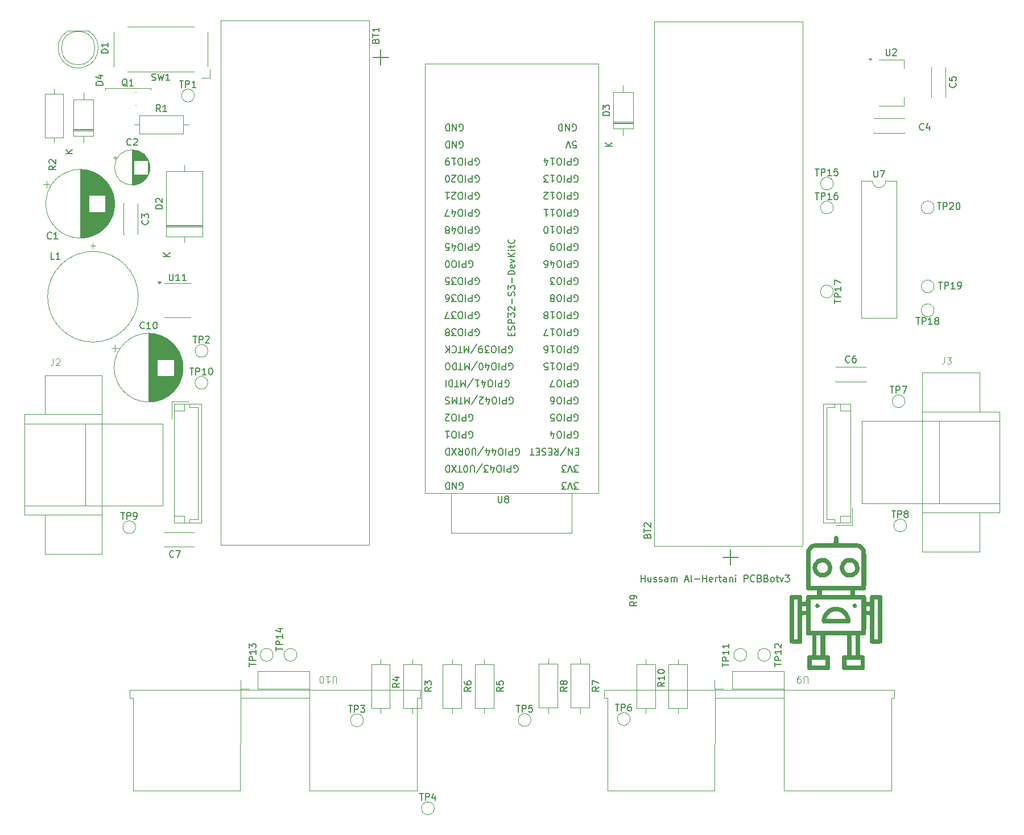
<source format=gto>
%TF.GenerationSoftware,KiCad,Pcbnew,9.0.2-9.0.2-0~ubuntu24.04.1*%
%TF.CreationDate,2025-07-04T20:19:56-04:00*%
%TF.ProjectId,PCBbot,50434262-6f74-42e6-9b69-6361645f7063,rev?*%
%TF.SameCoordinates,Original*%
%TF.FileFunction,Legend,Top*%
%TF.FilePolarity,Positive*%
%FSLAX46Y46*%
G04 Gerber Fmt 4.6, Leading zero omitted, Abs format (unit mm)*
G04 Created by KiCad (PCBNEW 9.0.2-9.0.2-0~ubuntu24.04.1) date 2025-07-04 20:19:56*
%MOMM*%
%LPD*%
G01*
G04 APERTURE LIST*
%ADD10C,0.200000*%
%ADD11C,0.150000*%
%ADD12C,0.100000*%
%ADD13C,0.120000*%
%ADD14C,0.000000*%
G04 APERTURE END LIST*
D10*
X124169673Y-108867219D02*
X124169673Y-107867219D01*
X124169673Y-108343409D02*
X124741101Y-108343409D01*
X124741101Y-108867219D02*
X124741101Y-107867219D01*
X125645863Y-108200552D02*
X125645863Y-108867219D01*
X125217292Y-108200552D02*
X125217292Y-108724361D01*
X125217292Y-108724361D02*
X125264911Y-108819600D01*
X125264911Y-108819600D02*
X125360149Y-108867219D01*
X125360149Y-108867219D02*
X125503006Y-108867219D01*
X125503006Y-108867219D02*
X125598244Y-108819600D01*
X125598244Y-108819600D02*
X125645863Y-108771980D01*
X126074435Y-108819600D02*
X126169673Y-108867219D01*
X126169673Y-108867219D02*
X126360149Y-108867219D01*
X126360149Y-108867219D02*
X126455387Y-108819600D01*
X126455387Y-108819600D02*
X126503006Y-108724361D01*
X126503006Y-108724361D02*
X126503006Y-108676742D01*
X126503006Y-108676742D02*
X126455387Y-108581504D01*
X126455387Y-108581504D02*
X126360149Y-108533885D01*
X126360149Y-108533885D02*
X126217292Y-108533885D01*
X126217292Y-108533885D02*
X126122054Y-108486266D01*
X126122054Y-108486266D02*
X126074435Y-108391028D01*
X126074435Y-108391028D02*
X126074435Y-108343409D01*
X126074435Y-108343409D02*
X126122054Y-108248171D01*
X126122054Y-108248171D02*
X126217292Y-108200552D01*
X126217292Y-108200552D02*
X126360149Y-108200552D01*
X126360149Y-108200552D02*
X126455387Y-108248171D01*
X126883959Y-108819600D02*
X126979197Y-108867219D01*
X126979197Y-108867219D02*
X127169673Y-108867219D01*
X127169673Y-108867219D02*
X127264911Y-108819600D01*
X127264911Y-108819600D02*
X127312530Y-108724361D01*
X127312530Y-108724361D02*
X127312530Y-108676742D01*
X127312530Y-108676742D02*
X127264911Y-108581504D01*
X127264911Y-108581504D02*
X127169673Y-108533885D01*
X127169673Y-108533885D02*
X127026816Y-108533885D01*
X127026816Y-108533885D02*
X126931578Y-108486266D01*
X126931578Y-108486266D02*
X126883959Y-108391028D01*
X126883959Y-108391028D02*
X126883959Y-108343409D01*
X126883959Y-108343409D02*
X126931578Y-108248171D01*
X126931578Y-108248171D02*
X127026816Y-108200552D01*
X127026816Y-108200552D02*
X127169673Y-108200552D01*
X127169673Y-108200552D02*
X127264911Y-108248171D01*
X128169673Y-108867219D02*
X128169673Y-108343409D01*
X128169673Y-108343409D02*
X128122054Y-108248171D01*
X128122054Y-108248171D02*
X128026816Y-108200552D01*
X128026816Y-108200552D02*
X127836340Y-108200552D01*
X127836340Y-108200552D02*
X127741102Y-108248171D01*
X128169673Y-108819600D02*
X128074435Y-108867219D01*
X128074435Y-108867219D02*
X127836340Y-108867219D01*
X127836340Y-108867219D02*
X127741102Y-108819600D01*
X127741102Y-108819600D02*
X127693483Y-108724361D01*
X127693483Y-108724361D02*
X127693483Y-108629123D01*
X127693483Y-108629123D02*
X127741102Y-108533885D01*
X127741102Y-108533885D02*
X127836340Y-108486266D01*
X127836340Y-108486266D02*
X128074435Y-108486266D01*
X128074435Y-108486266D02*
X128169673Y-108438647D01*
X128645864Y-108867219D02*
X128645864Y-108200552D01*
X128645864Y-108295790D02*
X128693483Y-108248171D01*
X128693483Y-108248171D02*
X128788721Y-108200552D01*
X128788721Y-108200552D02*
X128931578Y-108200552D01*
X128931578Y-108200552D02*
X129026816Y-108248171D01*
X129026816Y-108248171D02*
X129074435Y-108343409D01*
X129074435Y-108343409D02*
X129074435Y-108867219D01*
X129074435Y-108343409D02*
X129122054Y-108248171D01*
X129122054Y-108248171D02*
X129217292Y-108200552D01*
X129217292Y-108200552D02*
X129360149Y-108200552D01*
X129360149Y-108200552D02*
X129455388Y-108248171D01*
X129455388Y-108248171D02*
X129503007Y-108343409D01*
X129503007Y-108343409D02*
X129503007Y-108867219D01*
X130693483Y-108581504D02*
X131169673Y-108581504D01*
X130598245Y-108867219D02*
X130931578Y-107867219D01*
X130931578Y-107867219D02*
X131264911Y-108867219D01*
X131741102Y-108867219D02*
X131645864Y-108819600D01*
X131645864Y-108819600D02*
X131598245Y-108724361D01*
X131598245Y-108724361D02*
X131598245Y-107867219D01*
X132122055Y-108486266D02*
X132883960Y-108486266D01*
X133360150Y-108867219D02*
X133360150Y-107867219D01*
X133360150Y-108343409D02*
X133931578Y-108343409D01*
X133931578Y-108867219D02*
X133931578Y-107867219D01*
X134788721Y-108819600D02*
X134693483Y-108867219D01*
X134693483Y-108867219D02*
X134503007Y-108867219D01*
X134503007Y-108867219D02*
X134407769Y-108819600D01*
X134407769Y-108819600D02*
X134360150Y-108724361D01*
X134360150Y-108724361D02*
X134360150Y-108343409D01*
X134360150Y-108343409D02*
X134407769Y-108248171D01*
X134407769Y-108248171D02*
X134503007Y-108200552D01*
X134503007Y-108200552D02*
X134693483Y-108200552D01*
X134693483Y-108200552D02*
X134788721Y-108248171D01*
X134788721Y-108248171D02*
X134836340Y-108343409D01*
X134836340Y-108343409D02*
X134836340Y-108438647D01*
X134836340Y-108438647D02*
X134360150Y-108533885D01*
X135264912Y-108867219D02*
X135264912Y-108200552D01*
X135264912Y-108391028D02*
X135312531Y-108295790D01*
X135312531Y-108295790D02*
X135360150Y-108248171D01*
X135360150Y-108248171D02*
X135455388Y-108200552D01*
X135455388Y-108200552D02*
X135550626Y-108200552D01*
X135741103Y-108200552D02*
X136122055Y-108200552D01*
X135883960Y-107867219D02*
X135883960Y-108724361D01*
X135883960Y-108724361D02*
X135931579Y-108819600D01*
X135931579Y-108819600D02*
X136026817Y-108867219D01*
X136026817Y-108867219D02*
X136122055Y-108867219D01*
X136883960Y-108867219D02*
X136883960Y-108343409D01*
X136883960Y-108343409D02*
X136836341Y-108248171D01*
X136836341Y-108248171D02*
X136741103Y-108200552D01*
X136741103Y-108200552D02*
X136550627Y-108200552D01*
X136550627Y-108200552D02*
X136455389Y-108248171D01*
X136883960Y-108819600D02*
X136788722Y-108867219D01*
X136788722Y-108867219D02*
X136550627Y-108867219D01*
X136550627Y-108867219D02*
X136455389Y-108819600D01*
X136455389Y-108819600D02*
X136407770Y-108724361D01*
X136407770Y-108724361D02*
X136407770Y-108629123D01*
X136407770Y-108629123D02*
X136455389Y-108533885D01*
X136455389Y-108533885D02*
X136550627Y-108486266D01*
X136550627Y-108486266D02*
X136788722Y-108486266D01*
X136788722Y-108486266D02*
X136883960Y-108438647D01*
X137360151Y-108200552D02*
X137360151Y-108867219D01*
X137360151Y-108295790D02*
X137407770Y-108248171D01*
X137407770Y-108248171D02*
X137503008Y-108200552D01*
X137503008Y-108200552D02*
X137645865Y-108200552D01*
X137645865Y-108200552D02*
X137741103Y-108248171D01*
X137741103Y-108248171D02*
X137788722Y-108343409D01*
X137788722Y-108343409D02*
X137788722Y-108867219D01*
X138264913Y-108867219D02*
X138264913Y-108200552D01*
X138264913Y-107867219D02*
X138217294Y-107914838D01*
X138217294Y-107914838D02*
X138264913Y-107962457D01*
X138264913Y-107962457D02*
X138312532Y-107914838D01*
X138312532Y-107914838D02*
X138264913Y-107867219D01*
X138264913Y-107867219D02*
X138264913Y-107962457D01*
X139503008Y-108867219D02*
X139503008Y-107867219D01*
X139503008Y-107867219D02*
X139883960Y-107867219D01*
X139883960Y-107867219D02*
X139979198Y-107914838D01*
X139979198Y-107914838D02*
X140026817Y-107962457D01*
X140026817Y-107962457D02*
X140074436Y-108057695D01*
X140074436Y-108057695D02*
X140074436Y-108200552D01*
X140074436Y-108200552D02*
X140026817Y-108295790D01*
X140026817Y-108295790D02*
X139979198Y-108343409D01*
X139979198Y-108343409D02*
X139883960Y-108391028D01*
X139883960Y-108391028D02*
X139503008Y-108391028D01*
X141074436Y-108771980D02*
X141026817Y-108819600D01*
X141026817Y-108819600D02*
X140883960Y-108867219D01*
X140883960Y-108867219D02*
X140788722Y-108867219D01*
X140788722Y-108867219D02*
X140645865Y-108819600D01*
X140645865Y-108819600D02*
X140550627Y-108724361D01*
X140550627Y-108724361D02*
X140503008Y-108629123D01*
X140503008Y-108629123D02*
X140455389Y-108438647D01*
X140455389Y-108438647D02*
X140455389Y-108295790D01*
X140455389Y-108295790D02*
X140503008Y-108105314D01*
X140503008Y-108105314D02*
X140550627Y-108010076D01*
X140550627Y-108010076D02*
X140645865Y-107914838D01*
X140645865Y-107914838D02*
X140788722Y-107867219D01*
X140788722Y-107867219D02*
X140883960Y-107867219D01*
X140883960Y-107867219D02*
X141026817Y-107914838D01*
X141026817Y-107914838D02*
X141074436Y-107962457D01*
X141836341Y-108343409D02*
X141979198Y-108391028D01*
X141979198Y-108391028D02*
X142026817Y-108438647D01*
X142026817Y-108438647D02*
X142074436Y-108533885D01*
X142074436Y-108533885D02*
X142074436Y-108676742D01*
X142074436Y-108676742D02*
X142026817Y-108771980D01*
X142026817Y-108771980D02*
X141979198Y-108819600D01*
X141979198Y-108819600D02*
X141883960Y-108867219D01*
X141883960Y-108867219D02*
X141503008Y-108867219D01*
X141503008Y-108867219D02*
X141503008Y-107867219D01*
X141503008Y-107867219D02*
X141836341Y-107867219D01*
X141836341Y-107867219D02*
X141931579Y-107914838D01*
X141931579Y-107914838D02*
X141979198Y-107962457D01*
X141979198Y-107962457D02*
X142026817Y-108057695D01*
X142026817Y-108057695D02*
X142026817Y-108152933D01*
X142026817Y-108152933D02*
X141979198Y-108248171D01*
X141979198Y-108248171D02*
X141931579Y-108295790D01*
X141931579Y-108295790D02*
X141836341Y-108343409D01*
X141836341Y-108343409D02*
X141503008Y-108343409D01*
X142836341Y-108343409D02*
X142979198Y-108391028D01*
X142979198Y-108391028D02*
X143026817Y-108438647D01*
X143026817Y-108438647D02*
X143074436Y-108533885D01*
X143074436Y-108533885D02*
X143074436Y-108676742D01*
X143074436Y-108676742D02*
X143026817Y-108771980D01*
X143026817Y-108771980D02*
X142979198Y-108819600D01*
X142979198Y-108819600D02*
X142883960Y-108867219D01*
X142883960Y-108867219D02*
X142503008Y-108867219D01*
X142503008Y-108867219D02*
X142503008Y-107867219D01*
X142503008Y-107867219D02*
X142836341Y-107867219D01*
X142836341Y-107867219D02*
X142931579Y-107914838D01*
X142931579Y-107914838D02*
X142979198Y-107962457D01*
X142979198Y-107962457D02*
X143026817Y-108057695D01*
X143026817Y-108057695D02*
X143026817Y-108152933D01*
X143026817Y-108152933D02*
X142979198Y-108248171D01*
X142979198Y-108248171D02*
X142931579Y-108295790D01*
X142931579Y-108295790D02*
X142836341Y-108343409D01*
X142836341Y-108343409D02*
X142503008Y-108343409D01*
X143645865Y-108867219D02*
X143550627Y-108819600D01*
X143550627Y-108819600D02*
X143503008Y-108771980D01*
X143503008Y-108771980D02*
X143455389Y-108676742D01*
X143455389Y-108676742D02*
X143455389Y-108391028D01*
X143455389Y-108391028D02*
X143503008Y-108295790D01*
X143503008Y-108295790D02*
X143550627Y-108248171D01*
X143550627Y-108248171D02*
X143645865Y-108200552D01*
X143645865Y-108200552D02*
X143788722Y-108200552D01*
X143788722Y-108200552D02*
X143883960Y-108248171D01*
X143883960Y-108248171D02*
X143931579Y-108295790D01*
X143931579Y-108295790D02*
X143979198Y-108391028D01*
X143979198Y-108391028D02*
X143979198Y-108676742D01*
X143979198Y-108676742D02*
X143931579Y-108771980D01*
X143931579Y-108771980D02*
X143883960Y-108819600D01*
X143883960Y-108819600D02*
X143788722Y-108867219D01*
X143788722Y-108867219D02*
X143645865Y-108867219D01*
X144264913Y-108200552D02*
X144645865Y-108200552D01*
X144407770Y-107867219D02*
X144407770Y-108724361D01*
X144407770Y-108724361D02*
X144455389Y-108819600D01*
X144455389Y-108819600D02*
X144550627Y-108867219D01*
X144550627Y-108867219D02*
X144645865Y-108867219D01*
X144883961Y-108200552D02*
X145122056Y-108867219D01*
X145122056Y-108867219D02*
X145360151Y-108200552D01*
X145645866Y-107867219D02*
X146264913Y-107867219D01*
X146264913Y-107867219D02*
X145931580Y-108248171D01*
X145931580Y-108248171D02*
X146074437Y-108248171D01*
X146074437Y-108248171D02*
X146169675Y-108295790D01*
X146169675Y-108295790D02*
X146217294Y-108343409D01*
X146217294Y-108343409D02*
X146264913Y-108438647D01*
X146264913Y-108438647D02*
X146264913Y-108676742D01*
X146264913Y-108676742D02*
X146217294Y-108771980D01*
X146217294Y-108771980D02*
X146169675Y-108819600D01*
X146169675Y-108819600D02*
X146074437Y-108867219D01*
X146074437Y-108867219D02*
X145788723Y-108867219D01*
X145788723Y-108867219D02*
X145693485Y-108819600D01*
X145693485Y-108819600D02*
X145645866Y-108771980D01*
D11*
X52633333Y-38884819D02*
X52300000Y-38408628D01*
X52061905Y-38884819D02*
X52061905Y-37884819D01*
X52061905Y-37884819D02*
X52442857Y-37884819D01*
X52442857Y-37884819D02*
X52538095Y-37932438D01*
X52538095Y-37932438D02*
X52585714Y-37980057D01*
X52585714Y-37980057D02*
X52633333Y-38075295D01*
X52633333Y-38075295D02*
X52633333Y-38218152D01*
X52633333Y-38218152D02*
X52585714Y-38313390D01*
X52585714Y-38313390D02*
X52538095Y-38361009D01*
X52538095Y-38361009D02*
X52442857Y-38408628D01*
X52442857Y-38408628D02*
X52061905Y-38408628D01*
X53585714Y-38884819D02*
X53014286Y-38884819D01*
X53300000Y-38884819D02*
X53300000Y-37884819D01*
X53300000Y-37884819D02*
X53204762Y-38027676D01*
X53204762Y-38027676D02*
X53109524Y-38122914D01*
X53109524Y-38122914D02*
X53014286Y-38170533D01*
X36433333Y-57759580D02*
X36385714Y-57807200D01*
X36385714Y-57807200D02*
X36242857Y-57854819D01*
X36242857Y-57854819D02*
X36147619Y-57854819D01*
X36147619Y-57854819D02*
X36004762Y-57807200D01*
X36004762Y-57807200D02*
X35909524Y-57711961D01*
X35909524Y-57711961D02*
X35861905Y-57616723D01*
X35861905Y-57616723D02*
X35814286Y-57426247D01*
X35814286Y-57426247D02*
X35814286Y-57283390D01*
X35814286Y-57283390D02*
X35861905Y-57092914D01*
X35861905Y-57092914D02*
X35909524Y-56997676D01*
X35909524Y-56997676D02*
X36004762Y-56902438D01*
X36004762Y-56902438D02*
X36147619Y-56854819D01*
X36147619Y-56854819D02*
X36242857Y-56854819D01*
X36242857Y-56854819D02*
X36385714Y-56902438D01*
X36385714Y-56902438D02*
X36433333Y-56950057D01*
X37385714Y-57854819D02*
X36814286Y-57854819D01*
X37100000Y-57854819D02*
X37100000Y-56854819D01*
X37100000Y-56854819D02*
X37004762Y-56997676D01*
X37004762Y-56997676D02*
X36909524Y-57092914D01*
X36909524Y-57092914D02*
X36814286Y-57140533D01*
X119484819Y-39458094D02*
X118484819Y-39458094D01*
X118484819Y-39458094D02*
X118484819Y-39219999D01*
X118484819Y-39219999D02*
X118532438Y-39077142D01*
X118532438Y-39077142D02*
X118627676Y-38981904D01*
X118627676Y-38981904D02*
X118722914Y-38934285D01*
X118722914Y-38934285D02*
X118913390Y-38886666D01*
X118913390Y-38886666D02*
X119056247Y-38886666D01*
X119056247Y-38886666D02*
X119246723Y-38934285D01*
X119246723Y-38934285D02*
X119341961Y-38981904D01*
X119341961Y-38981904D02*
X119437200Y-39077142D01*
X119437200Y-39077142D02*
X119484819Y-39219999D01*
X119484819Y-39219999D02*
X119484819Y-39458094D01*
X118484819Y-38553332D02*
X118484819Y-37934285D01*
X118484819Y-37934285D02*
X118865771Y-38267618D01*
X118865771Y-38267618D02*
X118865771Y-38124761D01*
X118865771Y-38124761D02*
X118913390Y-38029523D01*
X118913390Y-38029523D02*
X118961009Y-37981904D01*
X118961009Y-37981904D02*
X119056247Y-37934285D01*
X119056247Y-37934285D02*
X119294342Y-37934285D01*
X119294342Y-37934285D02*
X119389580Y-37981904D01*
X119389580Y-37981904D02*
X119437200Y-38029523D01*
X119437200Y-38029523D02*
X119484819Y-38124761D01*
X119484819Y-38124761D02*
X119484819Y-38410475D01*
X119484819Y-38410475D02*
X119437200Y-38505713D01*
X119437200Y-38505713D02*
X119389580Y-38553332D01*
X119854819Y-44061904D02*
X118854819Y-44061904D01*
X119854819Y-43490476D02*
X119283390Y-43919047D01*
X118854819Y-43490476D02*
X119426247Y-44061904D01*
X47704761Y-35130057D02*
X47609523Y-35082438D01*
X47609523Y-35082438D02*
X47514285Y-34987200D01*
X47514285Y-34987200D02*
X47371428Y-34844342D01*
X47371428Y-34844342D02*
X47276190Y-34796723D01*
X47276190Y-34796723D02*
X47180952Y-34796723D01*
X47228571Y-35034819D02*
X47133333Y-34987200D01*
X47133333Y-34987200D02*
X47038095Y-34891961D01*
X47038095Y-34891961D02*
X46990476Y-34701485D01*
X46990476Y-34701485D02*
X46990476Y-34368152D01*
X46990476Y-34368152D02*
X47038095Y-34177676D01*
X47038095Y-34177676D02*
X47133333Y-34082438D01*
X47133333Y-34082438D02*
X47228571Y-34034819D01*
X47228571Y-34034819D02*
X47419047Y-34034819D01*
X47419047Y-34034819D02*
X47514285Y-34082438D01*
X47514285Y-34082438D02*
X47609523Y-34177676D01*
X47609523Y-34177676D02*
X47657142Y-34368152D01*
X47657142Y-34368152D02*
X47657142Y-34701485D01*
X47657142Y-34701485D02*
X47609523Y-34891961D01*
X47609523Y-34891961D02*
X47514285Y-34987200D01*
X47514285Y-34987200D02*
X47419047Y-35034819D01*
X47419047Y-35034819D02*
X47228571Y-35034819D01*
X48609523Y-35034819D02*
X48038095Y-35034819D01*
X48323809Y-35034819D02*
X48323809Y-34034819D01*
X48323809Y-34034819D02*
X48228571Y-34177676D01*
X48228571Y-34177676D02*
X48133333Y-34272914D01*
X48133333Y-34272914D02*
X48038095Y-34320533D01*
X136254819Y-121538094D02*
X136254819Y-120966666D01*
X137254819Y-121252380D02*
X136254819Y-121252380D01*
X137254819Y-120633332D02*
X136254819Y-120633332D01*
X136254819Y-120633332D02*
X136254819Y-120252380D01*
X136254819Y-120252380D02*
X136302438Y-120157142D01*
X136302438Y-120157142D02*
X136350057Y-120109523D01*
X136350057Y-120109523D02*
X136445295Y-120061904D01*
X136445295Y-120061904D02*
X136588152Y-120061904D01*
X136588152Y-120061904D02*
X136683390Y-120109523D01*
X136683390Y-120109523D02*
X136731009Y-120157142D01*
X136731009Y-120157142D02*
X136778628Y-120252380D01*
X136778628Y-120252380D02*
X136778628Y-120633332D01*
X137254819Y-119109523D02*
X137254819Y-119680951D01*
X137254819Y-119395237D02*
X136254819Y-119395237D01*
X136254819Y-119395237D02*
X136397676Y-119490475D01*
X136397676Y-119490475D02*
X136492914Y-119585713D01*
X136492914Y-119585713D02*
X136540533Y-119680951D01*
X137254819Y-118157142D02*
X137254819Y-118728570D01*
X137254819Y-118442856D02*
X136254819Y-118442856D01*
X136254819Y-118442856D02*
X136397676Y-118538094D01*
X136397676Y-118538094D02*
X136492914Y-118633332D01*
X136492914Y-118633332D02*
X136540533Y-118728570D01*
D12*
X78843094Y-123937580D02*
X78843094Y-123128057D01*
X78843094Y-123128057D02*
X78795475Y-123032819D01*
X78795475Y-123032819D02*
X78747856Y-122985200D01*
X78747856Y-122985200D02*
X78652618Y-122937580D01*
X78652618Y-122937580D02*
X78462142Y-122937580D01*
X78462142Y-122937580D02*
X78366904Y-122985200D01*
X78366904Y-122985200D02*
X78319285Y-123032819D01*
X78319285Y-123032819D02*
X78271666Y-123128057D01*
X78271666Y-123128057D02*
X78271666Y-123937580D01*
X77271666Y-122937580D02*
X77843094Y-122937580D01*
X77557380Y-122937580D02*
X77557380Y-123937580D01*
X77557380Y-123937580D02*
X77652618Y-123794723D01*
X77652618Y-123794723D02*
X77747856Y-123699485D01*
X77747856Y-123699485D02*
X77843094Y-123651866D01*
X76652618Y-123937580D02*
X76557380Y-123937580D01*
X76557380Y-123937580D02*
X76462142Y-123889961D01*
X76462142Y-123889961D02*
X76414523Y-123842342D01*
X76414523Y-123842342D02*
X76366904Y-123747104D01*
X76366904Y-123747104D02*
X76319285Y-123556628D01*
X76319285Y-123556628D02*
X76319285Y-123318533D01*
X76319285Y-123318533D02*
X76366904Y-123128057D01*
X76366904Y-123128057D02*
X76414523Y-123032819D01*
X76414523Y-123032819D02*
X76462142Y-122985200D01*
X76462142Y-122985200D02*
X76557380Y-122937580D01*
X76557380Y-122937580D02*
X76652618Y-122937580D01*
X76652618Y-122937580D02*
X76747856Y-122985200D01*
X76747856Y-122985200D02*
X76795475Y-123032819D01*
X76795475Y-123032819D02*
X76843094Y-123128057D01*
X76843094Y-123128057D02*
X76890713Y-123318533D01*
X76890713Y-123318533D02*
X76890713Y-123556628D01*
X76890713Y-123556628D02*
X76843094Y-123747104D01*
X76843094Y-123747104D02*
X76795475Y-123842342D01*
X76795475Y-123842342D02*
X76747856Y-123889961D01*
X76747856Y-123889961D02*
X76652618Y-123937580D01*
D11*
X150096905Y-47416819D02*
X150668333Y-47416819D01*
X150382619Y-48416819D02*
X150382619Y-47416819D01*
X151001667Y-48416819D02*
X151001667Y-47416819D01*
X151001667Y-47416819D02*
X151382619Y-47416819D01*
X151382619Y-47416819D02*
X151477857Y-47464438D01*
X151477857Y-47464438D02*
X151525476Y-47512057D01*
X151525476Y-47512057D02*
X151573095Y-47607295D01*
X151573095Y-47607295D02*
X151573095Y-47750152D01*
X151573095Y-47750152D02*
X151525476Y-47845390D01*
X151525476Y-47845390D02*
X151477857Y-47893009D01*
X151477857Y-47893009D02*
X151382619Y-47940628D01*
X151382619Y-47940628D02*
X151001667Y-47940628D01*
X152525476Y-48416819D02*
X151954048Y-48416819D01*
X152239762Y-48416819D02*
X152239762Y-47416819D01*
X152239762Y-47416819D02*
X152144524Y-47559676D01*
X152144524Y-47559676D02*
X152049286Y-47654914D01*
X152049286Y-47654914D02*
X151954048Y-47702533D01*
X153430238Y-47416819D02*
X152954048Y-47416819D01*
X152954048Y-47416819D02*
X152906429Y-47893009D01*
X152906429Y-47893009D02*
X152954048Y-47845390D01*
X152954048Y-47845390D02*
X153049286Y-47797771D01*
X153049286Y-47797771D02*
X153287381Y-47797771D01*
X153287381Y-47797771D02*
X153382619Y-47845390D01*
X153382619Y-47845390D02*
X153430238Y-47893009D01*
X153430238Y-47893009D02*
X153477857Y-47988247D01*
X153477857Y-47988247D02*
X153477857Y-48226342D01*
X153477857Y-48226342D02*
X153430238Y-48321580D01*
X153430238Y-48321580D02*
X153382619Y-48369200D01*
X153382619Y-48369200D02*
X153287381Y-48416819D01*
X153287381Y-48416819D02*
X153049286Y-48416819D01*
X153049286Y-48416819D02*
X152954048Y-48369200D01*
X152954048Y-48369200D02*
X152906429Y-48321580D01*
X44054819Y-34938094D02*
X43054819Y-34938094D01*
X43054819Y-34938094D02*
X43054819Y-34699999D01*
X43054819Y-34699999D02*
X43102438Y-34557142D01*
X43102438Y-34557142D02*
X43197676Y-34461904D01*
X43197676Y-34461904D02*
X43292914Y-34414285D01*
X43292914Y-34414285D02*
X43483390Y-34366666D01*
X43483390Y-34366666D02*
X43626247Y-34366666D01*
X43626247Y-34366666D02*
X43816723Y-34414285D01*
X43816723Y-34414285D02*
X43911961Y-34461904D01*
X43911961Y-34461904D02*
X44007200Y-34557142D01*
X44007200Y-34557142D02*
X44054819Y-34699999D01*
X44054819Y-34699999D02*
X44054819Y-34938094D01*
X43388152Y-33509523D02*
X44054819Y-33509523D01*
X43007200Y-33747618D02*
X43721485Y-33985713D01*
X43721485Y-33985713D02*
X43721485Y-33366666D01*
X39554819Y-45141904D02*
X38554819Y-45141904D01*
X39554819Y-44570476D02*
X38983390Y-44999047D01*
X38554819Y-44570476D02*
X39126247Y-45141904D01*
X55488095Y-34306819D02*
X56059523Y-34306819D01*
X55773809Y-35306819D02*
X55773809Y-34306819D01*
X56392857Y-35306819D02*
X56392857Y-34306819D01*
X56392857Y-34306819D02*
X56773809Y-34306819D01*
X56773809Y-34306819D02*
X56869047Y-34354438D01*
X56869047Y-34354438D02*
X56916666Y-34402057D01*
X56916666Y-34402057D02*
X56964285Y-34497295D01*
X56964285Y-34497295D02*
X56964285Y-34640152D01*
X56964285Y-34640152D02*
X56916666Y-34735390D01*
X56916666Y-34735390D02*
X56869047Y-34783009D01*
X56869047Y-34783009D02*
X56773809Y-34830628D01*
X56773809Y-34830628D02*
X56392857Y-34830628D01*
X57916666Y-35306819D02*
X57345238Y-35306819D01*
X57630952Y-35306819D02*
X57630952Y-34306819D01*
X57630952Y-34306819D02*
X57535714Y-34449676D01*
X57535714Y-34449676D02*
X57440476Y-34544914D01*
X57440476Y-34544914D02*
X57345238Y-34592533D01*
X127654819Y-123842857D02*
X127178628Y-124176190D01*
X127654819Y-124414285D02*
X126654819Y-124414285D01*
X126654819Y-124414285D02*
X126654819Y-124033333D01*
X126654819Y-124033333D02*
X126702438Y-123938095D01*
X126702438Y-123938095D02*
X126750057Y-123890476D01*
X126750057Y-123890476D02*
X126845295Y-123842857D01*
X126845295Y-123842857D02*
X126988152Y-123842857D01*
X126988152Y-123842857D02*
X127083390Y-123890476D01*
X127083390Y-123890476D02*
X127131009Y-123938095D01*
X127131009Y-123938095D02*
X127178628Y-124033333D01*
X127178628Y-124033333D02*
X127178628Y-124414285D01*
X127654819Y-122890476D02*
X127654819Y-123461904D01*
X127654819Y-123176190D02*
X126654819Y-123176190D01*
X126654819Y-123176190D02*
X126797676Y-123271428D01*
X126797676Y-123271428D02*
X126892914Y-123366666D01*
X126892914Y-123366666D02*
X126940533Y-123461904D01*
X126654819Y-122271428D02*
X126654819Y-122176190D01*
X126654819Y-122176190D02*
X126702438Y-122080952D01*
X126702438Y-122080952D02*
X126750057Y-122033333D01*
X126750057Y-122033333D02*
X126845295Y-121985714D01*
X126845295Y-121985714D02*
X127035771Y-121938095D01*
X127035771Y-121938095D02*
X127273866Y-121938095D01*
X127273866Y-121938095D02*
X127464342Y-121985714D01*
X127464342Y-121985714D02*
X127559580Y-122033333D01*
X127559580Y-122033333D02*
X127607200Y-122080952D01*
X127607200Y-122080952D02*
X127654819Y-122176190D01*
X127654819Y-122176190D02*
X127654819Y-122271428D01*
X127654819Y-122271428D02*
X127607200Y-122366666D01*
X127607200Y-122366666D02*
X127559580Y-122414285D01*
X127559580Y-122414285D02*
X127464342Y-122461904D01*
X127464342Y-122461904D02*
X127273866Y-122509523D01*
X127273866Y-122509523D02*
X127035771Y-122509523D01*
X127035771Y-122509523D02*
X126845295Y-122461904D01*
X126845295Y-122461904D02*
X126750057Y-122414285D01*
X126750057Y-122414285D02*
X126702438Y-122366666D01*
X126702438Y-122366666D02*
X126654819Y-122271428D01*
X51366667Y-34207200D02*
X51509524Y-34254819D01*
X51509524Y-34254819D02*
X51747619Y-34254819D01*
X51747619Y-34254819D02*
X51842857Y-34207200D01*
X51842857Y-34207200D02*
X51890476Y-34159580D01*
X51890476Y-34159580D02*
X51938095Y-34064342D01*
X51938095Y-34064342D02*
X51938095Y-33969104D01*
X51938095Y-33969104D02*
X51890476Y-33873866D01*
X51890476Y-33873866D02*
X51842857Y-33826247D01*
X51842857Y-33826247D02*
X51747619Y-33778628D01*
X51747619Y-33778628D02*
X51557143Y-33731009D01*
X51557143Y-33731009D02*
X51461905Y-33683390D01*
X51461905Y-33683390D02*
X51414286Y-33635771D01*
X51414286Y-33635771D02*
X51366667Y-33540533D01*
X51366667Y-33540533D02*
X51366667Y-33445295D01*
X51366667Y-33445295D02*
X51414286Y-33350057D01*
X51414286Y-33350057D02*
X51461905Y-33302438D01*
X51461905Y-33302438D02*
X51557143Y-33254819D01*
X51557143Y-33254819D02*
X51795238Y-33254819D01*
X51795238Y-33254819D02*
X51938095Y-33302438D01*
X52271429Y-33254819D02*
X52509524Y-34254819D01*
X52509524Y-34254819D02*
X52700000Y-33540533D01*
X52700000Y-33540533D02*
X52890476Y-34254819D01*
X52890476Y-34254819D02*
X53128572Y-33254819D01*
X54033333Y-34254819D02*
X53461905Y-34254819D01*
X53747619Y-34254819D02*
X53747619Y-33254819D01*
X53747619Y-33254819D02*
X53652381Y-33397676D01*
X53652381Y-33397676D02*
X53557143Y-33492914D01*
X53557143Y-33492914D02*
X53461905Y-33540533D01*
X158828095Y-47644819D02*
X158828095Y-48454342D01*
X158828095Y-48454342D02*
X158875714Y-48549580D01*
X158875714Y-48549580D02*
X158923333Y-48597200D01*
X158923333Y-48597200D02*
X159018571Y-48644819D01*
X159018571Y-48644819D02*
X159209047Y-48644819D01*
X159209047Y-48644819D02*
X159304285Y-48597200D01*
X159304285Y-48597200D02*
X159351904Y-48549580D01*
X159351904Y-48549580D02*
X159399523Y-48454342D01*
X159399523Y-48454342D02*
X159399523Y-47644819D01*
X159780476Y-47644819D02*
X160447142Y-47644819D01*
X160447142Y-47644819D02*
X160018571Y-48644819D01*
X54633333Y-105159580D02*
X54585714Y-105207200D01*
X54585714Y-105207200D02*
X54442857Y-105254819D01*
X54442857Y-105254819D02*
X54347619Y-105254819D01*
X54347619Y-105254819D02*
X54204762Y-105207200D01*
X54204762Y-105207200D02*
X54109524Y-105111961D01*
X54109524Y-105111961D02*
X54061905Y-105016723D01*
X54061905Y-105016723D02*
X54014286Y-104826247D01*
X54014286Y-104826247D02*
X54014286Y-104683390D01*
X54014286Y-104683390D02*
X54061905Y-104492914D01*
X54061905Y-104492914D02*
X54109524Y-104397676D01*
X54109524Y-104397676D02*
X54204762Y-104302438D01*
X54204762Y-104302438D02*
X54347619Y-104254819D01*
X54347619Y-104254819D02*
X54442857Y-104254819D01*
X54442857Y-104254819D02*
X54585714Y-104302438D01*
X54585714Y-104302438D02*
X54633333Y-104350057D01*
X54966667Y-104254819D02*
X55633333Y-104254819D01*
X55633333Y-104254819D02*
X55204762Y-105254819D01*
X117924819Y-124536666D02*
X117448628Y-124869999D01*
X117924819Y-125108094D02*
X116924819Y-125108094D01*
X116924819Y-125108094D02*
X116924819Y-124727142D01*
X116924819Y-124727142D02*
X116972438Y-124631904D01*
X116972438Y-124631904D02*
X117020057Y-124584285D01*
X117020057Y-124584285D02*
X117115295Y-124536666D01*
X117115295Y-124536666D02*
X117258152Y-124536666D01*
X117258152Y-124536666D02*
X117353390Y-124584285D01*
X117353390Y-124584285D02*
X117401009Y-124631904D01*
X117401009Y-124631904D02*
X117448628Y-124727142D01*
X117448628Y-124727142D02*
X117448628Y-125108094D01*
X116924819Y-124203332D02*
X116924819Y-123536666D01*
X116924819Y-123536666D02*
X117924819Y-123965237D01*
X165096905Y-69562819D02*
X165668333Y-69562819D01*
X165382619Y-70562819D02*
X165382619Y-69562819D01*
X166001667Y-70562819D02*
X166001667Y-69562819D01*
X166001667Y-69562819D02*
X166382619Y-69562819D01*
X166382619Y-69562819D02*
X166477857Y-69610438D01*
X166477857Y-69610438D02*
X166525476Y-69658057D01*
X166525476Y-69658057D02*
X166573095Y-69753295D01*
X166573095Y-69753295D02*
X166573095Y-69896152D01*
X166573095Y-69896152D02*
X166525476Y-69991390D01*
X166525476Y-69991390D02*
X166477857Y-70039009D01*
X166477857Y-70039009D02*
X166382619Y-70086628D01*
X166382619Y-70086628D02*
X166001667Y-70086628D01*
X167525476Y-70562819D02*
X166954048Y-70562819D01*
X167239762Y-70562819D02*
X167239762Y-69562819D01*
X167239762Y-69562819D02*
X167144524Y-69705676D01*
X167144524Y-69705676D02*
X167049286Y-69800914D01*
X167049286Y-69800914D02*
X166954048Y-69848533D01*
X168096905Y-69991390D02*
X168001667Y-69943771D01*
X168001667Y-69943771D02*
X167954048Y-69896152D01*
X167954048Y-69896152D02*
X167906429Y-69800914D01*
X167906429Y-69800914D02*
X167906429Y-69753295D01*
X167906429Y-69753295D02*
X167954048Y-69658057D01*
X167954048Y-69658057D02*
X168001667Y-69610438D01*
X168001667Y-69610438D02*
X168096905Y-69562819D01*
X168096905Y-69562819D02*
X168287381Y-69562819D01*
X168287381Y-69562819D02*
X168382619Y-69610438D01*
X168382619Y-69610438D02*
X168430238Y-69658057D01*
X168430238Y-69658057D02*
X168477857Y-69753295D01*
X168477857Y-69753295D02*
X168477857Y-69800914D01*
X168477857Y-69800914D02*
X168430238Y-69896152D01*
X168430238Y-69896152D02*
X168382619Y-69943771D01*
X168382619Y-69943771D02*
X168287381Y-69991390D01*
X168287381Y-69991390D02*
X168096905Y-69991390D01*
X168096905Y-69991390D02*
X168001667Y-70039009D01*
X168001667Y-70039009D02*
X167954048Y-70086628D01*
X167954048Y-70086628D02*
X167906429Y-70181866D01*
X167906429Y-70181866D02*
X167906429Y-70372342D01*
X167906429Y-70372342D02*
X167954048Y-70467580D01*
X167954048Y-70467580D02*
X168001667Y-70515200D01*
X168001667Y-70515200D02*
X168096905Y-70562819D01*
X168096905Y-70562819D02*
X168287381Y-70562819D01*
X168287381Y-70562819D02*
X168382619Y-70515200D01*
X168382619Y-70515200D02*
X168430238Y-70467580D01*
X168430238Y-70467580D02*
X168477857Y-70372342D01*
X168477857Y-70372342D02*
X168477857Y-70181866D01*
X168477857Y-70181866D02*
X168430238Y-70086628D01*
X168430238Y-70086628D02*
X168382619Y-70039009D01*
X168382619Y-70039009D02*
X168287381Y-69991390D01*
X170959580Y-34666666D02*
X171007200Y-34714285D01*
X171007200Y-34714285D02*
X171054819Y-34857142D01*
X171054819Y-34857142D02*
X171054819Y-34952380D01*
X171054819Y-34952380D02*
X171007200Y-35095237D01*
X171007200Y-35095237D02*
X170911961Y-35190475D01*
X170911961Y-35190475D02*
X170816723Y-35238094D01*
X170816723Y-35238094D02*
X170626247Y-35285713D01*
X170626247Y-35285713D02*
X170483390Y-35285713D01*
X170483390Y-35285713D02*
X170292914Y-35238094D01*
X170292914Y-35238094D02*
X170197676Y-35190475D01*
X170197676Y-35190475D02*
X170102438Y-35095237D01*
X170102438Y-35095237D02*
X170054819Y-34952380D01*
X170054819Y-34952380D02*
X170054819Y-34857142D01*
X170054819Y-34857142D02*
X170102438Y-34714285D01*
X170102438Y-34714285D02*
X170150057Y-34666666D01*
X170054819Y-33761904D02*
X170054819Y-34238094D01*
X170054819Y-34238094D02*
X170531009Y-34285713D01*
X170531009Y-34285713D02*
X170483390Y-34238094D01*
X170483390Y-34238094D02*
X170435771Y-34142856D01*
X170435771Y-34142856D02*
X170435771Y-33904761D01*
X170435771Y-33904761D02*
X170483390Y-33809523D01*
X170483390Y-33809523D02*
X170531009Y-33761904D01*
X170531009Y-33761904D02*
X170626247Y-33714285D01*
X170626247Y-33714285D02*
X170864342Y-33714285D01*
X170864342Y-33714285D02*
X170959580Y-33761904D01*
X170959580Y-33761904D02*
X171007200Y-33809523D01*
X171007200Y-33809523D02*
X171054819Y-33904761D01*
X171054819Y-33904761D02*
X171054819Y-34142856D01*
X171054819Y-34142856D02*
X171007200Y-34238094D01*
X171007200Y-34238094D02*
X170959580Y-34285713D01*
X88224819Y-123966666D02*
X87748628Y-124299999D01*
X88224819Y-124538094D02*
X87224819Y-124538094D01*
X87224819Y-124538094D02*
X87224819Y-124157142D01*
X87224819Y-124157142D02*
X87272438Y-124061904D01*
X87272438Y-124061904D02*
X87320057Y-124014285D01*
X87320057Y-124014285D02*
X87415295Y-123966666D01*
X87415295Y-123966666D02*
X87558152Y-123966666D01*
X87558152Y-123966666D02*
X87653390Y-124014285D01*
X87653390Y-124014285D02*
X87701009Y-124061904D01*
X87701009Y-124061904D02*
X87748628Y-124157142D01*
X87748628Y-124157142D02*
X87748628Y-124538094D01*
X87558152Y-123109523D02*
X88224819Y-123109523D01*
X87177200Y-123347618D02*
X87891485Y-123585713D01*
X87891485Y-123585713D02*
X87891485Y-122966666D01*
D12*
X148966904Y-123937580D02*
X148966904Y-123128057D01*
X148966904Y-123128057D02*
X148919285Y-123032819D01*
X148919285Y-123032819D02*
X148871666Y-122985200D01*
X148871666Y-122985200D02*
X148776428Y-122937580D01*
X148776428Y-122937580D02*
X148585952Y-122937580D01*
X148585952Y-122937580D02*
X148490714Y-122985200D01*
X148490714Y-122985200D02*
X148443095Y-123032819D01*
X148443095Y-123032819D02*
X148395476Y-123128057D01*
X148395476Y-123128057D02*
X148395476Y-123937580D01*
X147871666Y-122937580D02*
X147681190Y-122937580D01*
X147681190Y-122937580D02*
X147585952Y-122985200D01*
X147585952Y-122985200D02*
X147538333Y-123032819D01*
X147538333Y-123032819D02*
X147443095Y-123175676D01*
X147443095Y-123175676D02*
X147395476Y-123366152D01*
X147395476Y-123366152D02*
X147395476Y-123747104D01*
X147395476Y-123747104D02*
X147443095Y-123842342D01*
X147443095Y-123842342D02*
X147490714Y-123889961D01*
X147490714Y-123889961D02*
X147585952Y-123937580D01*
X147585952Y-123937580D02*
X147776428Y-123937580D01*
X147776428Y-123937580D02*
X147871666Y-123889961D01*
X147871666Y-123889961D02*
X147919285Y-123842342D01*
X147919285Y-123842342D02*
X147966904Y-123747104D01*
X147966904Y-123747104D02*
X147966904Y-123509009D01*
X147966904Y-123509009D02*
X147919285Y-123413771D01*
X147919285Y-123413771D02*
X147871666Y-123366152D01*
X147871666Y-123366152D02*
X147776428Y-123318533D01*
X147776428Y-123318533D02*
X147585952Y-123318533D01*
X147585952Y-123318533D02*
X147490714Y-123366152D01*
X147490714Y-123366152D02*
X147443095Y-123413771D01*
X147443095Y-123413771D02*
X147395476Y-123509009D01*
D11*
X168461905Y-64254819D02*
X169033333Y-64254819D01*
X168747619Y-65254819D02*
X168747619Y-64254819D01*
X169366667Y-65254819D02*
X169366667Y-64254819D01*
X169366667Y-64254819D02*
X169747619Y-64254819D01*
X169747619Y-64254819D02*
X169842857Y-64302438D01*
X169842857Y-64302438D02*
X169890476Y-64350057D01*
X169890476Y-64350057D02*
X169938095Y-64445295D01*
X169938095Y-64445295D02*
X169938095Y-64588152D01*
X169938095Y-64588152D02*
X169890476Y-64683390D01*
X169890476Y-64683390D02*
X169842857Y-64731009D01*
X169842857Y-64731009D02*
X169747619Y-64778628D01*
X169747619Y-64778628D02*
X169366667Y-64778628D01*
X170890476Y-65254819D02*
X170319048Y-65254819D01*
X170604762Y-65254819D02*
X170604762Y-64254819D01*
X170604762Y-64254819D02*
X170509524Y-64397676D01*
X170509524Y-64397676D02*
X170414286Y-64492914D01*
X170414286Y-64492914D02*
X170319048Y-64540533D01*
X171366667Y-65254819D02*
X171557143Y-65254819D01*
X171557143Y-65254819D02*
X171652381Y-65207200D01*
X171652381Y-65207200D02*
X171700000Y-65159580D01*
X171700000Y-65159580D02*
X171795238Y-65016723D01*
X171795238Y-65016723D02*
X171842857Y-64826247D01*
X171842857Y-64826247D02*
X171842857Y-64445295D01*
X171842857Y-64445295D02*
X171795238Y-64350057D01*
X171795238Y-64350057D02*
X171747619Y-64302438D01*
X171747619Y-64302438D02*
X171652381Y-64254819D01*
X171652381Y-64254819D02*
X171461905Y-64254819D01*
X171461905Y-64254819D02*
X171366667Y-64302438D01*
X171366667Y-64302438D02*
X171319048Y-64350057D01*
X171319048Y-64350057D02*
X171271429Y-64445295D01*
X171271429Y-64445295D02*
X171271429Y-64683390D01*
X171271429Y-64683390D02*
X171319048Y-64778628D01*
X171319048Y-64778628D02*
X171366667Y-64826247D01*
X171366667Y-64826247D02*
X171461905Y-64873866D01*
X171461905Y-64873866D02*
X171652381Y-64873866D01*
X171652381Y-64873866D02*
X171747619Y-64826247D01*
X171747619Y-64826247D02*
X171795238Y-64778628D01*
X171795238Y-64778628D02*
X171842857Y-64683390D01*
X50759580Y-55066666D02*
X50807200Y-55114285D01*
X50807200Y-55114285D02*
X50854819Y-55257142D01*
X50854819Y-55257142D02*
X50854819Y-55352380D01*
X50854819Y-55352380D02*
X50807200Y-55495237D01*
X50807200Y-55495237D02*
X50711961Y-55590475D01*
X50711961Y-55590475D02*
X50616723Y-55638094D01*
X50616723Y-55638094D02*
X50426247Y-55685713D01*
X50426247Y-55685713D02*
X50283390Y-55685713D01*
X50283390Y-55685713D02*
X50092914Y-55638094D01*
X50092914Y-55638094D02*
X49997676Y-55590475D01*
X49997676Y-55590475D02*
X49902438Y-55495237D01*
X49902438Y-55495237D02*
X49854819Y-55352380D01*
X49854819Y-55352380D02*
X49854819Y-55257142D01*
X49854819Y-55257142D02*
X49902438Y-55114285D01*
X49902438Y-55114285D02*
X49950057Y-55066666D01*
X49854819Y-54733332D02*
X49854819Y-54114285D01*
X49854819Y-54114285D02*
X50235771Y-54447618D01*
X50235771Y-54447618D02*
X50235771Y-54304761D01*
X50235771Y-54304761D02*
X50283390Y-54209523D01*
X50283390Y-54209523D02*
X50331009Y-54161904D01*
X50331009Y-54161904D02*
X50426247Y-54114285D01*
X50426247Y-54114285D02*
X50664342Y-54114285D01*
X50664342Y-54114285D02*
X50759580Y-54161904D01*
X50759580Y-54161904D02*
X50807200Y-54209523D01*
X50807200Y-54209523D02*
X50854819Y-54304761D01*
X50854819Y-54304761D02*
X50854819Y-54590475D01*
X50854819Y-54590475D02*
X50807200Y-54685713D01*
X50807200Y-54685713D02*
X50759580Y-54733332D01*
X161238095Y-79806819D02*
X161809523Y-79806819D01*
X161523809Y-80806819D02*
X161523809Y-79806819D01*
X162142857Y-80806819D02*
X162142857Y-79806819D01*
X162142857Y-79806819D02*
X162523809Y-79806819D01*
X162523809Y-79806819D02*
X162619047Y-79854438D01*
X162619047Y-79854438D02*
X162666666Y-79902057D01*
X162666666Y-79902057D02*
X162714285Y-79997295D01*
X162714285Y-79997295D02*
X162714285Y-80140152D01*
X162714285Y-80140152D02*
X162666666Y-80235390D01*
X162666666Y-80235390D02*
X162619047Y-80283009D01*
X162619047Y-80283009D02*
X162523809Y-80330628D01*
X162523809Y-80330628D02*
X162142857Y-80330628D01*
X163047619Y-79806819D02*
X163714285Y-79806819D01*
X163714285Y-79806819D02*
X163285714Y-80806819D01*
X125101009Y-102060714D02*
X125148628Y-101917857D01*
X125148628Y-101917857D02*
X125196247Y-101870238D01*
X125196247Y-101870238D02*
X125291485Y-101822619D01*
X125291485Y-101822619D02*
X125434342Y-101822619D01*
X125434342Y-101822619D02*
X125529580Y-101870238D01*
X125529580Y-101870238D02*
X125577200Y-101917857D01*
X125577200Y-101917857D02*
X125624819Y-102013095D01*
X125624819Y-102013095D02*
X125624819Y-102394047D01*
X125624819Y-102394047D02*
X124624819Y-102394047D01*
X124624819Y-102394047D02*
X124624819Y-102060714D01*
X124624819Y-102060714D02*
X124672438Y-101965476D01*
X124672438Y-101965476D02*
X124720057Y-101917857D01*
X124720057Y-101917857D02*
X124815295Y-101870238D01*
X124815295Y-101870238D02*
X124910533Y-101870238D01*
X124910533Y-101870238D02*
X125005771Y-101917857D01*
X125005771Y-101917857D02*
X125053390Y-101965476D01*
X125053390Y-101965476D02*
X125101009Y-102060714D01*
X125101009Y-102060714D02*
X125101009Y-102394047D01*
X124624819Y-101536904D02*
X124624819Y-100965476D01*
X125624819Y-101251190D02*
X124624819Y-101251190D01*
X124720057Y-100679761D02*
X124672438Y-100632142D01*
X124672438Y-100632142D02*
X124624819Y-100536904D01*
X124624819Y-100536904D02*
X124624819Y-100298809D01*
X124624819Y-100298809D02*
X124672438Y-100203571D01*
X124672438Y-100203571D02*
X124720057Y-100155952D01*
X124720057Y-100155952D02*
X124815295Y-100108333D01*
X124815295Y-100108333D02*
X124910533Y-100108333D01*
X124910533Y-100108333D02*
X125053390Y-100155952D01*
X125053390Y-100155952D02*
X125624819Y-100727380D01*
X125624819Y-100727380D02*
X125624819Y-100108333D01*
X137487200Y-106387857D02*
X137487200Y-104102143D01*
X138630057Y-105245000D02*
X136344342Y-105245000D01*
X48278221Y-43809580D02*
X48230602Y-43857200D01*
X48230602Y-43857200D02*
X48087745Y-43904819D01*
X48087745Y-43904819D02*
X47992507Y-43904819D01*
X47992507Y-43904819D02*
X47849650Y-43857200D01*
X47849650Y-43857200D02*
X47754412Y-43761961D01*
X47754412Y-43761961D02*
X47706793Y-43666723D01*
X47706793Y-43666723D02*
X47659174Y-43476247D01*
X47659174Y-43476247D02*
X47659174Y-43333390D01*
X47659174Y-43333390D02*
X47706793Y-43142914D01*
X47706793Y-43142914D02*
X47754412Y-43047676D01*
X47754412Y-43047676D02*
X47849650Y-42952438D01*
X47849650Y-42952438D02*
X47992507Y-42904819D01*
X47992507Y-42904819D02*
X48087745Y-42904819D01*
X48087745Y-42904819D02*
X48230602Y-42952438D01*
X48230602Y-42952438D02*
X48278221Y-43000057D01*
X48659174Y-43000057D02*
X48706793Y-42952438D01*
X48706793Y-42952438D02*
X48802031Y-42904819D01*
X48802031Y-42904819D02*
X49040126Y-42904819D01*
X49040126Y-42904819D02*
X49135364Y-42952438D01*
X49135364Y-42952438D02*
X49182983Y-43000057D01*
X49182983Y-43000057D02*
X49230602Y-43095295D01*
X49230602Y-43095295D02*
X49230602Y-43190533D01*
X49230602Y-43190533D02*
X49182983Y-43333390D01*
X49182983Y-43333390D02*
X48611555Y-43904819D01*
X48611555Y-43904819D02*
X49230602Y-43904819D01*
X50239465Y-71109580D02*
X50191846Y-71157200D01*
X50191846Y-71157200D02*
X50048989Y-71204819D01*
X50048989Y-71204819D02*
X49953751Y-71204819D01*
X49953751Y-71204819D02*
X49810894Y-71157200D01*
X49810894Y-71157200D02*
X49715656Y-71061961D01*
X49715656Y-71061961D02*
X49668037Y-70966723D01*
X49668037Y-70966723D02*
X49620418Y-70776247D01*
X49620418Y-70776247D02*
X49620418Y-70633390D01*
X49620418Y-70633390D02*
X49668037Y-70442914D01*
X49668037Y-70442914D02*
X49715656Y-70347676D01*
X49715656Y-70347676D02*
X49810894Y-70252438D01*
X49810894Y-70252438D02*
X49953751Y-70204819D01*
X49953751Y-70204819D02*
X50048989Y-70204819D01*
X50048989Y-70204819D02*
X50191846Y-70252438D01*
X50191846Y-70252438D02*
X50239465Y-70300057D01*
X51191846Y-71204819D02*
X50620418Y-71204819D01*
X50906132Y-71204819D02*
X50906132Y-70204819D01*
X50906132Y-70204819D02*
X50810894Y-70347676D01*
X50810894Y-70347676D02*
X50715656Y-70442914D01*
X50715656Y-70442914D02*
X50620418Y-70490533D01*
X51810894Y-70204819D02*
X51906132Y-70204819D01*
X51906132Y-70204819D02*
X52001370Y-70252438D01*
X52001370Y-70252438D02*
X52048989Y-70300057D01*
X52048989Y-70300057D02*
X52096608Y-70395295D01*
X52096608Y-70395295D02*
X52144227Y-70585771D01*
X52144227Y-70585771D02*
X52144227Y-70823866D01*
X52144227Y-70823866D02*
X52096608Y-71014342D01*
X52096608Y-71014342D02*
X52048989Y-71109580D01*
X52048989Y-71109580D02*
X52001370Y-71157200D01*
X52001370Y-71157200D02*
X51906132Y-71204819D01*
X51906132Y-71204819D02*
X51810894Y-71204819D01*
X51810894Y-71204819D02*
X51715656Y-71157200D01*
X51715656Y-71157200D02*
X51668037Y-71109580D01*
X51668037Y-71109580D02*
X51620418Y-71014342D01*
X51620418Y-71014342D02*
X51572799Y-70823866D01*
X51572799Y-70823866D02*
X51572799Y-70585771D01*
X51572799Y-70585771D02*
X51620418Y-70395295D01*
X51620418Y-70395295D02*
X51668037Y-70300057D01*
X51668037Y-70300057D02*
X51715656Y-70252438D01*
X51715656Y-70252438D02*
X51810894Y-70204819D01*
X36833333Y-60854819D02*
X36357143Y-60854819D01*
X36357143Y-60854819D02*
X36357143Y-59854819D01*
X37690476Y-60854819D02*
X37119048Y-60854819D01*
X37404762Y-60854819D02*
X37404762Y-59854819D01*
X37404762Y-59854819D02*
X37309524Y-59997676D01*
X37309524Y-59997676D02*
X37214286Y-60092914D01*
X37214286Y-60092914D02*
X37119048Y-60140533D01*
D12*
X42578533Y-58503884D02*
X42578533Y-59265789D01*
X42197580Y-58884836D02*
X42959485Y-58884836D01*
D11*
X65854819Y-121488094D02*
X65854819Y-120916666D01*
X66854819Y-121202380D02*
X65854819Y-121202380D01*
X66854819Y-120583332D02*
X65854819Y-120583332D01*
X65854819Y-120583332D02*
X65854819Y-120202380D01*
X65854819Y-120202380D02*
X65902438Y-120107142D01*
X65902438Y-120107142D02*
X65950057Y-120059523D01*
X65950057Y-120059523D02*
X66045295Y-120011904D01*
X66045295Y-120011904D02*
X66188152Y-120011904D01*
X66188152Y-120011904D02*
X66283390Y-120059523D01*
X66283390Y-120059523D02*
X66331009Y-120107142D01*
X66331009Y-120107142D02*
X66378628Y-120202380D01*
X66378628Y-120202380D02*
X66378628Y-120583332D01*
X66854819Y-119059523D02*
X66854819Y-119630951D01*
X66854819Y-119345237D02*
X65854819Y-119345237D01*
X65854819Y-119345237D02*
X65997676Y-119440475D01*
X65997676Y-119440475D02*
X66092914Y-119535713D01*
X66092914Y-119535713D02*
X66140533Y-119630951D01*
X65854819Y-118726189D02*
X65854819Y-118107142D01*
X65854819Y-118107142D02*
X66235771Y-118440475D01*
X66235771Y-118440475D02*
X66235771Y-118297618D01*
X66235771Y-118297618D02*
X66283390Y-118202380D01*
X66283390Y-118202380D02*
X66331009Y-118154761D01*
X66331009Y-118154761D02*
X66426247Y-118107142D01*
X66426247Y-118107142D02*
X66664342Y-118107142D01*
X66664342Y-118107142D02*
X66759580Y-118154761D01*
X66759580Y-118154761D02*
X66807200Y-118202380D01*
X66807200Y-118202380D02*
X66854819Y-118297618D01*
X66854819Y-118297618D02*
X66854819Y-118583332D01*
X66854819Y-118583332D02*
X66807200Y-118678570D01*
X66807200Y-118678570D02*
X66759580Y-118726189D01*
X44814819Y-30168094D02*
X43814819Y-30168094D01*
X43814819Y-30168094D02*
X43814819Y-29929999D01*
X43814819Y-29929999D02*
X43862438Y-29787142D01*
X43862438Y-29787142D02*
X43957676Y-29691904D01*
X43957676Y-29691904D02*
X44052914Y-29644285D01*
X44052914Y-29644285D02*
X44243390Y-29596666D01*
X44243390Y-29596666D02*
X44386247Y-29596666D01*
X44386247Y-29596666D02*
X44576723Y-29644285D01*
X44576723Y-29644285D02*
X44671961Y-29691904D01*
X44671961Y-29691904D02*
X44767200Y-29787142D01*
X44767200Y-29787142D02*
X44814819Y-29929999D01*
X44814819Y-29929999D02*
X44814819Y-30168094D01*
X44814819Y-28644285D02*
X44814819Y-29215713D01*
X44814819Y-28929999D02*
X43814819Y-28929999D01*
X43814819Y-28929999D02*
X43957676Y-29025237D01*
X43957676Y-29025237D02*
X44052914Y-29120475D01*
X44052914Y-29120475D02*
X44100533Y-29215713D01*
X120338095Y-127106819D02*
X120909523Y-127106819D01*
X120623809Y-128106819D02*
X120623809Y-127106819D01*
X121242857Y-128106819D02*
X121242857Y-127106819D01*
X121242857Y-127106819D02*
X121623809Y-127106819D01*
X121623809Y-127106819D02*
X121719047Y-127154438D01*
X121719047Y-127154438D02*
X121766666Y-127202057D01*
X121766666Y-127202057D02*
X121814285Y-127297295D01*
X121814285Y-127297295D02*
X121814285Y-127440152D01*
X121814285Y-127440152D02*
X121766666Y-127535390D01*
X121766666Y-127535390D02*
X121719047Y-127583009D01*
X121719047Y-127583009D02*
X121623809Y-127630628D01*
X121623809Y-127630628D02*
X121242857Y-127630628D01*
X122671428Y-127106819D02*
X122480952Y-127106819D01*
X122480952Y-127106819D02*
X122385714Y-127154438D01*
X122385714Y-127154438D02*
X122338095Y-127202057D01*
X122338095Y-127202057D02*
X122242857Y-127344914D01*
X122242857Y-127344914D02*
X122195238Y-127535390D01*
X122195238Y-127535390D02*
X122195238Y-127916342D01*
X122195238Y-127916342D02*
X122242857Y-128011580D01*
X122242857Y-128011580D02*
X122290476Y-128059200D01*
X122290476Y-128059200D02*
X122385714Y-128106819D01*
X122385714Y-128106819D02*
X122576190Y-128106819D01*
X122576190Y-128106819D02*
X122671428Y-128059200D01*
X122671428Y-128059200D02*
X122719047Y-128011580D01*
X122719047Y-128011580D02*
X122766666Y-127916342D01*
X122766666Y-127916342D02*
X122766666Y-127678247D01*
X122766666Y-127678247D02*
X122719047Y-127583009D01*
X122719047Y-127583009D02*
X122671428Y-127535390D01*
X122671428Y-127535390D02*
X122576190Y-127487771D01*
X122576190Y-127487771D02*
X122385714Y-127487771D01*
X122385714Y-127487771D02*
X122290476Y-127535390D01*
X122290476Y-127535390D02*
X122242857Y-127583009D01*
X122242857Y-127583009D02*
X122195238Y-127678247D01*
X37054819Y-46966666D02*
X36578628Y-47299999D01*
X37054819Y-47538094D02*
X36054819Y-47538094D01*
X36054819Y-47538094D02*
X36054819Y-47157142D01*
X36054819Y-47157142D02*
X36102438Y-47061904D01*
X36102438Y-47061904D02*
X36150057Y-47014285D01*
X36150057Y-47014285D02*
X36245295Y-46966666D01*
X36245295Y-46966666D02*
X36388152Y-46966666D01*
X36388152Y-46966666D02*
X36483390Y-47014285D01*
X36483390Y-47014285D02*
X36531009Y-47061904D01*
X36531009Y-47061904D02*
X36578628Y-47157142D01*
X36578628Y-47157142D02*
X36578628Y-47538094D01*
X36150057Y-46585713D02*
X36102438Y-46538094D01*
X36102438Y-46538094D02*
X36054819Y-46442856D01*
X36054819Y-46442856D02*
X36054819Y-46204761D01*
X36054819Y-46204761D02*
X36102438Y-46109523D01*
X36102438Y-46109523D02*
X36150057Y-46061904D01*
X36150057Y-46061904D02*
X36245295Y-46014285D01*
X36245295Y-46014285D02*
X36340533Y-46014285D01*
X36340533Y-46014285D02*
X36483390Y-46061904D01*
X36483390Y-46061904D02*
X37054819Y-46633332D01*
X37054819Y-46633332D02*
X37054819Y-46014285D01*
X103674819Y-124586666D02*
X103198628Y-124919999D01*
X103674819Y-125158094D02*
X102674819Y-125158094D01*
X102674819Y-125158094D02*
X102674819Y-124777142D01*
X102674819Y-124777142D02*
X102722438Y-124681904D01*
X102722438Y-124681904D02*
X102770057Y-124634285D01*
X102770057Y-124634285D02*
X102865295Y-124586666D01*
X102865295Y-124586666D02*
X103008152Y-124586666D01*
X103008152Y-124586666D02*
X103103390Y-124634285D01*
X103103390Y-124634285D02*
X103151009Y-124681904D01*
X103151009Y-124681904D02*
X103198628Y-124777142D01*
X103198628Y-124777142D02*
X103198628Y-125158094D01*
X102674819Y-123681904D02*
X102674819Y-124158094D01*
X102674819Y-124158094D02*
X103151009Y-124205713D01*
X103151009Y-124205713D02*
X103103390Y-124158094D01*
X103103390Y-124158094D02*
X103055771Y-124062856D01*
X103055771Y-124062856D02*
X103055771Y-123824761D01*
X103055771Y-123824761D02*
X103103390Y-123729523D01*
X103103390Y-123729523D02*
X103151009Y-123681904D01*
X103151009Y-123681904D02*
X103246247Y-123634285D01*
X103246247Y-123634285D02*
X103484342Y-123634285D01*
X103484342Y-123634285D02*
X103579580Y-123681904D01*
X103579580Y-123681904D02*
X103627200Y-123729523D01*
X103627200Y-123729523D02*
X103674819Y-123824761D01*
X103674819Y-123824761D02*
X103674819Y-124062856D01*
X103674819Y-124062856D02*
X103627200Y-124158094D01*
X103627200Y-124158094D02*
X103579580Y-124205713D01*
X168261905Y-52454819D02*
X168833333Y-52454819D01*
X168547619Y-53454819D02*
X168547619Y-52454819D01*
X169166667Y-53454819D02*
X169166667Y-52454819D01*
X169166667Y-52454819D02*
X169547619Y-52454819D01*
X169547619Y-52454819D02*
X169642857Y-52502438D01*
X169642857Y-52502438D02*
X169690476Y-52550057D01*
X169690476Y-52550057D02*
X169738095Y-52645295D01*
X169738095Y-52645295D02*
X169738095Y-52788152D01*
X169738095Y-52788152D02*
X169690476Y-52883390D01*
X169690476Y-52883390D02*
X169642857Y-52931009D01*
X169642857Y-52931009D02*
X169547619Y-52978628D01*
X169547619Y-52978628D02*
X169166667Y-52978628D01*
X170119048Y-52550057D02*
X170166667Y-52502438D01*
X170166667Y-52502438D02*
X170261905Y-52454819D01*
X170261905Y-52454819D02*
X170500000Y-52454819D01*
X170500000Y-52454819D02*
X170595238Y-52502438D01*
X170595238Y-52502438D02*
X170642857Y-52550057D01*
X170642857Y-52550057D02*
X170690476Y-52645295D01*
X170690476Y-52645295D02*
X170690476Y-52740533D01*
X170690476Y-52740533D02*
X170642857Y-52883390D01*
X170642857Y-52883390D02*
X170071429Y-53454819D01*
X170071429Y-53454819D02*
X170690476Y-53454819D01*
X171309524Y-52454819D02*
X171404762Y-52454819D01*
X171404762Y-52454819D02*
X171500000Y-52502438D01*
X171500000Y-52502438D02*
X171547619Y-52550057D01*
X171547619Y-52550057D02*
X171595238Y-52645295D01*
X171595238Y-52645295D02*
X171642857Y-52835771D01*
X171642857Y-52835771D02*
X171642857Y-53073866D01*
X171642857Y-53073866D02*
X171595238Y-53264342D01*
X171595238Y-53264342D02*
X171547619Y-53359580D01*
X171547619Y-53359580D02*
X171500000Y-53407200D01*
X171500000Y-53407200D02*
X171404762Y-53454819D01*
X171404762Y-53454819D02*
X171309524Y-53454819D01*
X171309524Y-53454819D02*
X171214286Y-53407200D01*
X171214286Y-53407200D02*
X171166667Y-53359580D01*
X171166667Y-53359580D02*
X171119048Y-53264342D01*
X171119048Y-53264342D02*
X171071429Y-53073866D01*
X171071429Y-53073866D02*
X171071429Y-52835771D01*
X171071429Y-52835771D02*
X171119048Y-52645295D01*
X171119048Y-52645295D02*
X171166667Y-52550057D01*
X171166667Y-52550057D02*
X171214286Y-52502438D01*
X171214286Y-52502438D02*
X171309524Y-52454819D01*
X152937819Y-67398094D02*
X152937819Y-66826666D01*
X153937819Y-67112380D02*
X152937819Y-67112380D01*
X153937819Y-66493332D02*
X152937819Y-66493332D01*
X152937819Y-66493332D02*
X152937819Y-66112380D01*
X152937819Y-66112380D02*
X152985438Y-66017142D01*
X152985438Y-66017142D02*
X153033057Y-65969523D01*
X153033057Y-65969523D02*
X153128295Y-65921904D01*
X153128295Y-65921904D02*
X153271152Y-65921904D01*
X153271152Y-65921904D02*
X153366390Y-65969523D01*
X153366390Y-65969523D02*
X153414009Y-66017142D01*
X153414009Y-66017142D02*
X153461628Y-66112380D01*
X153461628Y-66112380D02*
X153461628Y-66493332D01*
X153937819Y-64969523D02*
X153937819Y-65540951D01*
X153937819Y-65255237D02*
X152937819Y-65255237D01*
X152937819Y-65255237D02*
X153080676Y-65350475D01*
X153080676Y-65350475D02*
X153175914Y-65445713D01*
X153175914Y-65445713D02*
X153223533Y-65540951D01*
X152937819Y-64636189D02*
X152937819Y-63969523D01*
X152937819Y-63969523D02*
X153937819Y-64398094D01*
X144054819Y-121488094D02*
X144054819Y-120916666D01*
X145054819Y-121202380D02*
X144054819Y-121202380D01*
X145054819Y-120583332D02*
X144054819Y-120583332D01*
X144054819Y-120583332D02*
X144054819Y-120202380D01*
X144054819Y-120202380D02*
X144102438Y-120107142D01*
X144102438Y-120107142D02*
X144150057Y-120059523D01*
X144150057Y-120059523D02*
X144245295Y-120011904D01*
X144245295Y-120011904D02*
X144388152Y-120011904D01*
X144388152Y-120011904D02*
X144483390Y-120059523D01*
X144483390Y-120059523D02*
X144531009Y-120107142D01*
X144531009Y-120107142D02*
X144578628Y-120202380D01*
X144578628Y-120202380D02*
X144578628Y-120583332D01*
X145054819Y-119059523D02*
X145054819Y-119630951D01*
X145054819Y-119345237D02*
X144054819Y-119345237D01*
X144054819Y-119345237D02*
X144197676Y-119440475D01*
X144197676Y-119440475D02*
X144292914Y-119535713D01*
X144292914Y-119535713D02*
X144340533Y-119630951D01*
X144150057Y-118678570D02*
X144102438Y-118630951D01*
X144102438Y-118630951D02*
X144054819Y-118535713D01*
X144054819Y-118535713D02*
X144054819Y-118297618D01*
X144054819Y-118297618D02*
X144102438Y-118202380D01*
X144102438Y-118202380D02*
X144150057Y-118154761D01*
X144150057Y-118154761D02*
X144245295Y-118107142D01*
X144245295Y-118107142D02*
X144340533Y-118107142D01*
X144340533Y-118107142D02*
X144483390Y-118154761D01*
X144483390Y-118154761D02*
X145054819Y-118726189D01*
X145054819Y-118726189D02*
X145054819Y-118107142D01*
X98874819Y-124586666D02*
X98398628Y-124919999D01*
X98874819Y-125158094D02*
X97874819Y-125158094D01*
X97874819Y-125158094D02*
X97874819Y-124777142D01*
X97874819Y-124777142D02*
X97922438Y-124681904D01*
X97922438Y-124681904D02*
X97970057Y-124634285D01*
X97970057Y-124634285D02*
X98065295Y-124586666D01*
X98065295Y-124586666D02*
X98208152Y-124586666D01*
X98208152Y-124586666D02*
X98303390Y-124634285D01*
X98303390Y-124634285D02*
X98351009Y-124681904D01*
X98351009Y-124681904D02*
X98398628Y-124777142D01*
X98398628Y-124777142D02*
X98398628Y-125158094D01*
X97874819Y-123729523D02*
X97874819Y-123919999D01*
X97874819Y-123919999D02*
X97922438Y-124015237D01*
X97922438Y-124015237D02*
X97970057Y-124062856D01*
X97970057Y-124062856D02*
X98112914Y-124158094D01*
X98112914Y-124158094D02*
X98303390Y-124205713D01*
X98303390Y-124205713D02*
X98684342Y-124205713D01*
X98684342Y-124205713D02*
X98779580Y-124158094D01*
X98779580Y-124158094D02*
X98827200Y-124110475D01*
X98827200Y-124110475D02*
X98874819Y-124015237D01*
X98874819Y-124015237D02*
X98874819Y-123824761D01*
X98874819Y-123824761D02*
X98827200Y-123729523D01*
X98827200Y-123729523D02*
X98779580Y-123681904D01*
X98779580Y-123681904D02*
X98684342Y-123634285D01*
X98684342Y-123634285D02*
X98446247Y-123634285D01*
X98446247Y-123634285D02*
X98351009Y-123681904D01*
X98351009Y-123681904D02*
X98303390Y-123729523D01*
X98303390Y-123729523D02*
X98255771Y-123824761D01*
X98255771Y-123824761D02*
X98255771Y-124015237D01*
X98255771Y-124015237D02*
X98303390Y-124110475D01*
X98303390Y-124110475D02*
X98351009Y-124158094D01*
X98351009Y-124158094D02*
X98446247Y-124205713D01*
X155233333Y-76159580D02*
X155185714Y-76207200D01*
X155185714Y-76207200D02*
X155042857Y-76254819D01*
X155042857Y-76254819D02*
X154947619Y-76254819D01*
X154947619Y-76254819D02*
X154804762Y-76207200D01*
X154804762Y-76207200D02*
X154709524Y-76111961D01*
X154709524Y-76111961D02*
X154661905Y-76016723D01*
X154661905Y-76016723D02*
X154614286Y-75826247D01*
X154614286Y-75826247D02*
X154614286Y-75683390D01*
X154614286Y-75683390D02*
X154661905Y-75492914D01*
X154661905Y-75492914D02*
X154709524Y-75397676D01*
X154709524Y-75397676D02*
X154804762Y-75302438D01*
X154804762Y-75302438D02*
X154947619Y-75254819D01*
X154947619Y-75254819D02*
X155042857Y-75254819D01*
X155042857Y-75254819D02*
X155185714Y-75302438D01*
X155185714Y-75302438D02*
X155233333Y-75350057D01*
X156090476Y-75254819D02*
X155900000Y-75254819D01*
X155900000Y-75254819D02*
X155804762Y-75302438D01*
X155804762Y-75302438D02*
X155757143Y-75350057D01*
X155757143Y-75350057D02*
X155661905Y-75492914D01*
X155661905Y-75492914D02*
X155614286Y-75683390D01*
X155614286Y-75683390D02*
X155614286Y-76064342D01*
X155614286Y-76064342D02*
X155661905Y-76159580D01*
X155661905Y-76159580D02*
X155709524Y-76207200D01*
X155709524Y-76207200D02*
X155804762Y-76254819D01*
X155804762Y-76254819D02*
X155995238Y-76254819D01*
X155995238Y-76254819D02*
X156090476Y-76207200D01*
X156090476Y-76207200D02*
X156138095Y-76159580D01*
X156138095Y-76159580D02*
X156185714Y-76064342D01*
X156185714Y-76064342D02*
X156185714Y-75826247D01*
X156185714Y-75826247D02*
X156138095Y-75731009D01*
X156138095Y-75731009D02*
X156090476Y-75683390D01*
X156090476Y-75683390D02*
X155995238Y-75635771D01*
X155995238Y-75635771D02*
X155804762Y-75635771D01*
X155804762Y-75635771D02*
X155709524Y-75683390D01*
X155709524Y-75683390D02*
X155661905Y-75731009D01*
X155661905Y-75731009D02*
X155614286Y-75826247D01*
X91188095Y-140406819D02*
X91759523Y-140406819D01*
X91473809Y-141406819D02*
X91473809Y-140406819D01*
X92092857Y-141406819D02*
X92092857Y-140406819D01*
X92092857Y-140406819D02*
X92473809Y-140406819D01*
X92473809Y-140406819D02*
X92569047Y-140454438D01*
X92569047Y-140454438D02*
X92616666Y-140502057D01*
X92616666Y-140502057D02*
X92664285Y-140597295D01*
X92664285Y-140597295D02*
X92664285Y-140740152D01*
X92664285Y-140740152D02*
X92616666Y-140835390D01*
X92616666Y-140835390D02*
X92569047Y-140883009D01*
X92569047Y-140883009D02*
X92473809Y-140930628D01*
X92473809Y-140930628D02*
X92092857Y-140930628D01*
X93521428Y-140740152D02*
X93521428Y-141406819D01*
X93283333Y-140359200D02*
X93045238Y-141073485D01*
X93045238Y-141073485D02*
X93664285Y-141073485D01*
X80638095Y-127306819D02*
X81209523Y-127306819D01*
X80923809Y-128306819D02*
X80923809Y-127306819D01*
X81542857Y-128306819D02*
X81542857Y-127306819D01*
X81542857Y-127306819D02*
X81923809Y-127306819D01*
X81923809Y-127306819D02*
X82019047Y-127354438D01*
X82019047Y-127354438D02*
X82066666Y-127402057D01*
X82066666Y-127402057D02*
X82114285Y-127497295D01*
X82114285Y-127497295D02*
X82114285Y-127640152D01*
X82114285Y-127640152D02*
X82066666Y-127735390D01*
X82066666Y-127735390D02*
X82019047Y-127783009D01*
X82019047Y-127783009D02*
X81923809Y-127830628D01*
X81923809Y-127830628D02*
X81542857Y-127830628D01*
X82447619Y-127306819D02*
X83066666Y-127306819D01*
X83066666Y-127306819D02*
X82733333Y-127687771D01*
X82733333Y-127687771D02*
X82876190Y-127687771D01*
X82876190Y-127687771D02*
X82971428Y-127735390D01*
X82971428Y-127735390D02*
X83019047Y-127783009D01*
X83019047Y-127783009D02*
X83066666Y-127878247D01*
X83066666Y-127878247D02*
X83066666Y-128116342D01*
X83066666Y-128116342D02*
X83019047Y-128211580D01*
X83019047Y-128211580D02*
X82971428Y-128259200D01*
X82971428Y-128259200D02*
X82876190Y-128306819D01*
X82876190Y-128306819D02*
X82590476Y-128306819D01*
X82590476Y-128306819D02*
X82495238Y-128259200D01*
X82495238Y-128259200D02*
X82447619Y-128211580D01*
X57488095Y-72306819D02*
X58059523Y-72306819D01*
X57773809Y-73306819D02*
X57773809Y-72306819D01*
X58392857Y-73306819D02*
X58392857Y-72306819D01*
X58392857Y-72306819D02*
X58773809Y-72306819D01*
X58773809Y-72306819D02*
X58869047Y-72354438D01*
X58869047Y-72354438D02*
X58916666Y-72402057D01*
X58916666Y-72402057D02*
X58964285Y-72497295D01*
X58964285Y-72497295D02*
X58964285Y-72640152D01*
X58964285Y-72640152D02*
X58916666Y-72735390D01*
X58916666Y-72735390D02*
X58869047Y-72783009D01*
X58869047Y-72783009D02*
X58773809Y-72830628D01*
X58773809Y-72830628D02*
X58392857Y-72830628D01*
X59345238Y-72402057D02*
X59392857Y-72354438D01*
X59392857Y-72354438D02*
X59488095Y-72306819D01*
X59488095Y-72306819D02*
X59726190Y-72306819D01*
X59726190Y-72306819D02*
X59821428Y-72354438D01*
X59821428Y-72354438D02*
X59869047Y-72402057D01*
X59869047Y-72402057D02*
X59916666Y-72497295D01*
X59916666Y-72497295D02*
X59916666Y-72592533D01*
X59916666Y-72592533D02*
X59869047Y-72735390D01*
X59869047Y-72735390D02*
X59297619Y-73306819D01*
X59297619Y-73306819D02*
X59916666Y-73306819D01*
X69806819Y-119138094D02*
X69806819Y-118566666D01*
X70806819Y-118852380D02*
X69806819Y-118852380D01*
X70806819Y-118233332D02*
X69806819Y-118233332D01*
X69806819Y-118233332D02*
X69806819Y-117852380D01*
X69806819Y-117852380D02*
X69854438Y-117757142D01*
X69854438Y-117757142D02*
X69902057Y-117709523D01*
X69902057Y-117709523D02*
X69997295Y-117661904D01*
X69997295Y-117661904D02*
X70140152Y-117661904D01*
X70140152Y-117661904D02*
X70235390Y-117709523D01*
X70235390Y-117709523D02*
X70283009Y-117757142D01*
X70283009Y-117757142D02*
X70330628Y-117852380D01*
X70330628Y-117852380D02*
X70330628Y-118233332D01*
X70806819Y-116709523D02*
X70806819Y-117280951D01*
X70806819Y-116995237D02*
X69806819Y-116995237D01*
X69806819Y-116995237D02*
X69949676Y-117090475D01*
X69949676Y-117090475D02*
X70044914Y-117185713D01*
X70044914Y-117185713D02*
X70092533Y-117280951D01*
X70140152Y-115852380D02*
X70806819Y-115852380D01*
X69759200Y-116090475D02*
X70473485Y-116328570D01*
X70473485Y-116328570D02*
X70473485Y-115709523D01*
X57011905Y-77056819D02*
X57583333Y-77056819D01*
X57297619Y-78056819D02*
X57297619Y-77056819D01*
X57916667Y-78056819D02*
X57916667Y-77056819D01*
X57916667Y-77056819D02*
X58297619Y-77056819D01*
X58297619Y-77056819D02*
X58392857Y-77104438D01*
X58392857Y-77104438D02*
X58440476Y-77152057D01*
X58440476Y-77152057D02*
X58488095Y-77247295D01*
X58488095Y-77247295D02*
X58488095Y-77390152D01*
X58488095Y-77390152D02*
X58440476Y-77485390D01*
X58440476Y-77485390D02*
X58392857Y-77533009D01*
X58392857Y-77533009D02*
X58297619Y-77580628D01*
X58297619Y-77580628D02*
X57916667Y-77580628D01*
X59440476Y-78056819D02*
X58869048Y-78056819D01*
X59154762Y-78056819D02*
X59154762Y-77056819D01*
X59154762Y-77056819D02*
X59059524Y-77199676D01*
X59059524Y-77199676D02*
X58964286Y-77294914D01*
X58964286Y-77294914D02*
X58869048Y-77342533D01*
X60059524Y-77056819D02*
X60154762Y-77056819D01*
X60154762Y-77056819D02*
X60250000Y-77104438D01*
X60250000Y-77104438D02*
X60297619Y-77152057D01*
X60297619Y-77152057D02*
X60345238Y-77247295D01*
X60345238Y-77247295D02*
X60392857Y-77437771D01*
X60392857Y-77437771D02*
X60392857Y-77675866D01*
X60392857Y-77675866D02*
X60345238Y-77866342D01*
X60345238Y-77866342D02*
X60297619Y-77961580D01*
X60297619Y-77961580D02*
X60250000Y-78009200D01*
X60250000Y-78009200D02*
X60154762Y-78056819D01*
X60154762Y-78056819D02*
X60059524Y-78056819D01*
X60059524Y-78056819D02*
X59964286Y-78009200D01*
X59964286Y-78009200D02*
X59916667Y-77961580D01*
X59916667Y-77961580D02*
X59869048Y-77866342D01*
X59869048Y-77866342D02*
X59821429Y-77675866D01*
X59821429Y-77675866D02*
X59821429Y-77437771D01*
X59821429Y-77437771D02*
X59869048Y-77247295D01*
X59869048Y-77247295D02*
X59916667Y-77152057D01*
X59916667Y-77152057D02*
X59964286Y-77104438D01*
X59964286Y-77104438D02*
X60059524Y-77056819D01*
X160638095Y-29554819D02*
X160638095Y-30364342D01*
X160638095Y-30364342D02*
X160685714Y-30459580D01*
X160685714Y-30459580D02*
X160733333Y-30507200D01*
X160733333Y-30507200D02*
X160828571Y-30554819D01*
X160828571Y-30554819D02*
X161019047Y-30554819D01*
X161019047Y-30554819D02*
X161114285Y-30507200D01*
X161114285Y-30507200D02*
X161161904Y-30459580D01*
X161161904Y-30459580D02*
X161209523Y-30364342D01*
X161209523Y-30364342D02*
X161209523Y-29554819D01*
X161638095Y-29650057D02*
X161685714Y-29602438D01*
X161685714Y-29602438D02*
X161780952Y-29554819D01*
X161780952Y-29554819D02*
X162019047Y-29554819D01*
X162019047Y-29554819D02*
X162114285Y-29602438D01*
X162114285Y-29602438D02*
X162161904Y-29650057D01*
X162161904Y-29650057D02*
X162209523Y-29745295D01*
X162209523Y-29745295D02*
X162209523Y-29840533D01*
X162209523Y-29840533D02*
X162161904Y-29983390D01*
X162161904Y-29983390D02*
X161590476Y-30554819D01*
X161590476Y-30554819D02*
X162209523Y-30554819D01*
X53961905Y-63054819D02*
X53961905Y-63864342D01*
X53961905Y-63864342D02*
X54009524Y-63959580D01*
X54009524Y-63959580D02*
X54057143Y-64007200D01*
X54057143Y-64007200D02*
X54152381Y-64054819D01*
X54152381Y-64054819D02*
X54342857Y-64054819D01*
X54342857Y-64054819D02*
X54438095Y-64007200D01*
X54438095Y-64007200D02*
X54485714Y-63959580D01*
X54485714Y-63959580D02*
X54533333Y-63864342D01*
X54533333Y-63864342D02*
X54533333Y-63054819D01*
X55533333Y-64054819D02*
X54961905Y-64054819D01*
X55247619Y-64054819D02*
X55247619Y-63054819D01*
X55247619Y-63054819D02*
X55152381Y-63197676D01*
X55152381Y-63197676D02*
X55057143Y-63292914D01*
X55057143Y-63292914D02*
X54961905Y-63340533D01*
X56485714Y-64054819D02*
X55914286Y-64054819D01*
X56200000Y-64054819D02*
X56200000Y-63054819D01*
X56200000Y-63054819D02*
X56104762Y-63197676D01*
X56104762Y-63197676D02*
X56009524Y-63292914D01*
X56009524Y-63292914D02*
X55914286Y-63340533D01*
X52934819Y-53338094D02*
X51934819Y-53338094D01*
X51934819Y-53338094D02*
X51934819Y-53099999D01*
X51934819Y-53099999D02*
X51982438Y-52957142D01*
X51982438Y-52957142D02*
X52077676Y-52861904D01*
X52077676Y-52861904D02*
X52172914Y-52814285D01*
X52172914Y-52814285D02*
X52363390Y-52766666D01*
X52363390Y-52766666D02*
X52506247Y-52766666D01*
X52506247Y-52766666D02*
X52696723Y-52814285D01*
X52696723Y-52814285D02*
X52791961Y-52861904D01*
X52791961Y-52861904D02*
X52887200Y-52957142D01*
X52887200Y-52957142D02*
X52934819Y-53099999D01*
X52934819Y-53099999D02*
X52934819Y-53338094D01*
X52030057Y-52385713D02*
X51982438Y-52338094D01*
X51982438Y-52338094D02*
X51934819Y-52242856D01*
X51934819Y-52242856D02*
X51934819Y-52004761D01*
X51934819Y-52004761D02*
X51982438Y-51909523D01*
X51982438Y-51909523D02*
X52030057Y-51861904D01*
X52030057Y-51861904D02*
X52125295Y-51814285D01*
X52125295Y-51814285D02*
X52220533Y-51814285D01*
X52220533Y-51814285D02*
X52363390Y-51861904D01*
X52363390Y-51861904D02*
X52934819Y-52433332D01*
X52934819Y-52433332D02*
X52934819Y-51814285D01*
X54054819Y-60481904D02*
X53054819Y-60481904D01*
X54054819Y-59910476D02*
X53483390Y-60339047D01*
X53054819Y-59910476D02*
X53626247Y-60481904D01*
D12*
X36666666Y-75657419D02*
X36666666Y-76371704D01*
X36666666Y-76371704D02*
X36619047Y-76514561D01*
X36619047Y-76514561D02*
X36523809Y-76609800D01*
X36523809Y-76609800D02*
X36380952Y-76657419D01*
X36380952Y-76657419D02*
X36285714Y-76657419D01*
X37095238Y-75752657D02*
X37142857Y-75705038D01*
X37142857Y-75705038D02*
X37238095Y-75657419D01*
X37238095Y-75657419D02*
X37476190Y-75657419D01*
X37476190Y-75657419D02*
X37571428Y-75705038D01*
X37571428Y-75705038D02*
X37619047Y-75752657D01*
X37619047Y-75752657D02*
X37666666Y-75847895D01*
X37666666Y-75847895D02*
X37666666Y-75943133D01*
X37666666Y-75943133D02*
X37619047Y-76085990D01*
X37619047Y-76085990D02*
X37047619Y-76657419D01*
X37047619Y-76657419D02*
X37666666Y-76657419D01*
D11*
X166233333Y-41559580D02*
X166185714Y-41607200D01*
X166185714Y-41607200D02*
X166042857Y-41654819D01*
X166042857Y-41654819D02*
X165947619Y-41654819D01*
X165947619Y-41654819D02*
X165804762Y-41607200D01*
X165804762Y-41607200D02*
X165709524Y-41511961D01*
X165709524Y-41511961D02*
X165661905Y-41416723D01*
X165661905Y-41416723D02*
X165614286Y-41226247D01*
X165614286Y-41226247D02*
X165614286Y-41083390D01*
X165614286Y-41083390D02*
X165661905Y-40892914D01*
X165661905Y-40892914D02*
X165709524Y-40797676D01*
X165709524Y-40797676D02*
X165804762Y-40702438D01*
X165804762Y-40702438D02*
X165947619Y-40654819D01*
X165947619Y-40654819D02*
X166042857Y-40654819D01*
X166042857Y-40654819D02*
X166185714Y-40702438D01*
X166185714Y-40702438D02*
X166233333Y-40750057D01*
X167090476Y-40988152D02*
X167090476Y-41654819D01*
X166852381Y-40607200D02*
X166614286Y-41321485D01*
X166614286Y-41321485D02*
X167233333Y-41321485D01*
D12*
X169316666Y-75457419D02*
X169316666Y-76171704D01*
X169316666Y-76171704D02*
X169269047Y-76314561D01*
X169269047Y-76314561D02*
X169173809Y-76409800D01*
X169173809Y-76409800D02*
X169030952Y-76457419D01*
X169030952Y-76457419D02*
X168935714Y-76457419D01*
X169697619Y-75457419D02*
X170316666Y-75457419D01*
X170316666Y-75457419D02*
X169983333Y-75838371D01*
X169983333Y-75838371D02*
X170126190Y-75838371D01*
X170126190Y-75838371D02*
X170221428Y-75885990D01*
X170221428Y-75885990D02*
X170269047Y-75933609D01*
X170269047Y-75933609D02*
X170316666Y-76028847D01*
X170316666Y-76028847D02*
X170316666Y-76266942D01*
X170316666Y-76266942D02*
X170269047Y-76362180D01*
X170269047Y-76362180D02*
X170221428Y-76409800D01*
X170221428Y-76409800D02*
X170126190Y-76457419D01*
X170126190Y-76457419D02*
X169840476Y-76457419D01*
X169840476Y-76457419D02*
X169745238Y-76409800D01*
X169745238Y-76409800D02*
X169697619Y-76362180D01*
D11*
X150096905Y-50966819D02*
X150668333Y-50966819D01*
X150382619Y-51966819D02*
X150382619Y-50966819D01*
X151001667Y-51966819D02*
X151001667Y-50966819D01*
X151001667Y-50966819D02*
X151382619Y-50966819D01*
X151382619Y-50966819D02*
X151477857Y-51014438D01*
X151477857Y-51014438D02*
X151525476Y-51062057D01*
X151525476Y-51062057D02*
X151573095Y-51157295D01*
X151573095Y-51157295D02*
X151573095Y-51300152D01*
X151573095Y-51300152D02*
X151525476Y-51395390D01*
X151525476Y-51395390D02*
X151477857Y-51443009D01*
X151477857Y-51443009D02*
X151382619Y-51490628D01*
X151382619Y-51490628D02*
X151001667Y-51490628D01*
X152525476Y-51966819D02*
X151954048Y-51966819D01*
X152239762Y-51966819D02*
X152239762Y-50966819D01*
X152239762Y-50966819D02*
X152144524Y-51109676D01*
X152144524Y-51109676D02*
X152049286Y-51204914D01*
X152049286Y-51204914D02*
X151954048Y-51252533D01*
X153382619Y-50966819D02*
X153192143Y-50966819D01*
X153192143Y-50966819D02*
X153096905Y-51014438D01*
X153096905Y-51014438D02*
X153049286Y-51062057D01*
X153049286Y-51062057D02*
X152954048Y-51204914D01*
X152954048Y-51204914D02*
X152906429Y-51395390D01*
X152906429Y-51395390D02*
X152906429Y-51776342D01*
X152906429Y-51776342D02*
X152954048Y-51871580D01*
X152954048Y-51871580D02*
X153001667Y-51919200D01*
X153001667Y-51919200D02*
X153096905Y-51966819D01*
X153096905Y-51966819D02*
X153287381Y-51966819D01*
X153287381Y-51966819D02*
X153382619Y-51919200D01*
X153382619Y-51919200D02*
X153430238Y-51871580D01*
X153430238Y-51871580D02*
X153477857Y-51776342D01*
X153477857Y-51776342D02*
X153477857Y-51538247D01*
X153477857Y-51538247D02*
X153430238Y-51443009D01*
X153430238Y-51443009D02*
X153382619Y-51395390D01*
X153382619Y-51395390D02*
X153287381Y-51347771D01*
X153287381Y-51347771D02*
X153096905Y-51347771D01*
X153096905Y-51347771D02*
X153001667Y-51395390D01*
X153001667Y-51395390D02*
X152954048Y-51443009D01*
X152954048Y-51443009D02*
X152906429Y-51538247D01*
X84661009Y-28355714D02*
X84708628Y-28212857D01*
X84708628Y-28212857D02*
X84756247Y-28165238D01*
X84756247Y-28165238D02*
X84851485Y-28117619D01*
X84851485Y-28117619D02*
X84994342Y-28117619D01*
X84994342Y-28117619D02*
X85089580Y-28165238D01*
X85089580Y-28165238D02*
X85137200Y-28212857D01*
X85137200Y-28212857D02*
X85184819Y-28308095D01*
X85184819Y-28308095D02*
X85184819Y-28689047D01*
X85184819Y-28689047D02*
X84184819Y-28689047D01*
X84184819Y-28689047D02*
X84184819Y-28355714D01*
X84184819Y-28355714D02*
X84232438Y-28260476D01*
X84232438Y-28260476D02*
X84280057Y-28212857D01*
X84280057Y-28212857D02*
X84375295Y-28165238D01*
X84375295Y-28165238D02*
X84470533Y-28165238D01*
X84470533Y-28165238D02*
X84565771Y-28212857D01*
X84565771Y-28212857D02*
X84613390Y-28260476D01*
X84613390Y-28260476D02*
X84661009Y-28355714D01*
X84661009Y-28355714D02*
X84661009Y-28689047D01*
X84184819Y-27831904D02*
X84184819Y-27260476D01*
X85184819Y-27546190D02*
X84184819Y-27546190D01*
X85184819Y-26403333D02*
X85184819Y-26974761D01*
X85184819Y-26689047D02*
X84184819Y-26689047D01*
X84184819Y-26689047D02*
X84327676Y-26784285D01*
X84327676Y-26784285D02*
X84422914Y-26879523D01*
X84422914Y-26879523D02*
X84470533Y-26974761D01*
X85437200Y-31942857D02*
X85437200Y-29657143D01*
X86580057Y-30800000D02*
X84294342Y-30800000D01*
X92974819Y-124586666D02*
X92498628Y-124919999D01*
X92974819Y-125158094D02*
X91974819Y-125158094D01*
X91974819Y-125158094D02*
X91974819Y-124777142D01*
X91974819Y-124777142D02*
X92022438Y-124681904D01*
X92022438Y-124681904D02*
X92070057Y-124634285D01*
X92070057Y-124634285D02*
X92165295Y-124586666D01*
X92165295Y-124586666D02*
X92308152Y-124586666D01*
X92308152Y-124586666D02*
X92403390Y-124634285D01*
X92403390Y-124634285D02*
X92451009Y-124681904D01*
X92451009Y-124681904D02*
X92498628Y-124777142D01*
X92498628Y-124777142D02*
X92498628Y-125158094D01*
X91974819Y-124253332D02*
X91974819Y-123634285D01*
X91974819Y-123634285D02*
X92355771Y-123967618D01*
X92355771Y-123967618D02*
X92355771Y-123824761D01*
X92355771Y-123824761D02*
X92403390Y-123729523D01*
X92403390Y-123729523D02*
X92451009Y-123681904D01*
X92451009Y-123681904D02*
X92546247Y-123634285D01*
X92546247Y-123634285D02*
X92784342Y-123634285D01*
X92784342Y-123634285D02*
X92879580Y-123681904D01*
X92879580Y-123681904D02*
X92927200Y-123729523D01*
X92927200Y-123729523D02*
X92974819Y-123824761D01*
X92974819Y-123824761D02*
X92974819Y-124110475D01*
X92974819Y-124110475D02*
X92927200Y-124205713D01*
X92927200Y-124205713D02*
X92879580Y-124253332D01*
X113174819Y-124536666D02*
X112698628Y-124869999D01*
X113174819Y-125108094D02*
X112174819Y-125108094D01*
X112174819Y-125108094D02*
X112174819Y-124727142D01*
X112174819Y-124727142D02*
X112222438Y-124631904D01*
X112222438Y-124631904D02*
X112270057Y-124584285D01*
X112270057Y-124584285D02*
X112365295Y-124536666D01*
X112365295Y-124536666D02*
X112508152Y-124536666D01*
X112508152Y-124536666D02*
X112603390Y-124584285D01*
X112603390Y-124584285D02*
X112651009Y-124631904D01*
X112651009Y-124631904D02*
X112698628Y-124727142D01*
X112698628Y-124727142D02*
X112698628Y-125108094D01*
X112603390Y-123965237D02*
X112555771Y-124060475D01*
X112555771Y-124060475D02*
X112508152Y-124108094D01*
X112508152Y-124108094D02*
X112412914Y-124155713D01*
X112412914Y-124155713D02*
X112365295Y-124155713D01*
X112365295Y-124155713D02*
X112270057Y-124108094D01*
X112270057Y-124108094D02*
X112222438Y-124060475D01*
X112222438Y-124060475D02*
X112174819Y-123965237D01*
X112174819Y-123965237D02*
X112174819Y-123774761D01*
X112174819Y-123774761D02*
X112222438Y-123679523D01*
X112222438Y-123679523D02*
X112270057Y-123631904D01*
X112270057Y-123631904D02*
X112365295Y-123584285D01*
X112365295Y-123584285D02*
X112412914Y-123584285D01*
X112412914Y-123584285D02*
X112508152Y-123631904D01*
X112508152Y-123631904D02*
X112555771Y-123679523D01*
X112555771Y-123679523D02*
X112603390Y-123774761D01*
X112603390Y-123774761D02*
X112603390Y-123965237D01*
X112603390Y-123965237D02*
X112651009Y-124060475D01*
X112651009Y-124060475D02*
X112698628Y-124108094D01*
X112698628Y-124108094D02*
X112793866Y-124155713D01*
X112793866Y-124155713D02*
X112984342Y-124155713D01*
X112984342Y-124155713D02*
X113079580Y-124108094D01*
X113079580Y-124108094D02*
X113127200Y-124060475D01*
X113127200Y-124060475D02*
X113174819Y-123965237D01*
X113174819Y-123965237D02*
X113174819Y-123774761D01*
X113174819Y-123774761D02*
X113127200Y-123679523D01*
X113127200Y-123679523D02*
X113079580Y-123631904D01*
X113079580Y-123631904D02*
X112984342Y-123584285D01*
X112984342Y-123584285D02*
X112793866Y-123584285D01*
X112793866Y-123584285D02*
X112698628Y-123631904D01*
X112698628Y-123631904D02*
X112651009Y-123679523D01*
X112651009Y-123679523D02*
X112603390Y-123774761D01*
X46738095Y-98556819D02*
X47309523Y-98556819D01*
X47023809Y-99556819D02*
X47023809Y-98556819D01*
X47642857Y-99556819D02*
X47642857Y-98556819D01*
X47642857Y-98556819D02*
X48023809Y-98556819D01*
X48023809Y-98556819D02*
X48119047Y-98604438D01*
X48119047Y-98604438D02*
X48166666Y-98652057D01*
X48166666Y-98652057D02*
X48214285Y-98747295D01*
X48214285Y-98747295D02*
X48214285Y-98890152D01*
X48214285Y-98890152D02*
X48166666Y-98985390D01*
X48166666Y-98985390D02*
X48119047Y-99033009D01*
X48119047Y-99033009D02*
X48023809Y-99080628D01*
X48023809Y-99080628D02*
X47642857Y-99080628D01*
X48690476Y-99556819D02*
X48880952Y-99556819D01*
X48880952Y-99556819D02*
X48976190Y-99509200D01*
X48976190Y-99509200D02*
X49023809Y-99461580D01*
X49023809Y-99461580D02*
X49119047Y-99318723D01*
X49119047Y-99318723D02*
X49166666Y-99128247D01*
X49166666Y-99128247D02*
X49166666Y-98747295D01*
X49166666Y-98747295D02*
X49119047Y-98652057D01*
X49119047Y-98652057D02*
X49071428Y-98604438D01*
X49071428Y-98604438D02*
X48976190Y-98556819D01*
X48976190Y-98556819D02*
X48785714Y-98556819D01*
X48785714Y-98556819D02*
X48690476Y-98604438D01*
X48690476Y-98604438D02*
X48642857Y-98652057D01*
X48642857Y-98652057D02*
X48595238Y-98747295D01*
X48595238Y-98747295D02*
X48595238Y-98985390D01*
X48595238Y-98985390D02*
X48642857Y-99080628D01*
X48642857Y-99080628D02*
X48690476Y-99128247D01*
X48690476Y-99128247D02*
X48785714Y-99175866D01*
X48785714Y-99175866D02*
X48976190Y-99175866D01*
X48976190Y-99175866D02*
X49071428Y-99128247D01*
X49071428Y-99128247D02*
X49119047Y-99080628D01*
X49119047Y-99080628D02*
X49166666Y-98985390D01*
X105588095Y-127256819D02*
X106159523Y-127256819D01*
X105873809Y-128256819D02*
X105873809Y-127256819D01*
X106492857Y-128256819D02*
X106492857Y-127256819D01*
X106492857Y-127256819D02*
X106873809Y-127256819D01*
X106873809Y-127256819D02*
X106969047Y-127304438D01*
X106969047Y-127304438D02*
X107016666Y-127352057D01*
X107016666Y-127352057D02*
X107064285Y-127447295D01*
X107064285Y-127447295D02*
X107064285Y-127590152D01*
X107064285Y-127590152D02*
X107016666Y-127685390D01*
X107016666Y-127685390D02*
X106969047Y-127733009D01*
X106969047Y-127733009D02*
X106873809Y-127780628D01*
X106873809Y-127780628D02*
X106492857Y-127780628D01*
X107969047Y-127256819D02*
X107492857Y-127256819D01*
X107492857Y-127256819D02*
X107445238Y-127733009D01*
X107445238Y-127733009D02*
X107492857Y-127685390D01*
X107492857Y-127685390D02*
X107588095Y-127637771D01*
X107588095Y-127637771D02*
X107826190Y-127637771D01*
X107826190Y-127637771D02*
X107921428Y-127685390D01*
X107921428Y-127685390D02*
X107969047Y-127733009D01*
X107969047Y-127733009D02*
X108016666Y-127828247D01*
X108016666Y-127828247D02*
X108016666Y-128066342D01*
X108016666Y-128066342D02*
X107969047Y-128161580D01*
X107969047Y-128161580D02*
X107921428Y-128209200D01*
X107921428Y-128209200D02*
X107826190Y-128256819D01*
X107826190Y-128256819D02*
X107588095Y-128256819D01*
X107588095Y-128256819D02*
X107492857Y-128209200D01*
X107492857Y-128209200D02*
X107445238Y-128161580D01*
X161488095Y-98306819D02*
X162059523Y-98306819D01*
X161773809Y-99306819D02*
X161773809Y-98306819D01*
X162392857Y-99306819D02*
X162392857Y-98306819D01*
X162392857Y-98306819D02*
X162773809Y-98306819D01*
X162773809Y-98306819D02*
X162869047Y-98354438D01*
X162869047Y-98354438D02*
X162916666Y-98402057D01*
X162916666Y-98402057D02*
X162964285Y-98497295D01*
X162964285Y-98497295D02*
X162964285Y-98640152D01*
X162964285Y-98640152D02*
X162916666Y-98735390D01*
X162916666Y-98735390D02*
X162869047Y-98783009D01*
X162869047Y-98783009D02*
X162773809Y-98830628D01*
X162773809Y-98830628D02*
X162392857Y-98830628D01*
X163535714Y-98735390D02*
X163440476Y-98687771D01*
X163440476Y-98687771D02*
X163392857Y-98640152D01*
X163392857Y-98640152D02*
X163345238Y-98544914D01*
X163345238Y-98544914D02*
X163345238Y-98497295D01*
X163345238Y-98497295D02*
X163392857Y-98402057D01*
X163392857Y-98402057D02*
X163440476Y-98354438D01*
X163440476Y-98354438D02*
X163535714Y-98306819D01*
X163535714Y-98306819D02*
X163726190Y-98306819D01*
X163726190Y-98306819D02*
X163821428Y-98354438D01*
X163821428Y-98354438D02*
X163869047Y-98402057D01*
X163869047Y-98402057D02*
X163916666Y-98497295D01*
X163916666Y-98497295D02*
X163916666Y-98544914D01*
X163916666Y-98544914D02*
X163869047Y-98640152D01*
X163869047Y-98640152D02*
X163821428Y-98687771D01*
X163821428Y-98687771D02*
X163726190Y-98735390D01*
X163726190Y-98735390D02*
X163535714Y-98735390D01*
X163535714Y-98735390D02*
X163440476Y-98783009D01*
X163440476Y-98783009D02*
X163392857Y-98830628D01*
X163392857Y-98830628D02*
X163345238Y-98925866D01*
X163345238Y-98925866D02*
X163345238Y-99116342D01*
X163345238Y-99116342D02*
X163392857Y-99211580D01*
X163392857Y-99211580D02*
X163440476Y-99259200D01*
X163440476Y-99259200D02*
X163535714Y-99306819D01*
X163535714Y-99306819D02*
X163726190Y-99306819D01*
X163726190Y-99306819D02*
X163821428Y-99259200D01*
X163821428Y-99259200D02*
X163869047Y-99211580D01*
X163869047Y-99211580D02*
X163916666Y-99116342D01*
X163916666Y-99116342D02*
X163916666Y-98925866D01*
X163916666Y-98925866D02*
X163869047Y-98830628D01*
X163869047Y-98830628D02*
X163821428Y-98783009D01*
X163821428Y-98783009D02*
X163726190Y-98735390D01*
X123524819Y-111836666D02*
X123048628Y-112169999D01*
X123524819Y-112408094D02*
X122524819Y-112408094D01*
X122524819Y-112408094D02*
X122524819Y-112027142D01*
X122524819Y-112027142D02*
X122572438Y-111931904D01*
X122572438Y-111931904D02*
X122620057Y-111884285D01*
X122620057Y-111884285D02*
X122715295Y-111836666D01*
X122715295Y-111836666D02*
X122858152Y-111836666D01*
X122858152Y-111836666D02*
X122953390Y-111884285D01*
X122953390Y-111884285D02*
X123001009Y-111931904D01*
X123001009Y-111931904D02*
X123048628Y-112027142D01*
X123048628Y-112027142D02*
X123048628Y-112408094D01*
X123524819Y-111360475D02*
X123524819Y-111169999D01*
X123524819Y-111169999D02*
X123477200Y-111074761D01*
X123477200Y-111074761D02*
X123429580Y-111027142D01*
X123429580Y-111027142D02*
X123286723Y-110931904D01*
X123286723Y-110931904D02*
X123096247Y-110884285D01*
X123096247Y-110884285D02*
X122715295Y-110884285D01*
X122715295Y-110884285D02*
X122620057Y-110931904D01*
X122620057Y-110931904D02*
X122572438Y-110979523D01*
X122572438Y-110979523D02*
X122524819Y-111074761D01*
X122524819Y-111074761D02*
X122524819Y-111265237D01*
X122524819Y-111265237D02*
X122572438Y-111360475D01*
X122572438Y-111360475D02*
X122620057Y-111408094D01*
X122620057Y-111408094D02*
X122715295Y-111455713D01*
X122715295Y-111455713D02*
X122953390Y-111455713D01*
X122953390Y-111455713D02*
X123048628Y-111408094D01*
X123048628Y-111408094D02*
X123096247Y-111360475D01*
X123096247Y-111360475D02*
X123143866Y-111265237D01*
X123143866Y-111265237D02*
X123143866Y-111074761D01*
X123143866Y-111074761D02*
X123096247Y-110979523D01*
X123096247Y-110979523D02*
X123048628Y-110931904D01*
X123048628Y-110931904D02*
X122953390Y-110884285D01*
X102898095Y-96112099D02*
X102898095Y-96921622D01*
X102898095Y-96921622D02*
X102945714Y-97016860D01*
X102945714Y-97016860D02*
X102993333Y-97064480D01*
X102993333Y-97064480D02*
X103088571Y-97112099D01*
X103088571Y-97112099D02*
X103279047Y-97112099D01*
X103279047Y-97112099D02*
X103374285Y-97064480D01*
X103374285Y-97064480D02*
X103421904Y-97016860D01*
X103421904Y-97016860D02*
X103469523Y-96921622D01*
X103469523Y-96921622D02*
X103469523Y-96112099D01*
X104088571Y-96540670D02*
X103993333Y-96493051D01*
X103993333Y-96493051D02*
X103945714Y-96445432D01*
X103945714Y-96445432D02*
X103898095Y-96350194D01*
X103898095Y-96350194D02*
X103898095Y-96302575D01*
X103898095Y-96302575D02*
X103945714Y-96207337D01*
X103945714Y-96207337D02*
X103993333Y-96159718D01*
X103993333Y-96159718D02*
X104088571Y-96112099D01*
X104088571Y-96112099D02*
X104279047Y-96112099D01*
X104279047Y-96112099D02*
X104374285Y-96159718D01*
X104374285Y-96159718D02*
X104421904Y-96207337D01*
X104421904Y-96207337D02*
X104469523Y-96302575D01*
X104469523Y-96302575D02*
X104469523Y-96350194D01*
X104469523Y-96350194D02*
X104421904Y-96445432D01*
X104421904Y-96445432D02*
X104374285Y-96493051D01*
X104374285Y-96493051D02*
X104279047Y-96540670D01*
X104279047Y-96540670D02*
X104088571Y-96540670D01*
X104088571Y-96540670D02*
X103993333Y-96588289D01*
X103993333Y-96588289D02*
X103945714Y-96635908D01*
X103945714Y-96635908D02*
X103898095Y-96731146D01*
X103898095Y-96731146D02*
X103898095Y-96921622D01*
X103898095Y-96921622D02*
X103945714Y-97016860D01*
X103945714Y-97016860D02*
X103993333Y-97064480D01*
X103993333Y-97064480D02*
X104088571Y-97112099D01*
X104088571Y-97112099D02*
X104279047Y-97112099D01*
X104279047Y-97112099D02*
X104374285Y-97064480D01*
X104374285Y-97064480D02*
X104421904Y-97016860D01*
X104421904Y-97016860D02*
X104469523Y-96921622D01*
X104469523Y-96921622D02*
X104469523Y-96731146D01*
X104469523Y-96731146D02*
X104421904Y-96635908D01*
X104421904Y-96635908D02*
X104374285Y-96588289D01*
X104374285Y-96588289D02*
X104279047Y-96540670D01*
X104864689Y-72262666D02*
X104864689Y-71929333D01*
X105388499Y-71786476D02*
X105388499Y-72262666D01*
X105388499Y-72262666D02*
X104388499Y-72262666D01*
X104388499Y-72262666D02*
X104388499Y-71786476D01*
X105340880Y-71405523D02*
X105388499Y-71262666D01*
X105388499Y-71262666D02*
X105388499Y-71024571D01*
X105388499Y-71024571D02*
X105340880Y-70929333D01*
X105340880Y-70929333D02*
X105293260Y-70881714D01*
X105293260Y-70881714D02*
X105198022Y-70834095D01*
X105198022Y-70834095D02*
X105102784Y-70834095D01*
X105102784Y-70834095D02*
X105007546Y-70881714D01*
X105007546Y-70881714D02*
X104959927Y-70929333D01*
X104959927Y-70929333D02*
X104912308Y-71024571D01*
X104912308Y-71024571D02*
X104864689Y-71215047D01*
X104864689Y-71215047D02*
X104817070Y-71310285D01*
X104817070Y-71310285D02*
X104769451Y-71357904D01*
X104769451Y-71357904D02*
X104674213Y-71405523D01*
X104674213Y-71405523D02*
X104578975Y-71405523D01*
X104578975Y-71405523D02*
X104483737Y-71357904D01*
X104483737Y-71357904D02*
X104436118Y-71310285D01*
X104436118Y-71310285D02*
X104388499Y-71215047D01*
X104388499Y-71215047D02*
X104388499Y-70976952D01*
X104388499Y-70976952D02*
X104436118Y-70834095D01*
X105388499Y-70405523D02*
X104388499Y-70405523D01*
X104388499Y-70405523D02*
X104388499Y-70024571D01*
X104388499Y-70024571D02*
X104436118Y-69929333D01*
X104436118Y-69929333D02*
X104483737Y-69881714D01*
X104483737Y-69881714D02*
X104578975Y-69834095D01*
X104578975Y-69834095D02*
X104721832Y-69834095D01*
X104721832Y-69834095D02*
X104817070Y-69881714D01*
X104817070Y-69881714D02*
X104864689Y-69929333D01*
X104864689Y-69929333D02*
X104912308Y-70024571D01*
X104912308Y-70024571D02*
X104912308Y-70405523D01*
X104388499Y-69500761D02*
X104388499Y-68881714D01*
X104388499Y-68881714D02*
X104769451Y-69215047D01*
X104769451Y-69215047D02*
X104769451Y-69072190D01*
X104769451Y-69072190D02*
X104817070Y-68976952D01*
X104817070Y-68976952D02*
X104864689Y-68929333D01*
X104864689Y-68929333D02*
X104959927Y-68881714D01*
X104959927Y-68881714D02*
X105198022Y-68881714D01*
X105198022Y-68881714D02*
X105293260Y-68929333D01*
X105293260Y-68929333D02*
X105340880Y-68976952D01*
X105340880Y-68976952D02*
X105388499Y-69072190D01*
X105388499Y-69072190D02*
X105388499Y-69357904D01*
X105388499Y-69357904D02*
X105340880Y-69453142D01*
X105340880Y-69453142D02*
X105293260Y-69500761D01*
X104483737Y-68500761D02*
X104436118Y-68453142D01*
X104436118Y-68453142D02*
X104388499Y-68357904D01*
X104388499Y-68357904D02*
X104388499Y-68119809D01*
X104388499Y-68119809D02*
X104436118Y-68024571D01*
X104436118Y-68024571D02*
X104483737Y-67976952D01*
X104483737Y-67976952D02*
X104578975Y-67929333D01*
X104578975Y-67929333D02*
X104674213Y-67929333D01*
X104674213Y-67929333D02*
X104817070Y-67976952D01*
X104817070Y-67976952D02*
X105388499Y-68548380D01*
X105388499Y-68548380D02*
X105388499Y-67929333D01*
X105007546Y-67500761D02*
X105007546Y-66738857D01*
X105340880Y-66310285D02*
X105388499Y-66167428D01*
X105388499Y-66167428D02*
X105388499Y-65929333D01*
X105388499Y-65929333D02*
X105340880Y-65834095D01*
X105340880Y-65834095D02*
X105293260Y-65786476D01*
X105293260Y-65786476D02*
X105198022Y-65738857D01*
X105198022Y-65738857D02*
X105102784Y-65738857D01*
X105102784Y-65738857D02*
X105007546Y-65786476D01*
X105007546Y-65786476D02*
X104959927Y-65834095D01*
X104959927Y-65834095D02*
X104912308Y-65929333D01*
X104912308Y-65929333D02*
X104864689Y-66119809D01*
X104864689Y-66119809D02*
X104817070Y-66215047D01*
X104817070Y-66215047D02*
X104769451Y-66262666D01*
X104769451Y-66262666D02*
X104674213Y-66310285D01*
X104674213Y-66310285D02*
X104578975Y-66310285D01*
X104578975Y-66310285D02*
X104483737Y-66262666D01*
X104483737Y-66262666D02*
X104436118Y-66215047D01*
X104436118Y-66215047D02*
X104388499Y-66119809D01*
X104388499Y-66119809D02*
X104388499Y-65881714D01*
X104388499Y-65881714D02*
X104436118Y-65738857D01*
X104388499Y-65405523D02*
X104388499Y-64786476D01*
X104388499Y-64786476D02*
X104769451Y-65119809D01*
X104769451Y-65119809D02*
X104769451Y-64976952D01*
X104769451Y-64976952D02*
X104817070Y-64881714D01*
X104817070Y-64881714D02*
X104864689Y-64834095D01*
X104864689Y-64834095D02*
X104959927Y-64786476D01*
X104959927Y-64786476D02*
X105198022Y-64786476D01*
X105198022Y-64786476D02*
X105293260Y-64834095D01*
X105293260Y-64834095D02*
X105340880Y-64881714D01*
X105340880Y-64881714D02*
X105388499Y-64976952D01*
X105388499Y-64976952D02*
X105388499Y-65262666D01*
X105388499Y-65262666D02*
X105340880Y-65357904D01*
X105340880Y-65357904D02*
X105293260Y-65405523D01*
X105007546Y-64357904D02*
X105007546Y-63596000D01*
X105388499Y-63119809D02*
X104388499Y-63119809D01*
X104388499Y-63119809D02*
X104388499Y-62881714D01*
X104388499Y-62881714D02*
X104436118Y-62738857D01*
X104436118Y-62738857D02*
X104531356Y-62643619D01*
X104531356Y-62643619D02*
X104626594Y-62596000D01*
X104626594Y-62596000D02*
X104817070Y-62548381D01*
X104817070Y-62548381D02*
X104959927Y-62548381D01*
X104959927Y-62548381D02*
X105150403Y-62596000D01*
X105150403Y-62596000D02*
X105245641Y-62643619D01*
X105245641Y-62643619D02*
X105340880Y-62738857D01*
X105340880Y-62738857D02*
X105388499Y-62881714D01*
X105388499Y-62881714D02*
X105388499Y-63119809D01*
X105340880Y-61738857D02*
X105388499Y-61834095D01*
X105388499Y-61834095D02*
X105388499Y-62024571D01*
X105388499Y-62024571D02*
X105340880Y-62119809D01*
X105340880Y-62119809D02*
X105245641Y-62167428D01*
X105245641Y-62167428D02*
X104864689Y-62167428D01*
X104864689Y-62167428D02*
X104769451Y-62119809D01*
X104769451Y-62119809D02*
X104721832Y-62024571D01*
X104721832Y-62024571D02*
X104721832Y-61834095D01*
X104721832Y-61834095D02*
X104769451Y-61738857D01*
X104769451Y-61738857D02*
X104864689Y-61691238D01*
X104864689Y-61691238D02*
X104959927Y-61691238D01*
X104959927Y-61691238D02*
X105055165Y-62167428D01*
X104721832Y-61357904D02*
X105388499Y-61119809D01*
X105388499Y-61119809D02*
X104721832Y-60881714D01*
X105388499Y-60500761D02*
X104388499Y-60500761D01*
X105388499Y-59929333D02*
X104817070Y-60357904D01*
X104388499Y-59929333D02*
X104959927Y-60500761D01*
X105388499Y-59500761D02*
X104721832Y-59500761D01*
X104388499Y-59500761D02*
X104436118Y-59548380D01*
X104436118Y-59548380D02*
X104483737Y-59500761D01*
X104483737Y-59500761D02*
X104436118Y-59453142D01*
X104436118Y-59453142D02*
X104388499Y-59500761D01*
X104388499Y-59500761D02*
X104483737Y-59500761D01*
X104721832Y-59167428D02*
X104721832Y-58786476D01*
X104388499Y-59024571D02*
X105245641Y-59024571D01*
X105245641Y-59024571D02*
X105340880Y-58976952D01*
X105340880Y-58976952D02*
X105388499Y-58881714D01*
X105388499Y-58881714D02*
X105388499Y-58786476D01*
X105293260Y-57881714D02*
X105340880Y-57929333D01*
X105340880Y-57929333D02*
X105388499Y-58072190D01*
X105388499Y-58072190D02*
X105388499Y-58167428D01*
X105388499Y-58167428D02*
X105340880Y-58310285D01*
X105340880Y-58310285D02*
X105245641Y-58405523D01*
X105245641Y-58405523D02*
X105150403Y-58453142D01*
X105150403Y-58453142D02*
X104959927Y-58500761D01*
X104959927Y-58500761D02*
X104817070Y-58500761D01*
X104817070Y-58500761D02*
X104626594Y-58453142D01*
X104626594Y-58453142D02*
X104531356Y-58405523D01*
X104531356Y-58405523D02*
X104436118Y-58310285D01*
X104436118Y-58310285D02*
X104388499Y-58167428D01*
X104388499Y-58167428D02*
X104388499Y-58072190D01*
X104388499Y-58072190D02*
X104436118Y-57929333D01*
X104436118Y-57929333D02*
X104483737Y-57881714D01*
X99535350Y-54414841D02*
X99630588Y-54462460D01*
X99630588Y-54462460D02*
X99773445Y-54462460D01*
X99773445Y-54462460D02*
X99916302Y-54414841D01*
X99916302Y-54414841D02*
X100011540Y-54319603D01*
X100011540Y-54319603D02*
X100059159Y-54224365D01*
X100059159Y-54224365D02*
X100106778Y-54033889D01*
X100106778Y-54033889D02*
X100106778Y-53891032D01*
X100106778Y-53891032D02*
X100059159Y-53700556D01*
X100059159Y-53700556D02*
X100011540Y-53605318D01*
X100011540Y-53605318D02*
X99916302Y-53510080D01*
X99916302Y-53510080D02*
X99773445Y-53462460D01*
X99773445Y-53462460D02*
X99678207Y-53462460D01*
X99678207Y-53462460D02*
X99535350Y-53510080D01*
X99535350Y-53510080D02*
X99487731Y-53557699D01*
X99487731Y-53557699D02*
X99487731Y-53891032D01*
X99487731Y-53891032D02*
X99678207Y-53891032D01*
X99059159Y-53462460D02*
X99059159Y-54462460D01*
X99059159Y-54462460D02*
X98678207Y-54462460D01*
X98678207Y-54462460D02*
X98582969Y-54414841D01*
X98582969Y-54414841D02*
X98535350Y-54367222D01*
X98535350Y-54367222D02*
X98487731Y-54271984D01*
X98487731Y-54271984D02*
X98487731Y-54129127D01*
X98487731Y-54129127D02*
X98535350Y-54033889D01*
X98535350Y-54033889D02*
X98582969Y-53986270D01*
X98582969Y-53986270D02*
X98678207Y-53938651D01*
X98678207Y-53938651D02*
X99059159Y-53938651D01*
X98059159Y-53462460D02*
X98059159Y-54462460D01*
X97392493Y-54462460D02*
X97202017Y-54462460D01*
X97202017Y-54462460D02*
X97106779Y-54414841D01*
X97106779Y-54414841D02*
X97011541Y-54319603D01*
X97011541Y-54319603D02*
X96963922Y-54129127D01*
X96963922Y-54129127D02*
X96963922Y-53795794D01*
X96963922Y-53795794D02*
X97011541Y-53605318D01*
X97011541Y-53605318D02*
X97106779Y-53510080D01*
X97106779Y-53510080D02*
X97202017Y-53462460D01*
X97202017Y-53462460D02*
X97392493Y-53462460D01*
X97392493Y-53462460D02*
X97487731Y-53510080D01*
X97487731Y-53510080D02*
X97582969Y-53605318D01*
X97582969Y-53605318D02*
X97630588Y-53795794D01*
X97630588Y-53795794D02*
X97630588Y-54129127D01*
X97630588Y-54129127D02*
X97582969Y-54319603D01*
X97582969Y-54319603D02*
X97487731Y-54414841D01*
X97487731Y-54414841D02*
X97392493Y-54462460D01*
X96106779Y-54129127D02*
X96106779Y-53462460D01*
X96344874Y-54510080D02*
X96582969Y-53795794D01*
X96582969Y-53795794D02*
X95963922Y-53795794D01*
X95678207Y-54462460D02*
X95011541Y-54462460D01*
X95011541Y-54462460D02*
X95440112Y-53462460D01*
X98582969Y-87434841D02*
X98678207Y-87482460D01*
X98678207Y-87482460D02*
X98821064Y-87482460D01*
X98821064Y-87482460D02*
X98963921Y-87434841D01*
X98963921Y-87434841D02*
X99059159Y-87339603D01*
X99059159Y-87339603D02*
X99106778Y-87244365D01*
X99106778Y-87244365D02*
X99154397Y-87053889D01*
X99154397Y-87053889D02*
X99154397Y-86911032D01*
X99154397Y-86911032D02*
X99106778Y-86720556D01*
X99106778Y-86720556D02*
X99059159Y-86625318D01*
X99059159Y-86625318D02*
X98963921Y-86530080D01*
X98963921Y-86530080D02*
X98821064Y-86482460D01*
X98821064Y-86482460D02*
X98725826Y-86482460D01*
X98725826Y-86482460D02*
X98582969Y-86530080D01*
X98582969Y-86530080D02*
X98535350Y-86577699D01*
X98535350Y-86577699D02*
X98535350Y-86911032D01*
X98535350Y-86911032D02*
X98725826Y-86911032D01*
X98106778Y-86482460D02*
X98106778Y-87482460D01*
X98106778Y-87482460D02*
X97725826Y-87482460D01*
X97725826Y-87482460D02*
X97630588Y-87434841D01*
X97630588Y-87434841D02*
X97582969Y-87387222D01*
X97582969Y-87387222D02*
X97535350Y-87291984D01*
X97535350Y-87291984D02*
X97535350Y-87149127D01*
X97535350Y-87149127D02*
X97582969Y-87053889D01*
X97582969Y-87053889D02*
X97630588Y-87006270D01*
X97630588Y-87006270D02*
X97725826Y-86958651D01*
X97725826Y-86958651D02*
X98106778Y-86958651D01*
X97106778Y-86482460D02*
X97106778Y-87482460D01*
X96440112Y-87482460D02*
X96249636Y-87482460D01*
X96249636Y-87482460D02*
X96154398Y-87434841D01*
X96154398Y-87434841D02*
X96059160Y-87339603D01*
X96059160Y-87339603D02*
X96011541Y-87149127D01*
X96011541Y-87149127D02*
X96011541Y-86815794D01*
X96011541Y-86815794D02*
X96059160Y-86625318D01*
X96059160Y-86625318D02*
X96154398Y-86530080D01*
X96154398Y-86530080D02*
X96249636Y-86482460D01*
X96249636Y-86482460D02*
X96440112Y-86482460D01*
X96440112Y-86482460D02*
X96535350Y-86530080D01*
X96535350Y-86530080D02*
X96630588Y-86625318D01*
X96630588Y-86625318D02*
X96678207Y-86815794D01*
X96678207Y-86815794D02*
X96678207Y-87149127D01*
X96678207Y-87149127D02*
X96630588Y-87339603D01*
X96630588Y-87339603D02*
X96535350Y-87434841D01*
X96535350Y-87434841D02*
X96440112Y-87482460D01*
X95059160Y-86482460D02*
X95630588Y-86482460D01*
X95344874Y-86482460D02*
X95344874Y-87482460D01*
X95344874Y-87482460D02*
X95440112Y-87339603D01*
X95440112Y-87339603D02*
X95535350Y-87244365D01*
X95535350Y-87244365D02*
X95630588Y-87196746D01*
X98582969Y-84894841D02*
X98678207Y-84942460D01*
X98678207Y-84942460D02*
X98821064Y-84942460D01*
X98821064Y-84942460D02*
X98963921Y-84894841D01*
X98963921Y-84894841D02*
X99059159Y-84799603D01*
X99059159Y-84799603D02*
X99106778Y-84704365D01*
X99106778Y-84704365D02*
X99154397Y-84513889D01*
X99154397Y-84513889D02*
X99154397Y-84371032D01*
X99154397Y-84371032D02*
X99106778Y-84180556D01*
X99106778Y-84180556D02*
X99059159Y-84085318D01*
X99059159Y-84085318D02*
X98963921Y-83990080D01*
X98963921Y-83990080D02*
X98821064Y-83942460D01*
X98821064Y-83942460D02*
X98725826Y-83942460D01*
X98725826Y-83942460D02*
X98582969Y-83990080D01*
X98582969Y-83990080D02*
X98535350Y-84037699D01*
X98535350Y-84037699D02*
X98535350Y-84371032D01*
X98535350Y-84371032D02*
X98725826Y-84371032D01*
X98106778Y-83942460D02*
X98106778Y-84942460D01*
X98106778Y-84942460D02*
X97725826Y-84942460D01*
X97725826Y-84942460D02*
X97630588Y-84894841D01*
X97630588Y-84894841D02*
X97582969Y-84847222D01*
X97582969Y-84847222D02*
X97535350Y-84751984D01*
X97535350Y-84751984D02*
X97535350Y-84609127D01*
X97535350Y-84609127D02*
X97582969Y-84513889D01*
X97582969Y-84513889D02*
X97630588Y-84466270D01*
X97630588Y-84466270D02*
X97725826Y-84418651D01*
X97725826Y-84418651D02*
X98106778Y-84418651D01*
X97106778Y-83942460D02*
X97106778Y-84942460D01*
X96440112Y-84942460D02*
X96249636Y-84942460D01*
X96249636Y-84942460D02*
X96154398Y-84894841D01*
X96154398Y-84894841D02*
X96059160Y-84799603D01*
X96059160Y-84799603D02*
X96011541Y-84609127D01*
X96011541Y-84609127D02*
X96011541Y-84275794D01*
X96011541Y-84275794D02*
X96059160Y-84085318D01*
X96059160Y-84085318D02*
X96154398Y-83990080D01*
X96154398Y-83990080D02*
X96249636Y-83942460D01*
X96249636Y-83942460D02*
X96440112Y-83942460D01*
X96440112Y-83942460D02*
X96535350Y-83990080D01*
X96535350Y-83990080D02*
X96630588Y-84085318D01*
X96630588Y-84085318D02*
X96678207Y-84275794D01*
X96678207Y-84275794D02*
X96678207Y-84609127D01*
X96678207Y-84609127D02*
X96630588Y-84799603D01*
X96630588Y-84799603D02*
X96535350Y-84894841D01*
X96535350Y-84894841D02*
X96440112Y-84942460D01*
X95630588Y-84847222D02*
X95582969Y-84894841D01*
X95582969Y-84894841D02*
X95487731Y-84942460D01*
X95487731Y-84942460D02*
X95249636Y-84942460D01*
X95249636Y-84942460D02*
X95154398Y-84894841D01*
X95154398Y-84894841D02*
X95106779Y-84847222D01*
X95106779Y-84847222D02*
X95059160Y-84751984D01*
X95059160Y-84751984D02*
X95059160Y-84656746D01*
X95059160Y-84656746D02*
X95106779Y-84513889D01*
X95106779Y-84513889D02*
X95678207Y-83942460D01*
X95678207Y-83942460D02*
X95059160Y-83942460D01*
X99535350Y-49334841D02*
X99630588Y-49382460D01*
X99630588Y-49382460D02*
X99773445Y-49382460D01*
X99773445Y-49382460D02*
X99916302Y-49334841D01*
X99916302Y-49334841D02*
X100011540Y-49239603D01*
X100011540Y-49239603D02*
X100059159Y-49144365D01*
X100059159Y-49144365D02*
X100106778Y-48953889D01*
X100106778Y-48953889D02*
X100106778Y-48811032D01*
X100106778Y-48811032D02*
X100059159Y-48620556D01*
X100059159Y-48620556D02*
X100011540Y-48525318D01*
X100011540Y-48525318D02*
X99916302Y-48430080D01*
X99916302Y-48430080D02*
X99773445Y-48382460D01*
X99773445Y-48382460D02*
X99678207Y-48382460D01*
X99678207Y-48382460D02*
X99535350Y-48430080D01*
X99535350Y-48430080D02*
X99487731Y-48477699D01*
X99487731Y-48477699D02*
X99487731Y-48811032D01*
X99487731Y-48811032D02*
X99678207Y-48811032D01*
X99059159Y-48382460D02*
X99059159Y-49382460D01*
X99059159Y-49382460D02*
X98678207Y-49382460D01*
X98678207Y-49382460D02*
X98582969Y-49334841D01*
X98582969Y-49334841D02*
X98535350Y-49287222D01*
X98535350Y-49287222D02*
X98487731Y-49191984D01*
X98487731Y-49191984D02*
X98487731Y-49049127D01*
X98487731Y-49049127D02*
X98535350Y-48953889D01*
X98535350Y-48953889D02*
X98582969Y-48906270D01*
X98582969Y-48906270D02*
X98678207Y-48858651D01*
X98678207Y-48858651D02*
X99059159Y-48858651D01*
X98059159Y-48382460D02*
X98059159Y-49382460D01*
X97392493Y-49382460D02*
X97202017Y-49382460D01*
X97202017Y-49382460D02*
X97106779Y-49334841D01*
X97106779Y-49334841D02*
X97011541Y-49239603D01*
X97011541Y-49239603D02*
X96963922Y-49049127D01*
X96963922Y-49049127D02*
X96963922Y-48715794D01*
X96963922Y-48715794D02*
X97011541Y-48525318D01*
X97011541Y-48525318D02*
X97106779Y-48430080D01*
X97106779Y-48430080D02*
X97202017Y-48382460D01*
X97202017Y-48382460D02*
X97392493Y-48382460D01*
X97392493Y-48382460D02*
X97487731Y-48430080D01*
X97487731Y-48430080D02*
X97582969Y-48525318D01*
X97582969Y-48525318D02*
X97630588Y-48715794D01*
X97630588Y-48715794D02*
X97630588Y-49049127D01*
X97630588Y-49049127D02*
X97582969Y-49239603D01*
X97582969Y-49239603D02*
X97487731Y-49334841D01*
X97487731Y-49334841D02*
X97392493Y-49382460D01*
X96582969Y-49287222D02*
X96535350Y-49334841D01*
X96535350Y-49334841D02*
X96440112Y-49382460D01*
X96440112Y-49382460D02*
X96202017Y-49382460D01*
X96202017Y-49382460D02*
X96106779Y-49334841D01*
X96106779Y-49334841D02*
X96059160Y-49287222D01*
X96059160Y-49287222D02*
X96011541Y-49191984D01*
X96011541Y-49191984D02*
X96011541Y-49096746D01*
X96011541Y-49096746D02*
X96059160Y-48953889D01*
X96059160Y-48953889D02*
X96630588Y-48382460D01*
X96630588Y-48382460D02*
X96011541Y-48382460D01*
X95392493Y-49382460D02*
X95297255Y-49382460D01*
X95297255Y-49382460D02*
X95202017Y-49334841D01*
X95202017Y-49334841D02*
X95154398Y-49287222D01*
X95154398Y-49287222D02*
X95106779Y-49191984D01*
X95106779Y-49191984D02*
X95059160Y-49001508D01*
X95059160Y-49001508D02*
X95059160Y-48763413D01*
X95059160Y-48763413D02*
X95106779Y-48572937D01*
X95106779Y-48572937D02*
X95154398Y-48477699D01*
X95154398Y-48477699D02*
X95202017Y-48430080D01*
X95202017Y-48430080D02*
X95297255Y-48382460D01*
X95297255Y-48382460D02*
X95392493Y-48382460D01*
X95392493Y-48382460D02*
X95487731Y-48430080D01*
X95487731Y-48430080D02*
X95535350Y-48477699D01*
X95535350Y-48477699D02*
X95582969Y-48572937D01*
X95582969Y-48572937D02*
X95630588Y-48763413D01*
X95630588Y-48763413D02*
X95630588Y-49001508D01*
X95630588Y-49001508D02*
X95582969Y-49191984D01*
X95582969Y-49191984D02*
X95535350Y-49287222D01*
X95535350Y-49287222D02*
X95487731Y-49334841D01*
X95487731Y-49334841D02*
X95392493Y-49382460D01*
X114229411Y-77274841D02*
X114324649Y-77322460D01*
X114324649Y-77322460D02*
X114467506Y-77322460D01*
X114467506Y-77322460D02*
X114610363Y-77274841D01*
X114610363Y-77274841D02*
X114705601Y-77179603D01*
X114705601Y-77179603D02*
X114753220Y-77084365D01*
X114753220Y-77084365D02*
X114800839Y-76893889D01*
X114800839Y-76893889D02*
X114800839Y-76751032D01*
X114800839Y-76751032D02*
X114753220Y-76560556D01*
X114753220Y-76560556D02*
X114705601Y-76465318D01*
X114705601Y-76465318D02*
X114610363Y-76370080D01*
X114610363Y-76370080D02*
X114467506Y-76322460D01*
X114467506Y-76322460D02*
X114372268Y-76322460D01*
X114372268Y-76322460D02*
X114229411Y-76370080D01*
X114229411Y-76370080D02*
X114181792Y-76417699D01*
X114181792Y-76417699D02*
X114181792Y-76751032D01*
X114181792Y-76751032D02*
X114372268Y-76751032D01*
X113753220Y-76322460D02*
X113753220Y-77322460D01*
X113753220Y-77322460D02*
X113372268Y-77322460D01*
X113372268Y-77322460D02*
X113277030Y-77274841D01*
X113277030Y-77274841D02*
X113229411Y-77227222D01*
X113229411Y-77227222D02*
X113181792Y-77131984D01*
X113181792Y-77131984D02*
X113181792Y-76989127D01*
X113181792Y-76989127D02*
X113229411Y-76893889D01*
X113229411Y-76893889D02*
X113277030Y-76846270D01*
X113277030Y-76846270D02*
X113372268Y-76798651D01*
X113372268Y-76798651D02*
X113753220Y-76798651D01*
X112753220Y-76322460D02*
X112753220Y-77322460D01*
X112086554Y-77322460D02*
X111896078Y-77322460D01*
X111896078Y-77322460D02*
X111800840Y-77274841D01*
X111800840Y-77274841D02*
X111705602Y-77179603D01*
X111705602Y-77179603D02*
X111657983Y-76989127D01*
X111657983Y-76989127D02*
X111657983Y-76655794D01*
X111657983Y-76655794D02*
X111705602Y-76465318D01*
X111705602Y-76465318D02*
X111800840Y-76370080D01*
X111800840Y-76370080D02*
X111896078Y-76322460D01*
X111896078Y-76322460D02*
X112086554Y-76322460D01*
X112086554Y-76322460D02*
X112181792Y-76370080D01*
X112181792Y-76370080D02*
X112277030Y-76465318D01*
X112277030Y-76465318D02*
X112324649Y-76655794D01*
X112324649Y-76655794D02*
X112324649Y-76989127D01*
X112324649Y-76989127D02*
X112277030Y-77179603D01*
X112277030Y-77179603D02*
X112181792Y-77274841D01*
X112181792Y-77274841D02*
X112086554Y-77322460D01*
X110705602Y-76322460D02*
X111277030Y-76322460D01*
X110991316Y-76322460D02*
X110991316Y-77322460D01*
X110991316Y-77322460D02*
X111086554Y-77179603D01*
X111086554Y-77179603D02*
X111181792Y-77084365D01*
X111181792Y-77084365D02*
X111277030Y-77036746D01*
X109800840Y-77322460D02*
X110277030Y-77322460D01*
X110277030Y-77322460D02*
X110324649Y-76846270D01*
X110324649Y-76846270D02*
X110277030Y-76893889D01*
X110277030Y-76893889D02*
X110181792Y-76941508D01*
X110181792Y-76941508D02*
X109943697Y-76941508D01*
X109943697Y-76941508D02*
X109848459Y-76893889D01*
X109848459Y-76893889D02*
X109800840Y-76846270D01*
X109800840Y-76846270D02*
X109753221Y-76751032D01*
X109753221Y-76751032D02*
X109753221Y-76512937D01*
X109753221Y-76512937D02*
X109800840Y-76417699D01*
X109800840Y-76417699D02*
X109848459Y-76370080D01*
X109848459Y-76370080D02*
X109943697Y-76322460D01*
X109943697Y-76322460D02*
X110181792Y-76322460D01*
X110181792Y-76322460D02*
X110277030Y-76370080D01*
X110277030Y-76370080D02*
X110324649Y-76417699D01*
X114229411Y-46794841D02*
X114324649Y-46842460D01*
X114324649Y-46842460D02*
X114467506Y-46842460D01*
X114467506Y-46842460D02*
X114610363Y-46794841D01*
X114610363Y-46794841D02*
X114705601Y-46699603D01*
X114705601Y-46699603D02*
X114753220Y-46604365D01*
X114753220Y-46604365D02*
X114800839Y-46413889D01*
X114800839Y-46413889D02*
X114800839Y-46271032D01*
X114800839Y-46271032D02*
X114753220Y-46080556D01*
X114753220Y-46080556D02*
X114705601Y-45985318D01*
X114705601Y-45985318D02*
X114610363Y-45890080D01*
X114610363Y-45890080D02*
X114467506Y-45842460D01*
X114467506Y-45842460D02*
X114372268Y-45842460D01*
X114372268Y-45842460D02*
X114229411Y-45890080D01*
X114229411Y-45890080D02*
X114181792Y-45937699D01*
X114181792Y-45937699D02*
X114181792Y-46271032D01*
X114181792Y-46271032D02*
X114372268Y-46271032D01*
X113753220Y-45842460D02*
X113753220Y-46842460D01*
X113753220Y-46842460D02*
X113372268Y-46842460D01*
X113372268Y-46842460D02*
X113277030Y-46794841D01*
X113277030Y-46794841D02*
X113229411Y-46747222D01*
X113229411Y-46747222D02*
X113181792Y-46651984D01*
X113181792Y-46651984D02*
X113181792Y-46509127D01*
X113181792Y-46509127D02*
X113229411Y-46413889D01*
X113229411Y-46413889D02*
X113277030Y-46366270D01*
X113277030Y-46366270D02*
X113372268Y-46318651D01*
X113372268Y-46318651D02*
X113753220Y-46318651D01*
X112753220Y-45842460D02*
X112753220Y-46842460D01*
X112086554Y-46842460D02*
X111896078Y-46842460D01*
X111896078Y-46842460D02*
X111800840Y-46794841D01*
X111800840Y-46794841D02*
X111705602Y-46699603D01*
X111705602Y-46699603D02*
X111657983Y-46509127D01*
X111657983Y-46509127D02*
X111657983Y-46175794D01*
X111657983Y-46175794D02*
X111705602Y-45985318D01*
X111705602Y-45985318D02*
X111800840Y-45890080D01*
X111800840Y-45890080D02*
X111896078Y-45842460D01*
X111896078Y-45842460D02*
X112086554Y-45842460D01*
X112086554Y-45842460D02*
X112181792Y-45890080D01*
X112181792Y-45890080D02*
X112277030Y-45985318D01*
X112277030Y-45985318D02*
X112324649Y-46175794D01*
X112324649Y-46175794D02*
X112324649Y-46509127D01*
X112324649Y-46509127D02*
X112277030Y-46699603D01*
X112277030Y-46699603D02*
X112181792Y-46794841D01*
X112181792Y-46794841D02*
X112086554Y-46842460D01*
X110705602Y-45842460D02*
X111277030Y-45842460D01*
X110991316Y-45842460D02*
X110991316Y-46842460D01*
X110991316Y-46842460D02*
X111086554Y-46699603D01*
X111086554Y-46699603D02*
X111181792Y-46604365D01*
X111181792Y-46604365D02*
X111277030Y-46556746D01*
X109848459Y-46509127D02*
X109848459Y-45842460D01*
X110086554Y-46890080D02*
X110324649Y-46175794D01*
X110324649Y-46175794D02*
X109705602Y-46175794D01*
X114848458Y-95102460D02*
X114229411Y-95102460D01*
X114229411Y-95102460D02*
X114562744Y-94721508D01*
X114562744Y-94721508D02*
X114419887Y-94721508D01*
X114419887Y-94721508D02*
X114324649Y-94673889D01*
X114324649Y-94673889D02*
X114277030Y-94626270D01*
X114277030Y-94626270D02*
X114229411Y-94531032D01*
X114229411Y-94531032D02*
X114229411Y-94292937D01*
X114229411Y-94292937D02*
X114277030Y-94197699D01*
X114277030Y-94197699D02*
X114324649Y-94150080D01*
X114324649Y-94150080D02*
X114419887Y-94102460D01*
X114419887Y-94102460D02*
X114705601Y-94102460D01*
X114705601Y-94102460D02*
X114800839Y-94150080D01*
X114800839Y-94150080D02*
X114848458Y-94197699D01*
X113943696Y-95102460D02*
X113610363Y-94102460D01*
X113610363Y-94102460D02*
X113277030Y-95102460D01*
X113038934Y-95102460D02*
X112419887Y-95102460D01*
X112419887Y-95102460D02*
X112753220Y-94721508D01*
X112753220Y-94721508D02*
X112610363Y-94721508D01*
X112610363Y-94721508D02*
X112515125Y-94673889D01*
X112515125Y-94673889D02*
X112467506Y-94626270D01*
X112467506Y-94626270D02*
X112419887Y-94531032D01*
X112419887Y-94531032D02*
X112419887Y-94292937D01*
X112419887Y-94292937D02*
X112467506Y-94197699D01*
X112467506Y-94197699D02*
X112515125Y-94150080D01*
X112515125Y-94150080D02*
X112610363Y-94102460D01*
X112610363Y-94102460D02*
X112896077Y-94102460D01*
X112896077Y-94102460D02*
X112991315Y-94150080D01*
X112991315Y-94150080D02*
X113038934Y-94197699D01*
X105297255Y-92514841D02*
X105392493Y-92562460D01*
X105392493Y-92562460D02*
X105535350Y-92562460D01*
X105535350Y-92562460D02*
X105678207Y-92514841D01*
X105678207Y-92514841D02*
X105773445Y-92419603D01*
X105773445Y-92419603D02*
X105821064Y-92324365D01*
X105821064Y-92324365D02*
X105868683Y-92133889D01*
X105868683Y-92133889D02*
X105868683Y-91991032D01*
X105868683Y-91991032D02*
X105821064Y-91800556D01*
X105821064Y-91800556D02*
X105773445Y-91705318D01*
X105773445Y-91705318D02*
X105678207Y-91610080D01*
X105678207Y-91610080D02*
X105535350Y-91562460D01*
X105535350Y-91562460D02*
X105440112Y-91562460D01*
X105440112Y-91562460D02*
X105297255Y-91610080D01*
X105297255Y-91610080D02*
X105249636Y-91657699D01*
X105249636Y-91657699D02*
X105249636Y-91991032D01*
X105249636Y-91991032D02*
X105440112Y-91991032D01*
X104821064Y-91562460D02*
X104821064Y-92562460D01*
X104821064Y-92562460D02*
X104440112Y-92562460D01*
X104440112Y-92562460D02*
X104344874Y-92514841D01*
X104344874Y-92514841D02*
X104297255Y-92467222D01*
X104297255Y-92467222D02*
X104249636Y-92371984D01*
X104249636Y-92371984D02*
X104249636Y-92229127D01*
X104249636Y-92229127D02*
X104297255Y-92133889D01*
X104297255Y-92133889D02*
X104344874Y-92086270D01*
X104344874Y-92086270D02*
X104440112Y-92038651D01*
X104440112Y-92038651D02*
X104821064Y-92038651D01*
X103821064Y-91562460D02*
X103821064Y-92562460D01*
X103154398Y-92562460D02*
X102963922Y-92562460D01*
X102963922Y-92562460D02*
X102868684Y-92514841D01*
X102868684Y-92514841D02*
X102773446Y-92419603D01*
X102773446Y-92419603D02*
X102725827Y-92229127D01*
X102725827Y-92229127D02*
X102725827Y-91895794D01*
X102725827Y-91895794D02*
X102773446Y-91705318D01*
X102773446Y-91705318D02*
X102868684Y-91610080D01*
X102868684Y-91610080D02*
X102963922Y-91562460D01*
X102963922Y-91562460D02*
X103154398Y-91562460D01*
X103154398Y-91562460D02*
X103249636Y-91610080D01*
X103249636Y-91610080D02*
X103344874Y-91705318D01*
X103344874Y-91705318D02*
X103392493Y-91895794D01*
X103392493Y-91895794D02*
X103392493Y-92229127D01*
X103392493Y-92229127D02*
X103344874Y-92419603D01*
X103344874Y-92419603D02*
X103249636Y-92514841D01*
X103249636Y-92514841D02*
X103154398Y-92562460D01*
X101868684Y-92229127D02*
X101868684Y-91562460D01*
X102106779Y-92610080D02*
X102344874Y-91895794D01*
X102344874Y-91895794D02*
X101725827Y-91895794D01*
X101440112Y-92562460D02*
X100821065Y-92562460D01*
X100821065Y-92562460D02*
X101154398Y-92181508D01*
X101154398Y-92181508D02*
X101011541Y-92181508D01*
X101011541Y-92181508D02*
X100916303Y-92133889D01*
X100916303Y-92133889D02*
X100868684Y-92086270D01*
X100868684Y-92086270D02*
X100821065Y-91991032D01*
X100821065Y-91991032D02*
X100821065Y-91752937D01*
X100821065Y-91752937D02*
X100868684Y-91657699D01*
X100868684Y-91657699D02*
X100916303Y-91610080D01*
X100916303Y-91610080D02*
X101011541Y-91562460D01*
X101011541Y-91562460D02*
X101297255Y-91562460D01*
X101297255Y-91562460D02*
X101392493Y-91610080D01*
X101392493Y-91610080D02*
X101440112Y-91657699D01*
X99678208Y-92610080D02*
X100535350Y-91324365D01*
X99344874Y-92562460D02*
X99344874Y-91752937D01*
X99344874Y-91752937D02*
X99297255Y-91657699D01*
X99297255Y-91657699D02*
X99249636Y-91610080D01*
X99249636Y-91610080D02*
X99154398Y-91562460D01*
X99154398Y-91562460D02*
X98963922Y-91562460D01*
X98963922Y-91562460D02*
X98868684Y-91610080D01*
X98868684Y-91610080D02*
X98821065Y-91657699D01*
X98821065Y-91657699D02*
X98773446Y-91752937D01*
X98773446Y-91752937D02*
X98773446Y-92562460D01*
X98106779Y-92562460D02*
X98011541Y-92562460D01*
X98011541Y-92562460D02*
X97916303Y-92514841D01*
X97916303Y-92514841D02*
X97868684Y-92467222D01*
X97868684Y-92467222D02*
X97821065Y-92371984D01*
X97821065Y-92371984D02*
X97773446Y-92181508D01*
X97773446Y-92181508D02*
X97773446Y-91943413D01*
X97773446Y-91943413D02*
X97821065Y-91752937D01*
X97821065Y-91752937D02*
X97868684Y-91657699D01*
X97868684Y-91657699D02*
X97916303Y-91610080D01*
X97916303Y-91610080D02*
X98011541Y-91562460D01*
X98011541Y-91562460D02*
X98106779Y-91562460D01*
X98106779Y-91562460D02*
X98202017Y-91610080D01*
X98202017Y-91610080D02*
X98249636Y-91657699D01*
X98249636Y-91657699D02*
X98297255Y-91752937D01*
X98297255Y-91752937D02*
X98344874Y-91943413D01*
X98344874Y-91943413D02*
X98344874Y-92181508D01*
X98344874Y-92181508D02*
X98297255Y-92371984D01*
X98297255Y-92371984D02*
X98249636Y-92467222D01*
X98249636Y-92467222D02*
X98202017Y-92514841D01*
X98202017Y-92514841D02*
X98106779Y-92562460D01*
X97487731Y-92562460D02*
X96916303Y-92562460D01*
X97202017Y-91562460D02*
X97202017Y-92562460D01*
X96678207Y-92562460D02*
X96011541Y-91562460D01*
X96011541Y-92562460D02*
X96678207Y-91562460D01*
X95630588Y-91562460D02*
X95630588Y-92562460D01*
X95630588Y-92562460D02*
X95392493Y-92562460D01*
X95392493Y-92562460D02*
X95249636Y-92514841D01*
X95249636Y-92514841D02*
X95154398Y-92419603D01*
X95154398Y-92419603D02*
X95106779Y-92324365D01*
X95106779Y-92324365D02*
X95059160Y-92133889D01*
X95059160Y-92133889D02*
X95059160Y-91991032D01*
X95059160Y-91991032D02*
X95106779Y-91800556D01*
X95106779Y-91800556D02*
X95154398Y-91705318D01*
X95154398Y-91705318D02*
X95249636Y-91610080D01*
X95249636Y-91610080D02*
X95392493Y-91562460D01*
X95392493Y-91562460D02*
X95630588Y-91562460D01*
X114229411Y-49334841D02*
X114324649Y-49382460D01*
X114324649Y-49382460D02*
X114467506Y-49382460D01*
X114467506Y-49382460D02*
X114610363Y-49334841D01*
X114610363Y-49334841D02*
X114705601Y-49239603D01*
X114705601Y-49239603D02*
X114753220Y-49144365D01*
X114753220Y-49144365D02*
X114800839Y-48953889D01*
X114800839Y-48953889D02*
X114800839Y-48811032D01*
X114800839Y-48811032D02*
X114753220Y-48620556D01*
X114753220Y-48620556D02*
X114705601Y-48525318D01*
X114705601Y-48525318D02*
X114610363Y-48430080D01*
X114610363Y-48430080D02*
X114467506Y-48382460D01*
X114467506Y-48382460D02*
X114372268Y-48382460D01*
X114372268Y-48382460D02*
X114229411Y-48430080D01*
X114229411Y-48430080D02*
X114181792Y-48477699D01*
X114181792Y-48477699D02*
X114181792Y-48811032D01*
X114181792Y-48811032D02*
X114372268Y-48811032D01*
X113753220Y-48382460D02*
X113753220Y-49382460D01*
X113753220Y-49382460D02*
X113372268Y-49382460D01*
X113372268Y-49382460D02*
X113277030Y-49334841D01*
X113277030Y-49334841D02*
X113229411Y-49287222D01*
X113229411Y-49287222D02*
X113181792Y-49191984D01*
X113181792Y-49191984D02*
X113181792Y-49049127D01*
X113181792Y-49049127D02*
X113229411Y-48953889D01*
X113229411Y-48953889D02*
X113277030Y-48906270D01*
X113277030Y-48906270D02*
X113372268Y-48858651D01*
X113372268Y-48858651D02*
X113753220Y-48858651D01*
X112753220Y-48382460D02*
X112753220Y-49382460D01*
X112086554Y-49382460D02*
X111896078Y-49382460D01*
X111896078Y-49382460D02*
X111800840Y-49334841D01*
X111800840Y-49334841D02*
X111705602Y-49239603D01*
X111705602Y-49239603D02*
X111657983Y-49049127D01*
X111657983Y-49049127D02*
X111657983Y-48715794D01*
X111657983Y-48715794D02*
X111705602Y-48525318D01*
X111705602Y-48525318D02*
X111800840Y-48430080D01*
X111800840Y-48430080D02*
X111896078Y-48382460D01*
X111896078Y-48382460D02*
X112086554Y-48382460D01*
X112086554Y-48382460D02*
X112181792Y-48430080D01*
X112181792Y-48430080D02*
X112277030Y-48525318D01*
X112277030Y-48525318D02*
X112324649Y-48715794D01*
X112324649Y-48715794D02*
X112324649Y-49049127D01*
X112324649Y-49049127D02*
X112277030Y-49239603D01*
X112277030Y-49239603D02*
X112181792Y-49334841D01*
X112181792Y-49334841D02*
X112086554Y-49382460D01*
X110705602Y-48382460D02*
X111277030Y-48382460D01*
X110991316Y-48382460D02*
X110991316Y-49382460D01*
X110991316Y-49382460D02*
X111086554Y-49239603D01*
X111086554Y-49239603D02*
X111181792Y-49144365D01*
X111181792Y-49144365D02*
X111277030Y-49096746D01*
X110372268Y-49382460D02*
X109753221Y-49382460D01*
X109753221Y-49382460D02*
X110086554Y-49001508D01*
X110086554Y-49001508D02*
X109943697Y-49001508D01*
X109943697Y-49001508D02*
X109848459Y-48953889D01*
X109848459Y-48953889D02*
X109800840Y-48906270D01*
X109800840Y-48906270D02*
X109753221Y-48811032D01*
X109753221Y-48811032D02*
X109753221Y-48572937D01*
X109753221Y-48572937D02*
X109800840Y-48477699D01*
X109800840Y-48477699D02*
X109848459Y-48430080D01*
X109848459Y-48430080D02*
X109943697Y-48382460D01*
X109943697Y-48382460D02*
X110229411Y-48382460D01*
X110229411Y-48382460D02*
X110324649Y-48430080D01*
X110324649Y-48430080D02*
X110372268Y-48477699D01*
X99535350Y-72194841D02*
X99630588Y-72242460D01*
X99630588Y-72242460D02*
X99773445Y-72242460D01*
X99773445Y-72242460D02*
X99916302Y-72194841D01*
X99916302Y-72194841D02*
X100011540Y-72099603D01*
X100011540Y-72099603D02*
X100059159Y-72004365D01*
X100059159Y-72004365D02*
X100106778Y-71813889D01*
X100106778Y-71813889D02*
X100106778Y-71671032D01*
X100106778Y-71671032D02*
X100059159Y-71480556D01*
X100059159Y-71480556D02*
X100011540Y-71385318D01*
X100011540Y-71385318D02*
X99916302Y-71290080D01*
X99916302Y-71290080D02*
X99773445Y-71242460D01*
X99773445Y-71242460D02*
X99678207Y-71242460D01*
X99678207Y-71242460D02*
X99535350Y-71290080D01*
X99535350Y-71290080D02*
X99487731Y-71337699D01*
X99487731Y-71337699D02*
X99487731Y-71671032D01*
X99487731Y-71671032D02*
X99678207Y-71671032D01*
X99059159Y-71242460D02*
X99059159Y-72242460D01*
X99059159Y-72242460D02*
X98678207Y-72242460D01*
X98678207Y-72242460D02*
X98582969Y-72194841D01*
X98582969Y-72194841D02*
X98535350Y-72147222D01*
X98535350Y-72147222D02*
X98487731Y-72051984D01*
X98487731Y-72051984D02*
X98487731Y-71909127D01*
X98487731Y-71909127D02*
X98535350Y-71813889D01*
X98535350Y-71813889D02*
X98582969Y-71766270D01*
X98582969Y-71766270D02*
X98678207Y-71718651D01*
X98678207Y-71718651D02*
X99059159Y-71718651D01*
X98059159Y-71242460D02*
X98059159Y-72242460D01*
X97392493Y-72242460D02*
X97202017Y-72242460D01*
X97202017Y-72242460D02*
X97106779Y-72194841D01*
X97106779Y-72194841D02*
X97011541Y-72099603D01*
X97011541Y-72099603D02*
X96963922Y-71909127D01*
X96963922Y-71909127D02*
X96963922Y-71575794D01*
X96963922Y-71575794D02*
X97011541Y-71385318D01*
X97011541Y-71385318D02*
X97106779Y-71290080D01*
X97106779Y-71290080D02*
X97202017Y-71242460D01*
X97202017Y-71242460D02*
X97392493Y-71242460D01*
X97392493Y-71242460D02*
X97487731Y-71290080D01*
X97487731Y-71290080D02*
X97582969Y-71385318D01*
X97582969Y-71385318D02*
X97630588Y-71575794D01*
X97630588Y-71575794D02*
X97630588Y-71909127D01*
X97630588Y-71909127D02*
X97582969Y-72099603D01*
X97582969Y-72099603D02*
X97487731Y-72194841D01*
X97487731Y-72194841D02*
X97392493Y-72242460D01*
X96630588Y-72242460D02*
X96011541Y-72242460D01*
X96011541Y-72242460D02*
X96344874Y-71861508D01*
X96344874Y-71861508D02*
X96202017Y-71861508D01*
X96202017Y-71861508D02*
X96106779Y-71813889D01*
X96106779Y-71813889D02*
X96059160Y-71766270D01*
X96059160Y-71766270D02*
X96011541Y-71671032D01*
X96011541Y-71671032D02*
X96011541Y-71432937D01*
X96011541Y-71432937D02*
X96059160Y-71337699D01*
X96059160Y-71337699D02*
X96106779Y-71290080D01*
X96106779Y-71290080D02*
X96202017Y-71242460D01*
X96202017Y-71242460D02*
X96487731Y-71242460D01*
X96487731Y-71242460D02*
X96582969Y-71290080D01*
X96582969Y-71290080D02*
X96630588Y-71337699D01*
X95440112Y-71813889D02*
X95535350Y-71861508D01*
X95535350Y-71861508D02*
X95582969Y-71909127D01*
X95582969Y-71909127D02*
X95630588Y-72004365D01*
X95630588Y-72004365D02*
X95630588Y-72051984D01*
X95630588Y-72051984D02*
X95582969Y-72147222D01*
X95582969Y-72147222D02*
X95535350Y-72194841D01*
X95535350Y-72194841D02*
X95440112Y-72242460D01*
X95440112Y-72242460D02*
X95249636Y-72242460D01*
X95249636Y-72242460D02*
X95154398Y-72194841D01*
X95154398Y-72194841D02*
X95106779Y-72147222D01*
X95106779Y-72147222D02*
X95059160Y-72051984D01*
X95059160Y-72051984D02*
X95059160Y-72004365D01*
X95059160Y-72004365D02*
X95106779Y-71909127D01*
X95106779Y-71909127D02*
X95154398Y-71861508D01*
X95154398Y-71861508D02*
X95249636Y-71813889D01*
X95249636Y-71813889D02*
X95440112Y-71813889D01*
X95440112Y-71813889D02*
X95535350Y-71766270D01*
X95535350Y-71766270D02*
X95582969Y-71718651D01*
X95582969Y-71718651D02*
X95630588Y-71623413D01*
X95630588Y-71623413D02*
X95630588Y-71432937D01*
X95630588Y-71432937D02*
X95582969Y-71337699D01*
X95582969Y-71337699D02*
X95535350Y-71290080D01*
X95535350Y-71290080D02*
X95440112Y-71242460D01*
X95440112Y-71242460D02*
X95249636Y-71242460D01*
X95249636Y-71242460D02*
X95154398Y-71290080D01*
X95154398Y-71290080D02*
X95106779Y-71337699D01*
X95106779Y-71337699D02*
X95059160Y-71432937D01*
X95059160Y-71432937D02*
X95059160Y-71623413D01*
X95059160Y-71623413D02*
X95106779Y-71718651D01*
X95106779Y-71718651D02*
X95154398Y-71766270D01*
X95154398Y-71766270D02*
X95249636Y-71813889D01*
X114229411Y-59494841D02*
X114324649Y-59542460D01*
X114324649Y-59542460D02*
X114467506Y-59542460D01*
X114467506Y-59542460D02*
X114610363Y-59494841D01*
X114610363Y-59494841D02*
X114705601Y-59399603D01*
X114705601Y-59399603D02*
X114753220Y-59304365D01*
X114753220Y-59304365D02*
X114800839Y-59113889D01*
X114800839Y-59113889D02*
X114800839Y-58971032D01*
X114800839Y-58971032D02*
X114753220Y-58780556D01*
X114753220Y-58780556D02*
X114705601Y-58685318D01*
X114705601Y-58685318D02*
X114610363Y-58590080D01*
X114610363Y-58590080D02*
X114467506Y-58542460D01*
X114467506Y-58542460D02*
X114372268Y-58542460D01*
X114372268Y-58542460D02*
X114229411Y-58590080D01*
X114229411Y-58590080D02*
X114181792Y-58637699D01*
X114181792Y-58637699D02*
X114181792Y-58971032D01*
X114181792Y-58971032D02*
X114372268Y-58971032D01*
X113753220Y-58542460D02*
X113753220Y-59542460D01*
X113753220Y-59542460D02*
X113372268Y-59542460D01*
X113372268Y-59542460D02*
X113277030Y-59494841D01*
X113277030Y-59494841D02*
X113229411Y-59447222D01*
X113229411Y-59447222D02*
X113181792Y-59351984D01*
X113181792Y-59351984D02*
X113181792Y-59209127D01*
X113181792Y-59209127D02*
X113229411Y-59113889D01*
X113229411Y-59113889D02*
X113277030Y-59066270D01*
X113277030Y-59066270D02*
X113372268Y-59018651D01*
X113372268Y-59018651D02*
X113753220Y-59018651D01*
X112753220Y-58542460D02*
X112753220Y-59542460D01*
X112086554Y-59542460D02*
X111896078Y-59542460D01*
X111896078Y-59542460D02*
X111800840Y-59494841D01*
X111800840Y-59494841D02*
X111705602Y-59399603D01*
X111705602Y-59399603D02*
X111657983Y-59209127D01*
X111657983Y-59209127D02*
X111657983Y-58875794D01*
X111657983Y-58875794D02*
X111705602Y-58685318D01*
X111705602Y-58685318D02*
X111800840Y-58590080D01*
X111800840Y-58590080D02*
X111896078Y-58542460D01*
X111896078Y-58542460D02*
X112086554Y-58542460D01*
X112086554Y-58542460D02*
X112181792Y-58590080D01*
X112181792Y-58590080D02*
X112277030Y-58685318D01*
X112277030Y-58685318D02*
X112324649Y-58875794D01*
X112324649Y-58875794D02*
X112324649Y-59209127D01*
X112324649Y-59209127D02*
X112277030Y-59399603D01*
X112277030Y-59399603D02*
X112181792Y-59494841D01*
X112181792Y-59494841D02*
X112086554Y-59542460D01*
X111181792Y-58542460D02*
X110991316Y-58542460D01*
X110991316Y-58542460D02*
X110896078Y-58590080D01*
X110896078Y-58590080D02*
X110848459Y-58637699D01*
X110848459Y-58637699D02*
X110753221Y-58780556D01*
X110753221Y-58780556D02*
X110705602Y-58971032D01*
X110705602Y-58971032D02*
X110705602Y-59351984D01*
X110705602Y-59351984D02*
X110753221Y-59447222D01*
X110753221Y-59447222D02*
X110800840Y-59494841D01*
X110800840Y-59494841D02*
X110896078Y-59542460D01*
X110896078Y-59542460D02*
X111086554Y-59542460D01*
X111086554Y-59542460D02*
X111181792Y-59494841D01*
X111181792Y-59494841D02*
X111229411Y-59447222D01*
X111229411Y-59447222D02*
X111277030Y-59351984D01*
X111277030Y-59351984D02*
X111277030Y-59113889D01*
X111277030Y-59113889D02*
X111229411Y-59018651D01*
X111229411Y-59018651D02*
X111181792Y-58971032D01*
X111181792Y-58971032D02*
X111086554Y-58923413D01*
X111086554Y-58923413D02*
X110896078Y-58923413D01*
X110896078Y-58923413D02*
X110800840Y-58971032D01*
X110800840Y-58971032D02*
X110753221Y-59018651D01*
X110753221Y-59018651D02*
X110705602Y-59113889D01*
X114229411Y-56954841D02*
X114324649Y-57002460D01*
X114324649Y-57002460D02*
X114467506Y-57002460D01*
X114467506Y-57002460D02*
X114610363Y-56954841D01*
X114610363Y-56954841D02*
X114705601Y-56859603D01*
X114705601Y-56859603D02*
X114753220Y-56764365D01*
X114753220Y-56764365D02*
X114800839Y-56573889D01*
X114800839Y-56573889D02*
X114800839Y-56431032D01*
X114800839Y-56431032D02*
X114753220Y-56240556D01*
X114753220Y-56240556D02*
X114705601Y-56145318D01*
X114705601Y-56145318D02*
X114610363Y-56050080D01*
X114610363Y-56050080D02*
X114467506Y-56002460D01*
X114467506Y-56002460D02*
X114372268Y-56002460D01*
X114372268Y-56002460D02*
X114229411Y-56050080D01*
X114229411Y-56050080D02*
X114181792Y-56097699D01*
X114181792Y-56097699D02*
X114181792Y-56431032D01*
X114181792Y-56431032D02*
X114372268Y-56431032D01*
X113753220Y-56002460D02*
X113753220Y-57002460D01*
X113753220Y-57002460D02*
X113372268Y-57002460D01*
X113372268Y-57002460D02*
X113277030Y-56954841D01*
X113277030Y-56954841D02*
X113229411Y-56907222D01*
X113229411Y-56907222D02*
X113181792Y-56811984D01*
X113181792Y-56811984D02*
X113181792Y-56669127D01*
X113181792Y-56669127D02*
X113229411Y-56573889D01*
X113229411Y-56573889D02*
X113277030Y-56526270D01*
X113277030Y-56526270D02*
X113372268Y-56478651D01*
X113372268Y-56478651D02*
X113753220Y-56478651D01*
X112753220Y-56002460D02*
X112753220Y-57002460D01*
X112086554Y-57002460D02*
X111896078Y-57002460D01*
X111896078Y-57002460D02*
X111800840Y-56954841D01*
X111800840Y-56954841D02*
X111705602Y-56859603D01*
X111705602Y-56859603D02*
X111657983Y-56669127D01*
X111657983Y-56669127D02*
X111657983Y-56335794D01*
X111657983Y-56335794D02*
X111705602Y-56145318D01*
X111705602Y-56145318D02*
X111800840Y-56050080D01*
X111800840Y-56050080D02*
X111896078Y-56002460D01*
X111896078Y-56002460D02*
X112086554Y-56002460D01*
X112086554Y-56002460D02*
X112181792Y-56050080D01*
X112181792Y-56050080D02*
X112277030Y-56145318D01*
X112277030Y-56145318D02*
X112324649Y-56335794D01*
X112324649Y-56335794D02*
X112324649Y-56669127D01*
X112324649Y-56669127D02*
X112277030Y-56859603D01*
X112277030Y-56859603D02*
X112181792Y-56954841D01*
X112181792Y-56954841D02*
X112086554Y-57002460D01*
X110705602Y-56002460D02*
X111277030Y-56002460D01*
X110991316Y-56002460D02*
X110991316Y-57002460D01*
X110991316Y-57002460D02*
X111086554Y-56859603D01*
X111086554Y-56859603D02*
X111181792Y-56764365D01*
X111181792Y-56764365D02*
X111277030Y-56716746D01*
X110086554Y-57002460D02*
X109991316Y-57002460D01*
X109991316Y-57002460D02*
X109896078Y-56954841D01*
X109896078Y-56954841D02*
X109848459Y-56907222D01*
X109848459Y-56907222D02*
X109800840Y-56811984D01*
X109800840Y-56811984D02*
X109753221Y-56621508D01*
X109753221Y-56621508D02*
X109753221Y-56383413D01*
X109753221Y-56383413D02*
X109800840Y-56192937D01*
X109800840Y-56192937D02*
X109848459Y-56097699D01*
X109848459Y-56097699D02*
X109896078Y-56050080D01*
X109896078Y-56050080D02*
X109991316Y-56002460D01*
X109991316Y-56002460D02*
X110086554Y-56002460D01*
X110086554Y-56002460D02*
X110181792Y-56050080D01*
X110181792Y-56050080D02*
X110229411Y-56097699D01*
X110229411Y-56097699D02*
X110277030Y-56192937D01*
X110277030Y-56192937D02*
X110324649Y-56383413D01*
X110324649Y-56383413D02*
X110324649Y-56621508D01*
X110324649Y-56621508D02*
X110277030Y-56811984D01*
X110277030Y-56811984D02*
X110229411Y-56907222D01*
X110229411Y-56907222D02*
X110181792Y-56954841D01*
X110181792Y-56954841D02*
X110086554Y-57002460D01*
X114848458Y-92562460D02*
X114229411Y-92562460D01*
X114229411Y-92562460D02*
X114562744Y-92181508D01*
X114562744Y-92181508D02*
X114419887Y-92181508D01*
X114419887Y-92181508D02*
X114324649Y-92133889D01*
X114324649Y-92133889D02*
X114277030Y-92086270D01*
X114277030Y-92086270D02*
X114229411Y-91991032D01*
X114229411Y-91991032D02*
X114229411Y-91752937D01*
X114229411Y-91752937D02*
X114277030Y-91657699D01*
X114277030Y-91657699D02*
X114324649Y-91610080D01*
X114324649Y-91610080D02*
X114419887Y-91562460D01*
X114419887Y-91562460D02*
X114705601Y-91562460D01*
X114705601Y-91562460D02*
X114800839Y-91610080D01*
X114800839Y-91610080D02*
X114848458Y-91657699D01*
X113943696Y-92562460D02*
X113610363Y-91562460D01*
X113610363Y-91562460D02*
X113277030Y-92562460D01*
X113038934Y-92562460D02*
X112419887Y-92562460D01*
X112419887Y-92562460D02*
X112753220Y-92181508D01*
X112753220Y-92181508D02*
X112610363Y-92181508D01*
X112610363Y-92181508D02*
X112515125Y-92133889D01*
X112515125Y-92133889D02*
X112467506Y-92086270D01*
X112467506Y-92086270D02*
X112419887Y-91991032D01*
X112419887Y-91991032D02*
X112419887Y-91752937D01*
X112419887Y-91752937D02*
X112467506Y-91657699D01*
X112467506Y-91657699D02*
X112515125Y-91610080D01*
X112515125Y-91610080D02*
X112610363Y-91562460D01*
X112610363Y-91562460D02*
X112896077Y-91562460D01*
X112896077Y-91562460D02*
X112991315Y-91610080D01*
X112991315Y-91610080D02*
X113038934Y-91657699D01*
X99535350Y-59494841D02*
X99630588Y-59542460D01*
X99630588Y-59542460D02*
X99773445Y-59542460D01*
X99773445Y-59542460D02*
X99916302Y-59494841D01*
X99916302Y-59494841D02*
X100011540Y-59399603D01*
X100011540Y-59399603D02*
X100059159Y-59304365D01*
X100059159Y-59304365D02*
X100106778Y-59113889D01*
X100106778Y-59113889D02*
X100106778Y-58971032D01*
X100106778Y-58971032D02*
X100059159Y-58780556D01*
X100059159Y-58780556D02*
X100011540Y-58685318D01*
X100011540Y-58685318D02*
X99916302Y-58590080D01*
X99916302Y-58590080D02*
X99773445Y-58542460D01*
X99773445Y-58542460D02*
X99678207Y-58542460D01*
X99678207Y-58542460D02*
X99535350Y-58590080D01*
X99535350Y-58590080D02*
X99487731Y-58637699D01*
X99487731Y-58637699D02*
X99487731Y-58971032D01*
X99487731Y-58971032D02*
X99678207Y-58971032D01*
X99059159Y-58542460D02*
X99059159Y-59542460D01*
X99059159Y-59542460D02*
X98678207Y-59542460D01*
X98678207Y-59542460D02*
X98582969Y-59494841D01*
X98582969Y-59494841D02*
X98535350Y-59447222D01*
X98535350Y-59447222D02*
X98487731Y-59351984D01*
X98487731Y-59351984D02*
X98487731Y-59209127D01*
X98487731Y-59209127D02*
X98535350Y-59113889D01*
X98535350Y-59113889D02*
X98582969Y-59066270D01*
X98582969Y-59066270D02*
X98678207Y-59018651D01*
X98678207Y-59018651D02*
X99059159Y-59018651D01*
X98059159Y-58542460D02*
X98059159Y-59542460D01*
X97392493Y-59542460D02*
X97202017Y-59542460D01*
X97202017Y-59542460D02*
X97106779Y-59494841D01*
X97106779Y-59494841D02*
X97011541Y-59399603D01*
X97011541Y-59399603D02*
X96963922Y-59209127D01*
X96963922Y-59209127D02*
X96963922Y-58875794D01*
X96963922Y-58875794D02*
X97011541Y-58685318D01*
X97011541Y-58685318D02*
X97106779Y-58590080D01*
X97106779Y-58590080D02*
X97202017Y-58542460D01*
X97202017Y-58542460D02*
X97392493Y-58542460D01*
X97392493Y-58542460D02*
X97487731Y-58590080D01*
X97487731Y-58590080D02*
X97582969Y-58685318D01*
X97582969Y-58685318D02*
X97630588Y-58875794D01*
X97630588Y-58875794D02*
X97630588Y-59209127D01*
X97630588Y-59209127D02*
X97582969Y-59399603D01*
X97582969Y-59399603D02*
X97487731Y-59494841D01*
X97487731Y-59494841D02*
X97392493Y-59542460D01*
X96106779Y-59209127D02*
X96106779Y-58542460D01*
X96344874Y-59590080D02*
X96582969Y-58875794D01*
X96582969Y-58875794D02*
X95963922Y-58875794D01*
X95106779Y-59542460D02*
X95582969Y-59542460D01*
X95582969Y-59542460D02*
X95630588Y-59066270D01*
X95630588Y-59066270D02*
X95582969Y-59113889D01*
X95582969Y-59113889D02*
X95487731Y-59161508D01*
X95487731Y-59161508D02*
X95249636Y-59161508D01*
X95249636Y-59161508D02*
X95154398Y-59113889D01*
X95154398Y-59113889D02*
X95106779Y-59066270D01*
X95106779Y-59066270D02*
X95059160Y-58971032D01*
X95059160Y-58971032D02*
X95059160Y-58732937D01*
X95059160Y-58732937D02*
X95106779Y-58637699D01*
X95106779Y-58637699D02*
X95154398Y-58590080D01*
X95154398Y-58590080D02*
X95249636Y-58542460D01*
X95249636Y-58542460D02*
X95487731Y-58542460D01*
X95487731Y-58542460D02*
X95582969Y-58590080D01*
X95582969Y-58590080D02*
X95630588Y-58637699D01*
X99535350Y-46794841D02*
X99630588Y-46842460D01*
X99630588Y-46842460D02*
X99773445Y-46842460D01*
X99773445Y-46842460D02*
X99916302Y-46794841D01*
X99916302Y-46794841D02*
X100011540Y-46699603D01*
X100011540Y-46699603D02*
X100059159Y-46604365D01*
X100059159Y-46604365D02*
X100106778Y-46413889D01*
X100106778Y-46413889D02*
X100106778Y-46271032D01*
X100106778Y-46271032D02*
X100059159Y-46080556D01*
X100059159Y-46080556D02*
X100011540Y-45985318D01*
X100011540Y-45985318D02*
X99916302Y-45890080D01*
X99916302Y-45890080D02*
X99773445Y-45842460D01*
X99773445Y-45842460D02*
X99678207Y-45842460D01*
X99678207Y-45842460D02*
X99535350Y-45890080D01*
X99535350Y-45890080D02*
X99487731Y-45937699D01*
X99487731Y-45937699D02*
X99487731Y-46271032D01*
X99487731Y-46271032D02*
X99678207Y-46271032D01*
X99059159Y-45842460D02*
X99059159Y-46842460D01*
X99059159Y-46842460D02*
X98678207Y-46842460D01*
X98678207Y-46842460D02*
X98582969Y-46794841D01*
X98582969Y-46794841D02*
X98535350Y-46747222D01*
X98535350Y-46747222D02*
X98487731Y-46651984D01*
X98487731Y-46651984D02*
X98487731Y-46509127D01*
X98487731Y-46509127D02*
X98535350Y-46413889D01*
X98535350Y-46413889D02*
X98582969Y-46366270D01*
X98582969Y-46366270D02*
X98678207Y-46318651D01*
X98678207Y-46318651D02*
X99059159Y-46318651D01*
X98059159Y-45842460D02*
X98059159Y-46842460D01*
X97392493Y-46842460D02*
X97202017Y-46842460D01*
X97202017Y-46842460D02*
X97106779Y-46794841D01*
X97106779Y-46794841D02*
X97011541Y-46699603D01*
X97011541Y-46699603D02*
X96963922Y-46509127D01*
X96963922Y-46509127D02*
X96963922Y-46175794D01*
X96963922Y-46175794D02*
X97011541Y-45985318D01*
X97011541Y-45985318D02*
X97106779Y-45890080D01*
X97106779Y-45890080D02*
X97202017Y-45842460D01*
X97202017Y-45842460D02*
X97392493Y-45842460D01*
X97392493Y-45842460D02*
X97487731Y-45890080D01*
X97487731Y-45890080D02*
X97582969Y-45985318D01*
X97582969Y-45985318D02*
X97630588Y-46175794D01*
X97630588Y-46175794D02*
X97630588Y-46509127D01*
X97630588Y-46509127D02*
X97582969Y-46699603D01*
X97582969Y-46699603D02*
X97487731Y-46794841D01*
X97487731Y-46794841D02*
X97392493Y-46842460D01*
X96011541Y-45842460D02*
X96582969Y-45842460D01*
X96297255Y-45842460D02*
X96297255Y-46842460D01*
X96297255Y-46842460D02*
X96392493Y-46699603D01*
X96392493Y-46699603D02*
X96487731Y-46604365D01*
X96487731Y-46604365D02*
X96582969Y-46556746D01*
X95535350Y-45842460D02*
X95344874Y-45842460D01*
X95344874Y-45842460D02*
X95249636Y-45890080D01*
X95249636Y-45890080D02*
X95202017Y-45937699D01*
X95202017Y-45937699D02*
X95106779Y-46080556D01*
X95106779Y-46080556D02*
X95059160Y-46271032D01*
X95059160Y-46271032D02*
X95059160Y-46651984D01*
X95059160Y-46651984D02*
X95106779Y-46747222D01*
X95106779Y-46747222D02*
X95154398Y-46794841D01*
X95154398Y-46794841D02*
X95249636Y-46842460D01*
X95249636Y-46842460D02*
X95440112Y-46842460D01*
X95440112Y-46842460D02*
X95535350Y-46794841D01*
X95535350Y-46794841D02*
X95582969Y-46747222D01*
X95582969Y-46747222D02*
X95630588Y-46651984D01*
X95630588Y-46651984D02*
X95630588Y-46413889D01*
X95630588Y-46413889D02*
X95582969Y-46318651D01*
X95582969Y-46318651D02*
X95535350Y-46271032D01*
X95535350Y-46271032D02*
X95440112Y-46223413D01*
X95440112Y-46223413D02*
X95249636Y-46223413D01*
X95249636Y-46223413D02*
X95154398Y-46271032D01*
X95154398Y-46271032D02*
X95106779Y-46318651D01*
X95106779Y-46318651D02*
X95059160Y-46413889D01*
X98582969Y-62034841D02*
X98678207Y-62082460D01*
X98678207Y-62082460D02*
X98821064Y-62082460D01*
X98821064Y-62082460D02*
X98963921Y-62034841D01*
X98963921Y-62034841D02*
X99059159Y-61939603D01*
X99059159Y-61939603D02*
X99106778Y-61844365D01*
X99106778Y-61844365D02*
X99154397Y-61653889D01*
X99154397Y-61653889D02*
X99154397Y-61511032D01*
X99154397Y-61511032D02*
X99106778Y-61320556D01*
X99106778Y-61320556D02*
X99059159Y-61225318D01*
X99059159Y-61225318D02*
X98963921Y-61130080D01*
X98963921Y-61130080D02*
X98821064Y-61082460D01*
X98821064Y-61082460D02*
X98725826Y-61082460D01*
X98725826Y-61082460D02*
X98582969Y-61130080D01*
X98582969Y-61130080D02*
X98535350Y-61177699D01*
X98535350Y-61177699D02*
X98535350Y-61511032D01*
X98535350Y-61511032D02*
X98725826Y-61511032D01*
X98106778Y-61082460D02*
X98106778Y-62082460D01*
X98106778Y-62082460D02*
X97725826Y-62082460D01*
X97725826Y-62082460D02*
X97630588Y-62034841D01*
X97630588Y-62034841D02*
X97582969Y-61987222D01*
X97582969Y-61987222D02*
X97535350Y-61891984D01*
X97535350Y-61891984D02*
X97535350Y-61749127D01*
X97535350Y-61749127D02*
X97582969Y-61653889D01*
X97582969Y-61653889D02*
X97630588Y-61606270D01*
X97630588Y-61606270D02*
X97725826Y-61558651D01*
X97725826Y-61558651D02*
X98106778Y-61558651D01*
X97106778Y-61082460D02*
X97106778Y-62082460D01*
X96440112Y-62082460D02*
X96249636Y-62082460D01*
X96249636Y-62082460D02*
X96154398Y-62034841D01*
X96154398Y-62034841D02*
X96059160Y-61939603D01*
X96059160Y-61939603D02*
X96011541Y-61749127D01*
X96011541Y-61749127D02*
X96011541Y-61415794D01*
X96011541Y-61415794D02*
X96059160Y-61225318D01*
X96059160Y-61225318D02*
X96154398Y-61130080D01*
X96154398Y-61130080D02*
X96249636Y-61082460D01*
X96249636Y-61082460D02*
X96440112Y-61082460D01*
X96440112Y-61082460D02*
X96535350Y-61130080D01*
X96535350Y-61130080D02*
X96630588Y-61225318D01*
X96630588Y-61225318D02*
X96678207Y-61415794D01*
X96678207Y-61415794D02*
X96678207Y-61749127D01*
X96678207Y-61749127D02*
X96630588Y-61939603D01*
X96630588Y-61939603D02*
X96535350Y-62034841D01*
X96535350Y-62034841D02*
X96440112Y-62082460D01*
X95392493Y-62082460D02*
X95297255Y-62082460D01*
X95297255Y-62082460D02*
X95202017Y-62034841D01*
X95202017Y-62034841D02*
X95154398Y-61987222D01*
X95154398Y-61987222D02*
X95106779Y-61891984D01*
X95106779Y-61891984D02*
X95059160Y-61701508D01*
X95059160Y-61701508D02*
X95059160Y-61463413D01*
X95059160Y-61463413D02*
X95106779Y-61272937D01*
X95106779Y-61272937D02*
X95154398Y-61177699D01*
X95154398Y-61177699D02*
X95202017Y-61130080D01*
X95202017Y-61130080D02*
X95297255Y-61082460D01*
X95297255Y-61082460D02*
X95392493Y-61082460D01*
X95392493Y-61082460D02*
X95487731Y-61130080D01*
X95487731Y-61130080D02*
X95535350Y-61177699D01*
X95535350Y-61177699D02*
X95582969Y-61272937D01*
X95582969Y-61272937D02*
X95630588Y-61463413D01*
X95630588Y-61463413D02*
X95630588Y-61701508D01*
X95630588Y-61701508D02*
X95582969Y-61891984D01*
X95582969Y-61891984D02*
X95535350Y-61987222D01*
X95535350Y-61987222D02*
X95487731Y-62034841D01*
X95487731Y-62034841D02*
X95392493Y-62082460D01*
X99535350Y-51874841D02*
X99630588Y-51922460D01*
X99630588Y-51922460D02*
X99773445Y-51922460D01*
X99773445Y-51922460D02*
X99916302Y-51874841D01*
X99916302Y-51874841D02*
X100011540Y-51779603D01*
X100011540Y-51779603D02*
X100059159Y-51684365D01*
X100059159Y-51684365D02*
X100106778Y-51493889D01*
X100106778Y-51493889D02*
X100106778Y-51351032D01*
X100106778Y-51351032D02*
X100059159Y-51160556D01*
X100059159Y-51160556D02*
X100011540Y-51065318D01*
X100011540Y-51065318D02*
X99916302Y-50970080D01*
X99916302Y-50970080D02*
X99773445Y-50922460D01*
X99773445Y-50922460D02*
X99678207Y-50922460D01*
X99678207Y-50922460D02*
X99535350Y-50970080D01*
X99535350Y-50970080D02*
X99487731Y-51017699D01*
X99487731Y-51017699D02*
X99487731Y-51351032D01*
X99487731Y-51351032D02*
X99678207Y-51351032D01*
X99059159Y-50922460D02*
X99059159Y-51922460D01*
X99059159Y-51922460D02*
X98678207Y-51922460D01*
X98678207Y-51922460D02*
X98582969Y-51874841D01*
X98582969Y-51874841D02*
X98535350Y-51827222D01*
X98535350Y-51827222D02*
X98487731Y-51731984D01*
X98487731Y-51731984D02*
X98487731Y-51589127D01*
X98487731Y-51589127D02*
X98535350Y-51493889D01*
X98535350Y-51493889D02*
X98582969Y-51446270D01*
X98582969Y-51446270D02*
X98678207Y-51398651D01*
X98678207Y-51398651D02*
X99059159Y-51398651D01*
X98059159Y-50922460D02*
X98059159Y-51922460D01*
X97392493Y-51922460D02*
X97202017Y-51922460D01*
X97202017Y-51922460D02*
X97106779Y-51874841D01*
X97106779Y-51874841D02*
X97011541Y-51779603D01*
X97011541Y-51779603D02*
X96963922Y-51589127D01*
X96963922Y-51589127D02*
X96963922Y-51255794D01*
X96963922Y-51255794D02*
X97011541Y-51065318D01*
X97011541Y-51065318D02*
X97106779Y-50970080D01*
X97106779Y-50970080D02*
X97202017Y-50922460D01*
X97202017Y-50922460D02*
X97392493Y-50922460D01*
X97392493Y-50922460D02*
X97487731Y-50970080D01*
X97487731Y-50970080D02*
X97582969Y-51065318D01*
X97582969Y-51065318D02*
X97630588Y-51255794D01*
X97630588Y-51255794D02*
X97630588Y-51589127D01*
X97630588Y-51589127D02*
X97582969Y-51779603D01*
X97582969Y-51779603D02*
X97487731Y-51874841D01*
X97487731Y-51874841D02*
X97392493Y-51922460D01*
X96582969Y-51827222D02*
X96535350Y-51874841D01*
X96535350Y-51874841D02*
X96440112Y-51922460D01*
X96440112Y-51922460D02*
X96202017Y-51922460D01*
X96202017Y-51922460D02*
X96106779Y-51874841D01*
X96106779Y-51874841D02*
X96059160Y-51827222D01*
X96059160Y-51827222D02*
X96011541Y-51731984D01*
X96011541Y-51731984D02*
X96011541Y-51636746D01*
X96011541Y-51636746D02*
X96059160Y-51493889D01*
X96059160Y-51493889D02*
X96630588Y-50922460D01*
X96630588Y-50922460D02*
X96011541Y-50922460D01*
X95059160Y-50922460D02*
X95630588Y-50922460D01*
X95344874Y-50922460D02*
X95344874Y-51922460D01*
X95344874Y-51922460D02*
X95440112Y-51779603D01*
X95440112Y-51779603D02*
X95535350Y-51684365D01*
X95535350Y-51684365D02*
X95630588Y-51636746D01*
X114229411Y-64574841D02*
X114324649Y-64622460D01*
X114324649Y-64622460D02*
X114467506Y-64622460D01*
X114467506Y-64622460D02*
X114610363Y-64574841D01*
X114610363Y-64574841D02*
X114705601Y-64479603D01*
X114705601Y-64479603D02*
X114753220Y-64384365D01*
X114753220Y-64384365D02*
X114800839Y-64193889D01*
X114800839Y-64193889D02*
X114800839Y-64051032D01*
X114800839Y-64051032D02*
X114753220Y-63860556D01*
X114753220Y-63860556D02*
X114705601Y-63765318D01*
X114705601Y-63765318D02*
X114610363Y-63670080D01*
X114610363Y-63670080D02*
X114467506Y-63622460D01*
X114467506Y-63622460D02*
X114372268Y-63622460D01*
X114372268Y-63622460D02*
X114229411Y-63670080D01*
X114229411Y-63670080D02*
X114181792Y-63717699D01*
X114181792Y-63717699D02*
X114181792Y-64051032D01*
X114181792Y-64051032D02*
X114372268Y-64051032D01*
X113753220Y-63622460D02*
X113753220Y-64622460D01*
X113753220Y-64622460D02*
X113372268Y-64622460D01*
X113372268Y-64622460D02*
X113277030Y-64574841D01*
X113277030Y-64574841D02*
X113229411Y-64527222D01*
X113229411Y-64527222D02*
X113181792Y-64431984D01*
X113181792Y-64431984D02*
X113181792Y-64289127D01*
X113181792Y-64289127D02*
X113229411Y-64193889D01*
X113229411Y-64193889D02*
X113277030Y-64146270D01*
X113277030Y-64146270D02*
X113372268Y-64098651D01*
X113372268Y-64098651D02*
X113753220Y-64098651D01*
X112753220Y-63622460D02*
X112753220Y-64622460D01*
X112086554Y-64622460D02*
X111896078Y-64622460D01*
X111896078Y-64622460D02*
X111800840Y-64574841D01*
X111800840Y-64574841D02*
X111705602Y-64479603D01*
X111705602Y-64479603D02*
X111657983Y-64289127D01*
X111657983Y-64289127D02*
X111657983Y-63955794D01*
X111657983Y-63955794D02*
X111705602Y-63765318D01*
X111705602Y-63765318D02*
X111800840Y-63670080D01*
X111800840Y-63670080D02*
X111896078Y-63622460D01*
X111896078Y-63622460D02*
X112086554Y-63622460D01*
X112086554Y-63622460D02*
X112181792Y-63670080D01*
X112181792Y-63670080D02*
X112277030Y-63765318D01*
X112277030Y-63765318D02*
X112324649Y-63955794D01*
X112324649Y-63955794D02*
X112324649Y-64289127D01*
X112324649Y-64289127D02*
X112277030Y-64479603D01*
X112277030Y-64479603D02*
X112181792Y-64574841D01*
X112181792Y-64574841D02*
X112086554Y-64622460D01*
X111324649Y-64622460D02*
X110705602Y-64622460D01*
X110705602Y-64622460D02*
X111038935Y-64241508D01*
X111038935Y-64241508D02*
X110896078Y-64241508D01*
X110896078Y-64241508D02*
X110800840Y-64193889D01*
X110800840Y-64193889D02*
X110753221Y-64146270D01*
X110753221Y-64146270D02*
X110705602Y-64051032D01*
X110705602Y-64051032D02*
X110705602Y-63812937D01*
X110705602Y-63812937D02*
X110753221Y-63717699D01*
X110753221Y-63717699D02*
X110800840Y-63670080D01*
X110800840Y-63670080D02*
X110896078Y-63622460D01*
X110896078Y-63622460D02*
X111181792Y-63622460D01*
X111181792Y-63622460D02*
X111277030Y-63670080D01*
X111277030Y-63670080D02*
X111324649Y-63717699D01*
X114229411Y-84894841D02*
X114324649Y-84942460D01*
X114324649Y-84942460D02*
X114467506Y-84942460D01*
X114467506Y-84942460D02*
X114610363Y-84894841D01*
X114610363Y-84894841D02*
X114705601Y-84799603D01*
X114705601Y-84799603D02*
X114753220Y-84704365D01*
X114753220Y-84704365D02*
X114800839Y-84513889D01*
X114800839Y-84513889D02*
X114800839Y-84371032D01*
X114800839Y-84371032D02*
X114753220Y-84180556D01*
X114753220Y-84180556D02*
X114705601Y-84085318D01*
X114705601Y-84085318D02*
X114610363Y-83990080D01*
X114610363Y-83990080D02*
X114467506Y-83942460D01*
X114467506Y-83942460D02*
X114372268Y-83942460D01*
X114372268Y-83942460D02*
X114229411Y-83990080D01*
X114229411Y-83990080D02*
X114181792Y-84037699D01*
X114181792Y-84037699D02*
X114181792Y-84371032D01*
X114181792Y-84371032D02*
X114372268Y-84371032D01*
X113753220Y-83942460D02*
X113753220Y-84942460D01*
X113753220Y-84942460D02*
X113372268Y-84942460D01*
X113372268Y-84942460D02*
X113277030Y-84894841D01*
X113277030Y-84894841D02*
X113229411Y-84847222D01*
X113229411Y-84847222D02*
X113181792Y-84751984D01*
X113181792Y-84751984D02*
X113181792Y-84609127D01*
X113181792Y-84609127D02*
X113229411Y-84513889D01*
X113229411Y-84513889D02*
X113277030Y-84466270D01*
X113277030Y-84466270D02*
X113372268Y-84418651D01*
X113372268Y-84418651D02*
X113753220Y-84418651D01*
X112753220Y-83942460D02*
X112753220Y-84942460D01*
X112086554Y-84942460D02*
X111896078Y-84942460D01*
X111896078Y-84942460D02*
X111800840Y-84894841D01*
X111800840Y-84894841D02*
X111705602Y-84799603D01*
X111705602Y-84799603D02*
X111657983Y-84609127D01*
X111657983Y-84609127D02*
X111657983Y-84275794D01*
X111657983Y-84275794D02*
X111705602Y-84085318D01*
X111705602Y-84085318D02*
X111800840Y-83990080D01*
X111800840Y-83990080D02*
X111896078Y-83942460D01*
X111896078Y-83942460D02*
X112086554Y-83942460D01*
X112086554Y-83942460D02*
X112181792Y-83990080D01*
X112181792Y-83990080D02*
X112277030Y-84085318D01*
X112277030Y-84085318D02*
X112324649Y-84275794D01*
X112324649Y-84275794D02*
X112324649Y-84609127D01*
X112324649Y-84609127D02*
X112277030Y-84799603D01*
X112277030Y-84799603D02*
X112181792Y-84894841D01*
X112181792Y-84894841D02*
X112086554Y-84942460D01*
X110753221Y-84942460D02*
X111229411Y-84942460D01*
X111229411Y-84942460D02*
X111277030Y-84466270D01*
X111277030Y-84466270D02*
X111229411Y-84513889D01*
X111229411Y-84513889D02*
X111134173Y-84561508D01*
X111134173Y-84561508D02*
X110896078Y-84561508D01*
X110896078Y-84561508D02*
X110800840Y-84513889D01*
X110800840Y-84513889D02*
X110753221Y-84466270D01*
X110753221Y-84466270D02*
X110705602Y-84371032D01*
X110705602Y-84371032D02*
X110705602Y-84132937D01*
X110705602Y-84132937D02*
X110753221Y-84037699D01*
X110753221Y-84037699D02*
X110800840Y-83990080D01*
X110800840Y-83990080D02*
X110896078Y-83942460D01*
X110896078Y-83942460D02*
X111134173Y-83942460D01*
X111134173Y-83942460D02*
X111229411Y-83990080D01*
X111229411Y-83990080D02*
X111277030Y-84037699D01*
X114229411Y-82354841D02*
X114324649Y-82402460D01*
X114324649Y-82402460D02*
X114467506Y-82402460D01*
X114467506Y-82402460D02*
X114610363Y-82354841D01*
X114610363Y-82354841D02*
X114705601Y-82259603D01*
X114705601Y-82259603D02*
X114753220Y-82164365D01*
X114753220Y-82164365D02*
X114800839Y-81973889D01*
X114800839Y-81973889D02*
X114800839Y-81831032D01*
X114800839Y-81831032D02*
X114753220Y-81640556D01*
X114753220Y-81640556D02*
X114705601Y-81545318D01*
X114705601Y-81545318D02*
X114610363Y-81450080D01*
X114610363Y-81450080D02*
X114467506Y-81402460D01*
X114467506Y-81402460D02*
X114372268Y-81402460D01*
X114372268Y-81402460D02*
X114229411Y-81450080D01*
X114229411Y-81450080D02*
X114181792Y-81497699D01*
X114181792Y-81497699D02*
X114181792Y-81831032D01*
X114181792Y-81831032D02*
X114372268Y-81831032D01*
X113753220Y-81402460D02*
X113753220Y-82402460D01*
X113753220Y-82402460D02*
X113372268Y-82402460D01*
X113372268Y-82402460D02*
X113277030Y-82354841D01*
X113277030Y-82354841D02*
X113229411Y-82307222D01*
X113229411Y-82307222D02*
X113181792Y-82211984D01*
X113181792Y-82211984D02*
X113181792Y-82069127D01*
X113181792Y-82069127D02*
X113229411Y-81973889D01*
X113229411Y-81973889D02*
X113277030Y-81926270D01*
X113277030Y-81926270D02*
X113372268Y-81878651D01*
X113372268Y-81878651D02*
X113753220Y-81878651D01*
X112753220Y-81402460D02*
X112753220Y-82402460D01*
X112086554Y-82402460D02*
X111896078Y-82402460D01*
X111896078Y-82402460D02*
X111800840Y-82354841D01*
X111800840Y-82354841D02*
X111705602Y-82259603D01*
X111705602Y-82259603D02*
X111657983Y-82069127D01*
X111657983Y-82069127D02*
X111657983Y-81735794D01*
X111657983Y-81735794D02*
X111705602Y-81545318D01*
X111705602Y-81545318D02*
X111800840Y-81450080D01*
X111800840Y-81450080D02*
X111896078Y-81402460D01*
X111896078Y-81402460D02*
X112086554Y-81402460D01*
X112086554Y-81402460D02*
X112181792Y-81450080D01*
X112181792Y-81450080D02*
X112277030Y-81545318D01*
X112277030Y-81545318D02*
X112324649Y-81735794D01*
X112324649Y-81735794D02*
X112324649Y-82069127D01*
X112324649Y-82069127D02*
X112277030Y-82259603D01*
X112277030Y-82259603D02*
X112181792Y-82354841D01*
X112181792Y-82354841D02*
X112086554Y-82402460D01*
X110800840Y-82402460D02*
X110991316Y-82402460D01*
X110991316Y-82402460D02*
X111086554Y-82354841D01*
X111086554Y-82354841D02*
X111134173Y-82307222D01*
X111134173Y-82307222D02*
X111229411Y-82164365D01*
X111229411Y-82164365D02*
X111277030Y-81973889D01*
X111277030Y-81973889D02*
X111277030Y-81592937D01*
X111277030Y-81592937D02*
X111229411Y-81497699D01*
X111229411Y-81497699D02*
X111181792Y-81450080D01*
X111181792Y-81450080D02*
X111086554Y-81402460D01*
X111086554Y-81402460D02*
X110896078Y-81402460D01*
X110896078Y-81402460D02*
X110800840Y-81450080D01*
X110800840Y-81450080D02*
X110753221Y-81497699D01*
X110753221Y-81497699D02*
X110705602Y-81592937D01*
X110705602Y-81592937D02*
X110705602Y-81831032D01*
X110705602Y-81831032D02*
X110753221Y-81926270D01*
X110753221Y-81926270D02*
X110800840Y-81973889D01*
X110800840Y-81973889D02*
X110896078Y-82021508D01*
X110896078Y-82021508D02*
X111086554Y-82021508D01*
X111086554Y-82021508D02*
X111181792Y-81973889D01*
X111181792Y-81973889D02*
X111229411Y-81926270D01*
X111229411Y-81926270D02*
X111277030Y-81831032D01*
X114229411Y-67114841D02*
X114324649Y-67162460D01*
X114324649Y-67162460D02*
X114467506Y-67162460D01*
X114467506Y-67162460D02*
X114610363Y-67114841D01*
X114610363Y-67114841D02*
X114705601Y-67019603D01*
X114705601Y-67019603D02*
X114753220Y-66924365D01*
X114753220Y-66924365D02*
X114800839Y-66733889D01*
X114800839Y-66733889D02*
X114800839Y-66591032D01*
X114800839Y-66591032D02*
X114753220Y-66400556D01*
X114753220Y-66400556D02*
X114705601Y-66305318D01*
X114705601Y-66305318D02*
X114610363Y-66210080D01*
X114610363Y-66210080D02*
X114467506Y-66162460D01*
X114467506Y-66162460D02*
X114372268Y-66162460D01*
X114372268Y-66162460D02*
X114229411Y-66210080D01*
X114229411Y-66210080D02*
X114181792Y-66257699D01*
X114181792Y-66257699D02*
X114181792Y-66591032D01*
X114181792Y-66591032D02*
X114372268Y-66591032D01*
X113753220Y-66162460D02*
X113753220Y-67162460D01*
X113753220Y-67162460D02*
X113372268Y-67162460D01*
X113372268Y-67162460D02*
X113277030Y-67114841D01*
X113277030Y-67114841D02*
X113229411Y-67067222D01*
X113229411Y-67067222D02*
X113181792Y-66971984D01*
X113181792Y-66971984D02*
X113181792Y-66829127D01*
X113181792Y-66829127D02*
X113229411Y-66733889D01*
X113229411Y-66733889D02*
X113277030Y-66686270D01*
X113277030Y-66686270D02*
X113372268Y-66638651D01*
X113372268Y-66638651D02*
X113753220Y-66638651D01*
X112753220Y-66162460D02*
X112753220Y-67162460D01*
X112086554Y-67162460D02*
X111896078Y-67162460D01*
X111896078Y-67162460D02*
X111800840Y-67114841D01*
X111800840Y-67114841D02*
X111705602Y-67019603D01*
X111705602Y-67019603D02*
X111657983Y-66829127D01*
X111657983Y-66829127D02*
X111657983Y-66495794D01*
X111657983Y-66495794D02*
X111705602Y-66305318D01*
X111705602Y-66305318D02*
X111800840Y-66210080D01*
X111800840Y-66210080D02*
X111896078Y-66162460D01*
X111896078Y-66162460D02*
X112086554Y-66162460D01*
X112086554Y-66162460D02*
X112181792Y-66210080D01*
X112181792Y-66210080D02*
X112277030Y-66305318D01*
X112277030Y-66305318D02*
X112324649Y-66495794D01*
X112324649Y-66495794D02*
X112324649Y-66829127D01*
X112324649Y-66829127D02*
X112277030Y-67019603D01*
X112277030Y-67019603D02*
X112181792Y-67114841D01*
X112181792Y-67114841D02*
X112086554Y-67162460D01*
X111086554Y-66733889D02*
X111181792Y-66781508D01*
X111181792Y-66781508D02*
X111229411Y-66829127D01*
X111229411Y-66829127D02*
X111277030Y-66924365D01*
X111277030Y-66924365D02*
X111277030Y-66971984D01*
X111277030Y-66971984D02*
X111229411Y-67067222D01*
X111229411Y-67067222D02*
X111181792Y-67114841D01*
X111181792Y-67114841D02*
X111086554Y-67162460D01*
X111086554Y-67162460D02*
X110896078Y-67162460D01*
X110896078Y-67162460D02*
X110800840Y-67114841D01*
X110800840Y-67114841D02*
X110753221Y-67067222D01*
X110753221Y-67067222D02*
X110705602Y-66971984D01*
X110705602Y-66971984D02*
X110705602Y-66924365D01*
X110705602Y-66924365D02*
X110753221Y-66829127D01*
X110753221Y-66829127D02*
X110800840Y-66781508D01*
X110800840Y-66781508D02*
X110896078Y-66733889D01*
X110896078Y-66733889D02*
X111086554Y-66733889D01*
X111086554Y-66733889D02*
X111181792Y-66686270D01*
X111181792Y-66686270D02*
X111229411Y-66638651D01*
X111229411Y-66638651D02*
X111277030Y-66543413D01*
X111277030Y-66543413D02*
X111277030Y-66352937D01*
X111277030Y-66352937D02*
X111229411Y-66257699D01*
X111229411Y-66257699D02*
X111181792Y-66210080D01*
X111181792Y-66210080D02*
X111086554Y-66162460D01*
X111086554Y-66162460D02*
X110896078Y-66162460D01*
X110896078Y-66162460D02*
X110800840Y-66210080D01*
X110800840Y-66210080D02*
X110753221Y-66257699D01*
X110753221Y-66257699D02*
X110705602Y-66352937D01*
X110705602Y-66352937D02*
X110705602Y-66543413D01*
X110705602Y-66543413D02*
X110753221Y-66638651D01*
X110753221Y-66638651D02*
X110800840Y-66686270D01*
X110800840Y-66686270D02*
X110896078Y-66733889D01*
X114229411Y-51874841D02*
X114324649Y-51922460D01*
X114324649Y-51922460D02*
X114467506Y-51922460D01*
X114467506Y-51922460D02*
X114610363Y-51874841D01*
X114610363Y-51874841D02*
X114705601Y-51779603D01*
X114705601Y-51779603D02*
X114753220Y-51684365D01*
X114753220Y-51684365D02*
X114800839Y-51493889D01*
X114800839Y-51493889D02*
X114800839Y-51351032D01*
X114800839Y-51351032D02*
X114753220Y-51160556D01*
X114753220Y-51160556D02*
X114705601Y-51065318D01*
X114705601Y-51065318D02*
X114610363Y-50970080D01*
X114610363Y-50970080D02*
X114467506Y-50922460D01*
X114467506Y-50922460D02*
X114372268Y-50922460D01*
X114372268Y-50922460D02*
X114229411Y-50970080D01*
X114229411Y-50970080D02*
X114181792Y-51017699D01*
X114181792Y-51017699D02*
X114181792Y-51351032D01*
X114181792Y-51351032D02*
X114372268Y-51351032D01*
X113753220Y-50922460D02*
X113753220Y-51922460D01*
X113753220Y-51922460D02*
X113372268Y-51922460D01*
X113372268Y-51922460D02*
X113277030Y-51874841D01*
X113277030Y-51874841D02*
X113229411Y-51827222D01*
X113229411Y-51827222D02*
X113181792Y-51731984D01*
X113181792Y-51731984D02*
X113181792Y-51589127D01*
X113181792Y-51589127D02*
X113229411Y-51493889D01*
X113229411Y-51493889D02*
X113277030Y-51446270D01*
X113277030Y-51446270D02*
X113372268Y-51398651D01*
X113372268Y-51398651D02*
X113753220Y-51398651D01*
X112753220Y-50922460D02*
X112753220Y-51922460D01*
X112086554Y-51922460D02*
X111896078Y-51922460D01*
X111896078Y-51922460D02*
X111800840Y-51874841D01*
X111800840Y-51874841D02*
X111705602Y-51779603D01*
X111705602Y-51779603D02*
X111657983Y-51589127D01*
X111657983Y-51589127D02*
X111657983Y-51255794D01*
X111657983Y-51255794D02*
X111705602Y-51065318D01*
X111705602Y-51065318D02*
X111800840Y-50970080D01*
X111800840Y-50970080D02*
X111896078Y-50922460D01*
X111896078Y-50922460D02*
X112086554Y-50922460D01*
X112086554Y-50922460D02*
X112181792Y-50970080D01*
X112181792Y-50970080D02*
X112277030Y-51065318D01*
X112277030Y-51065318D02*
X112324649Y-51255794D01*
X112324649Y-51255794D02*
X112324649Y-51589127D01*
X112324649Y-51589127D02*
X112277030Y-51779603D01*
X112277030Y-51779603D02*
X112181792Y-51874841D01*
X112181792Y-51874841D02*
X112086554Y-51922460D01*
X110705602Y-50922460D02*
X111277030Y-50922460D01*
X110991316Y-50922460D02*
X110991316Y-51922460D01*
X110991316Y-51922460D02*
X111086554Y-51779603D01*
X111086554Y-51779603D02*
X111181792Y-51684365D01*
X111181792Y-51684365D02*
X111277030Y-51636746D01*
X110324649Y-51827222D02*
X110277030Y-51874841D01*
X110277030Y-51874841D02*
X110181792Y-51922460D01*
X110181792Y-51922460D02*
X109943697Y-51922460D01*
X109943697Y-51922460D02*
X109848459Y-51874841D01*
X109848459Y-51874841D02*
X109800840Y-51827222D01*
X109800840Y-51827222D02*
X109753221Y-51731984D01*
X109753221Y-51731984D02*
X109753221Y-51636746D01*
X109753221Y-51636746D02*
X109800840Y-51493889D01*
X109800840Y-51493889D02*
X110372268Y-50922460D01*
X110372268Y-50922460D02*
X109753221Y-50922460D01*
X114229411Y-79814841D02*
X114324649Y-79862460D01*
X114324649Y-79862460D02*
X114467506Y-79862460D01*
X114467506Y-79862460D02*
X114610363Y-79814841D01*
X114610363Y-79814841D02*
X114705601Y-79719603D01*
X114705601Y-79719603D02*
X114753220Y-79624365D01*
X114753220Y-79624365D02*
X114800839Y-79433889D01*
X114800839Y-79433889D02*
X114800839Y-79291032D01*
X114800839Y-79291032D02*
X114753220Y-79100556D01*
X114753220Y-79100556D02*
X114705601Y-79005318D01*
X114705601Y-79005318D02*
X114610363Y-78910080D01*
X114610363Y-78910080D02*
X114467506Y-78862460D01*
X114467506Y-78862460D02*
X114372268Y-78862460D01*
X114372268Y-78862460D02*
X114229411Y-78910080D01*
X114229411Y-78910080D02*
X114181792Y-78957699D01*
X114181792Y-78957699D02*
X114181792Y-79291032D01*
X114181792Y-79291032D02*
X114372268Y-79291032D01*
X113753220Y-78862460D02*
X113753220Y-79862460D01*
X113753220Y-79862460D02*
X113372268Y-79862460D01*
X113372268Y-79862460D02*
X113277030Y-79814841D01*
X113277030Y-79814841D02*
X113229411Y-79767222D01*
X113229411Y-79767222D02*
X113181792Y-79671984D01*
X113181792Y-79671984D02*
X113181792Y-79529127D01*
X113181792Y-79529127D02*
X113229411Y-79433889D01*
X113229411Y-79433889D02*
X113277030Y-79386270D01*
X113277030Y-79386270D02*
X113372268Y-79338651D01*
X113372268Y-79338651D02*
X113753220Y-79338651D01*
X112753220Y-78862460D02*
X112753220Y-79862460D01*
X112086554Y-79862460D02*
X111896078Y-79862460D01*
X111896078Y-79862460D02*
X111800840Y-79814841D01*
X111800840Y-79814841D02*
X111705602Y-79719603D01*
X111705602Y-79719603D02*
X111657983Y-79529127D01*
X111657983Y-79529127D02*
X111657983Y-79195794D01*
X111657983Y-79195794D02*
X111705602Y-79005318D01*
X111705602Y-79005318D02*
X111800840Y-78910080D01*
X111800840Y-78910080D02*
X111896078Y-78862460D01*
X111896078Y-78862460D02*
X112086554Y-78862460D01*
X112086554Y-78862460D02*
X112181792Y-78910080D01*
X112181792Y-78910080D02*
X112277030Y-79005318D01*
X112277030Y-79005318D02*
X112324649Y-79195794D01*
X112324649Y-79195794D02*
X112324649Y-79529127D01*
X112324649Y-79529127D02*
X112277030Y-79719603D01*
X112277030Y-79719603D02*
X112181792Y-79814841D01*
X112181792Y-79814841D02*
X112086554Y-79862460D01*
X111324649Y-79862460D02*
X110657983Y-79862460D01*
X110657983Y-79862460D02*
X111086554Y-78862460D01*
X103963921Y-79814841D02*
X104059159Y-79862460D01*
X104059159Y-79862460D02*
X104202016Y-79862460D01*
X104202016Y-79862460D02*
X104344873Y-79814841D01*
X104344873Y-79814841D02*
X104440111Y-79719603D01*
X104440111Y-79719603D02*
X104487730Y-79624365D01*
X104487730Y-79624365D02*
X104535349Y-79433889D01*
X104535349Y-79433889D02*
X104535349Y-79291032D01*
X104535349Y-79291032D02*
X104487730Y-79100556D01*
X104487730Y-79100556D02*
X104440111Y-79005318D01*
X104440111Y-79005318D02*
X104344873Y-78910080D01*
X104344873Y-78910080D02*
X104202016Y-78862460D01*
X104202016Y-78862460D02*
X104106778Y-78862460D01*
X104106778Y-78862460D02*
X103963921Y-78910080D01*
X103963921Y-78910080D02*
X103916302Y-78957699D01*
X103916302Y-78957699D02*
X103916302Y-79291032D01*
X103916302Y-79291032D02*
X104106778Y-79291032D01*
X103487730Y-78862460D02*
X103487730Y-79862460D01*
X103487730Y-79862460D02*
X103106778Y-79862460D01*
X103106778Y-79862460D02*
X103011540Y-79814841D01*
X103011540Y-79814841D02*
X102963921Y-79767222D01*
X102963921Y-79767222D02*
X102916302Y-79671984D01*
X102916302Y-79671984D02*
X102916302Y-79529127D01*
X102916302Y-79529127D02*
X102963921Y-79433889D01*
X102963921Y-79433889D02*
X103011540Y-79386270D01*
X103011540Y-79386270D02*
X103106778Y-79338651D01*
X103106778Y-79338651D02*
X103487730Y-79338651D01*
X102487730Y-78862460D02*
X102487730Y-79862460D01*
X101821064Y-79862460D02*
X101630588Y-79862460D01*
X101630588Y-79862460D02*
X101535350Y-79814841D01*
X101535350Y-79814841D02*
X101440112Y-79719603D01*
X101440112Y-79719603D02*
X101392493Y-79529127D01*
X101392493Y-79529127D02*
X101392493Y-79195794D01*
X101392493Y-79195794D02*
X101440112Y-79005318D01*
X101440112Y-79005318D02*
X101535350Y-78910080D01*
X101535350Y-78910080D02*
X101630588Y-78862460D01*
X101630588Y-78862460D02*
X101821064Y-78862460D01*
X101821064Y-78862460D02*
X101916302Y-78910080D01*
X101916302Y-78910080D02*
X102011540Y-79005318D01*
X102011540Y-79005318D02*
X102059159Y-79195794D01*
X102059159Y-79195794D02*
X102059159Y-79529127D01*
X102059159Y-79529127D02*
X102011540Y-79719603D01*
X102011540Y-79719603D02*
X101916302Y-79814841D01*
X101916302Y-79814841D02*
X101821064Y-79862460D01*
X100535350Y-79529127D02*
X100535350Y-78862460D01*
X100773445Y-79910080D02*
X101011540Y-79195794D01*
X101011540Y-79195794D02*
X100392493Y-79195794D01*
X99487731Y-78862460D02*
X100059159Y-78862460D01*
X99773445Y-78862460D02*
X99773445Y-79862460D01*
X99773445Y-79862460D02*
X99868683Y-79719603D01*
X99868683Y-79719603D02*
X99963921Y-79624365D01*
X99963921Y-79624365D02*
X100059159Y-79576746D01*
X98344874Y-79910080D02*
X99202016Y-78624365D01*
X98011540Y-78862460D02*
X98011540Y-79862460D01*
X98011540Y-79862460D02*
X97678207Y-79148175D01*
X97678207Y-79148175D02*
X97344874Y-79862460D01*
X97344874Y-79862460D02*
X97344874Y-78862460D01*
X97011540Y-79862460D02*
X96440112Y-79862460D01*
X96725826Y-78862460D02*
X96725826Y-79862460D01*
X96106778Y-78862460D02*
X96106778Y-79862460D01*
X96106778Y-79862460D02*
X95868683Y-79862460D01*
X95868683Y-79862460D02*
X95725826Y-79814841D01*
X95725826Y-79814841D02*
X95630588Y-79719603D01*
X95630588Y-79719603D02*
X95582969Y-79624365D01*
X95582969Y-79624365D02*
X95535350Y-79433889D01*
X95535350Y-79433889D02*
X95535350Y-79291032D01*
X95535350Y-79291032D02*
X95582969Y-79100556D01*
X95582969Y-79100556D02*
X95630588Y-79005318D01*
X95630588Y-79005318D02*
X95725826Y-78910080D01*
X95725826Y-78910080D02*
X95868683Y-78862460D01*
X95868683Y-78862460D02*
X96106778Y-78862460D01*
X95106778Y-78862460D02*
X95106778Y-79862460D01*
X114229411Y-87434841D02*
X114324649Y-87482460D01*
X114324649Y-87482460D02*
X114467506Y-87482460D01*
X114467506Y-87482460D02*
X114610363Y-87434841D01*
X114610363Y-87434841D02*
X114705601Y-87339603D01*
X114705601Y-87339603D02*
X114753220Y-87244365D01*
X114753220Y-87244365D02*
X114800839Y-87053889D01*
X114800839Y-87053889D02*
X114800839Y-86911032D01*
X114800839Y-86911032D02*
X114753220Y-86720556D01*
X114753220Y-86720556D02*
X114705601Y-86625318D01*
X114705601Y-86625318D02*
X114610363Y-86530080D01*
X114610363Y-86530080D02*
X114467506Y-86482460D01*
X114467506Y-86482460D02*
X114372268Y-86482460D01*
X114372268Y-86482460D02*
X114229411Y-86530080D01*
X114229411Y-86530080D02*
X114181792Y-86577699D01*
X114181792Y-86577699D02*
X114181792Y-86911032D01*
X114181792Y-86911032D02*
X114372268Y-86911032D01*
X113753220Y-86482460D02*
X113753220Y-87482460D01*
X113753220Y-87482460D02*
X113372268Y-87482460D01*
X113372268Y-87482460D02*
X113277030Y-87434841D01*
X113277030Y-87434841D02*
X113229411Y-87387222D01*
X113229411Y-87387222D02*
X113181792Y-87291984D01*
X113181792Y-87291984D02*
X113181792Y-87149127D01*
X113181792Y-87149127D02*
X113229411Y-87053889D01*
X113229411Y-87053889D02*
X113277030Y-87006270D01*
X113277030Y-87006270D02*
X113372268Y-86958651D01*
X113372268Y-86958651D02*
X113753220Y-86958651D01*
X112753220Y-86482460D02*
X112753220Y-87482460D01*
X112086554Y-87482460D02*
X111896078Y-87482460D01*
X111896078Y-87482460D02*
X111800840Y-87434841D01*
X111800840Y-87434841D02*
X111705602Y-87339603D01*
X111705602Y-87339603D02*
X111657983Y-87149127D01*
X111657983Y-87149127D02*
X111657983Y-86815794D01*
X111657983Y-86815794D02*
X111705602Y-86625318D01*
X111705602Y-86625318D02*
X111800840Y-86530080D01*
X111800840Y-86530080D02*
X111896078Y-86482460D01*
X111896078Y-86482460D02*
X112086554Y-86482460D01*
X112086554Y-86482460D02*
X112181792Y-86530080D01*
X112181792Y-86530080D02*
X112277030Y-86625318D01*
X112277030Y-86625318D02*
X112324649Y-86815794D01*
X112324649Y-86815794D02*
X112324649Y-87149127D01*
X112324649Y-87149127D02*
X112277030Y-87339603D01*
X112277030Y-87339603D02*
X112181792Y-87434841D01*
X112181792Y-87434841D02*
X112086554Y-87482460D01*
X110800840Y-87149127D02*
X110800840Y-86482460D01*
X111038935Y-87530080D02*
X111277030Y-86815794D01*
X111277030Y-86815794D02*
X110657983Y-86815794D01*
X114858078Y-89548990D02*
X114524745Y-89548990D01*
X114381888Y-89025180D02*
X114858078Y-89025180D01*
X114858078Y-89025180D02*
X114858078Y-90025180D01*
X114858078Y-90025180D02*
X114381888Y-90025180D01*
X113953316Y-89025180D02*
X113953316Y-90025180D01*
X113953316Y-90025180D02*
X113381888Y-89025180D01*
X113381888Y-89025180D02*
X113381888Y-90025180D01*
X112191412Y-90072800D02*
X113048554Y-88787085D01*
X111286650Y-89025180D02*
X111619983Y-89501371D01*
X111858078Y-89025180D02*
X111858078Y-90025180D01*
X111858078Y-90025180D02*
X111477126Y-90025180D01*
X111477126Y-90025180D02*
X111381888Y-89977561D01*
X111381888Y-89977561D02*
X111334269Y-89929942D01*
X111334269Y-89929942D02*
X111286650Y-89834704D01*
X111286650Y-89834704D02*
X111286650Y-89691847D01*
X111286650Y-89691847D02*
X111334269Y-89596609D01*
X111334269Y-89596609D02*
X111381888Y-89548990D01*
X111381888Y-89548990D02*
X111477126Y-89501371D01*
X111477126Y-89501371D02*
X111858078Y-89501371D01*
X110858078Y-89548990D02*
X110524745Y-89548990D01*
X110381888Y-89025180D02*
X110858078Y-89025180D01*
X110858078Y-89025180D02*
X110858078Y-90025180D01*
X110858078Y-90025180D02*
X110381888Y-90025180D01*
X110000935Y-89072800D02*
X109858078Y-89025180D01*
X109858078Y-89025180D02*
X109619983Y-89025180D01*
X109619983Y-89025180D02*
X109524745Y-89072800D01*
X109524745Y-89072800D02*
X109477126Y-89120419D01*
X109477126Y-89120419D02*
X109429507Y-89215657D01*
X109429507Y-89215657D02*
X109429507Y-89310895D01*
X109429507Y-89310895D02*
X109477126Y-89406133D01*
X109477126Y-89406133D02*
X109524745Y-89453752D01*
X109524745Y-89453752D02*
X109619983Y-89501371D01*
X109619983Y-89501371D02*
X109810459Y-89548990D01*
X109810459Y-89548990D02*
X109905697Y-89596609D01*
X109905697Y-89596609D02*
X109953316Y-89644228D01*
X109953316Y-89644228D02*
X110000935Y-89739466D01*
X110000935Y-89739466D02*
X110000935Y-89834704D01*
X110000935Y-89834704D02*
X109953316Y-89929942D01*
X109953316Y-89929942D02*
X109905697Y-89977561D01*
X109905697Y-89977561D02*
X109810459Y-90025180D01*
X109810459Y-90025180D02*
X109572364Y-90025180D01*
X109572364Y-90025180D02*
X109429507Y-89977561D01*
X109000935Y-89548990D02*
X108667602Y-89548990D01*
X108524745Y-89025180D02*
X109000935Y-89025180D01*
X109000935Y-89025180D02*
X109000935Y-90025180D01*
X109000935Y-90025180D02*
X108524745Y-90025180D01*
X108239030Y-90025180D02*
X107667602Y-90025180D01*
X107953316Y-89025180D02*
X107953316Y-90025180D01*
X97154398Y-44254841D02*
X97249636Y-44302460D01*
X97249636Y-44302460D02*
X97392493Y-44302460D01*
X97392493Y-44302460D02*
X97535350Y-44254841D01*
X97535350Y-44254841D02*
X97630588Y-44159603D01*
X97630588Y-44159603D02*
X97678207Y-44064365D01*
X97678207Y-44064365D02*
X97725826Y-43873889D01*
X97725826Y-43873889D02*
X97725826Y-43731032D01*
X97725826Y-43731032D02*
X97678207Y-43540556D01*
X97678207Y-43540556D02*
X97630588Y-43445318D01*
X97630588Y-43445318D02*
X97535350Y-43350080D01*
X97535350Y-43350080D02*
X97392493Y-43302460D01*
X97392493Y-43302460D02*
X97297255Y-43302460D01*
X97297255Y-43302460D02*
X97154398Y-43350080D01*
X97154398Y-43350080D02*
X97106779Y-43397699D01*
X97106779Y-43397699D02*
X97106779Y-43731032D01*
X97106779Y-43731032D02*
X97297255Y-43731032D01*
X96678207Y-43302460D02*
X96678207Y-44302460D01*
X96678207Y-44302460D02*
X96106779Y-43302460D01*
X96106779Y-43302460D02*
X96106779Y-44302460D01*
X95630588Y-43302460D02*
X95630588Y-44302460D01*
X95630588Y-44302460D02*
X95392493Y-44302460D01*
X95392493Y-44302460D02*
X95249636Y-44254841D01*
X95249636Y-44254841D02*
X95154398Y-44159603D01*
X95154398Y-44159603D02*
X95106779Y-44064365D01*
X95106779Y-44064365D02*
X95059160Y-43873889D01*
X95059160Y-43873889D02*
X95059160Y-43731032D01*
X95059160Y-43731032D02*
X95106779Y-43540556D01*
X95106779Y-43540556D02*
X95154398Y-43445318D01*
X95154398Y-43445318D02*
X95249636Y-43350080D01*
X95249636Y-43350080D02*
X95392493Y-43302460D01*
X95392493Y-43302460D02*
X95630588Y-43302460D01*
X114229411Y-62034841D02*
X114324649Y-62082460D01*
X114324649Y-62082460D02*
X114467506Y-62082460D01*
X114467506Y-62082460D02*
X114610363Y-62034841D01*
X114610363Y-62034841D02*
X114705601Y-61939603D01*
X114705601Y-61939603D02*
X114753220Y-61844365D01*
X114753220Y-61844365D02*
X114800839Y-61653889D01*
X114800839Y-61653889D02*
X114800839Y-61511032D01*
X114800839Y-61511032D02*
X114753220Y-61320556D01*
X114753220Y-61320556D02*
X114705601Y-61225318D01*
X114705601Y-61225318D02*
X114610363Y-61130080D01*
X114610363Y-61130080D02*
X114467506Y-61082460D01*
X114467506Y-61082460D02*
X114372268Y-61082460D01*
X114372268Y-61082460D02*
X114229411Y-61130080D01*
X114229411Y-61130080D02*
X114181792Y-61177699D01*
X114181792Y-61177699D02*
X114181792Y-61511032D01*
X114181792Y-61511032D02*
X114372268Y-61511032D01*
X113753220Y-61082460D02*
X113753220Y-62082460D01*
X113753220Y-62082460D02*
X113372268Y-62082460D01*
X113372268Y-62082460D02*
X113277030Y-62034841D01*
X113277030Y-62034841D02*
X113229411Y-61987222D01*
X113229411Y-61987222D02*
X113181792Y-61891984D01*
X113181792Y-61891984D02*
X113181792Y-61749127D01*
X113181792Y-61749127D02*
X113229411Y-61653889D01*
X113229411Y-61653889D02*
X113277030Y-61606270D01*
X113277030Y-61606270D02*
X113372268Y-61558651D01*
X113372268Y-61558651D02*
X113753220Y-61558651D01*
X112753220Y-61082460D02*
X112753220Y-62082460D01*
X112086554Y-62082460D02*
X111896078Y-62082460D01*
X111896078Y-62082460D02*
X111800840Y-62034841D01*
X111800840Y-62034841D02*
X111705602Y-61939603D01*
X111705602Y-61939603D02*
X111657983Y-61749127D01*
X111657983Y-61749127D02*
X111657983Y-61415794D01*
X111657983Y-61415794D02*
X111705602Y-61225318D01*
X111705602Y-61225318D02*
X111800840Y-61130080D01*
X111800840Y-61130080D02*
X111896078Y-61082460D01*
X111896078Y-61082460D02*
X112086554Y-61082460D01*
X112086554Y-61082460D02*
X112181792Y-61130080D01*
X112181792Y-61130080D02*
X112277030Y-61225318D01*
X112277030Y-61225318D02*
X112324649Y-61415794D01*
X112324649Y-61415794D02*
X112324649Y-61749127D01*
X112324649Y-61749127D02*
X112277030Y-61939603D01*
X112277030Y-61939603D02*
X112181792Y-62034841D01*
X112181792Y-62034841D02*
X112086554Y-62082460D01*
X110800840Y-61749127D02*
X110800840Y-61082460D01*
X111038935Y-62130080D02*
X111277030Y-61415794D01*
X111277030Y-61415794D02*
X110657983Y-61415794D01*
X109848459Y-62082460D02*
X110038935Y-62082460D01*
X110038935Y-62082460D02*
X110134173Y-62034841D01*
X110134173Y-62034841D02*
X110181792Y-61987222D01*
X110181792Y-61987222D02*
X110277030Y-61844365D01*
X110277030Y-61844365D02*
X110324649Y-61653889D01*
X110324649Y-61653889D02*
X110324649Y-61272937D01*
X110324649Y-61272937D02*
X110277030Y-61177699D01*
X110277030Y-61177699D02*
X110229411Y-61130080D01*
X110229411Y-61130080D02*
X110134173Y-61082460D01*
X110134173Y-61082460D02*
X109943697Y-61082460D01*
X109943697Y-61082460D02*
X109848459Y-61130080D01*
X109848459Y-61130080D02*
X109800840Y-61177699D01*
X109800840Y-61177699D02*
X109753221Y-61272937D01*
X109753221Y-61272937D02*
X109753221Y-61511032D01*
X109753221Y-61511032D02*
X109800840Y-61606270D01*
X109800840Y-61606270D02*
X109848459Y-61653889D01*
X109848459Y-61653889D02*
X109943697Y-61701508D01*
X109943697Y-61701508D02*
X110134173Y-61701508D01*
X110134173Y-61701508D02*
X110229411Y-61653889D01*
X110229411Y-61653889D02*
X110277030Y-61606270D01*
X110277030Y-61606270D02*
X110324649Y-61511032D01*
X105535350Y-89974841D02*
X105630588Y-90022460D01*
X105630588Y-90022460D02*
X105773445Y-90022460D01*
X105773445Y-90022460D02*
X105916302Y-89974841D01*
X105916302Y-89974841D02*
X106011540Y-89879603D01*
X106011540Y-89879603D02*
X106059159Y-89784365D01*
X106059159Y-89784365D02*
X106106778Y-89593889D01*
X106106778Y-89593889D02*
X106106778Y-89451032D01*
X106106778Y-89451032D02*
X106059159Y-89260556D01*
X106059159Y-89260556D02*
X106011540Y-89165318D01*
X106011540Y-89165318D02*
X105916302Y-89070080D01*
X105916302Y-89070080D02*
X105773445Y-89022460D01*
X105773445Y-89022460D02*
X105678207Y-89022460D01*
X105678207Y-89022460D02*
X105535350Y-89070080D01*
X105535350Y-89070080D02*
X105487731Y-89117699D01*
X105487731Y-89117699D02*
X105487731Y-89451032D01*
X105487731Y-89451032D02*
X105678207Y-89451032D01*
X105059159Y-89022460D02*
X105059159Y-90022460D01*
X105059159Y-90022460D02*
X104678207Y-90022460D01*
X104678207Y-90022460D02*
X104582969Y-89974841D01*
X104582969Y-89974841D02*
X104535350Y-89927222D01*
X104535350Y-89927222D02*
X104487731Y-89831984D01*
X104487731Y-89831984D02*
X104487731Y-89689127D01*
X104487731Y-89689127D02*
X104535350Y-89593889D01*
X104535350Y-89593889D02*
X104582969Y-89546270D01*
X104582969Y-89546270D02*
X104678207Y-89498651D01*
X104678207Y-89498651D02*
X105059159Y-89498651D01*
X104059159Y-89022460D02*
X104059159Y-90022460D01*
X103392493Y-90022460D02*
X103202017Y-90022460D01*
X103202017Y-90022460D02*
X103106779Y-89974841D01*
X103106779Y-89974841D02*
X103011541Y-89879603D01*
X103011541Y-89879603D02*
X102963922Y-89689127D01*
X102963922Y-89689127D02*
X102963922Y-89355794D01*
X102963922Y-89355794D02*
X103011541Y-89165318D01*
X103011541Y-89165318D02*
X103106779Y-89070080D01*
X103106779Y-89070080D02*
X103202017Y-89022460D01*
X103202017Y-89022460D02*
X103392493Y-89022460D01*
X103392493Y-89022460D02*
X103487731Y-89070080D01*
X103487731Y-89070080D02*
X103582969Y-89165318D01*
X103582969Y-89165318D02*
X103630588Y-89355794D01*
X103630588Y-89355794D02*
X103630588Y-89689127D01*
X103630588Y-89689127D02*
X103582969Y-89879603D01*
X103582969Y-89879603D02*
X103487731Y-89974841D01*
X103487731Y-89974841D02*
X103392493Y-90022460D01*
X102106779Y-89689127D02*
X102106779Y-89022460D01*
X102344874Y-90070080D02*
X102582969Y-89355794D01*
X102582969Y-89355794D02*
X101963922Y-89355794D01*
X101154398Y-89689127D02*
X101154398Y-89022460D01*
X101392493Y-90070080D02*
X101630588Y-89355794D01*
X101630588Y-89355794D02*
X101011541Y-89355794D01*
X99916303Y-90070080D02*
X100773445Y-88784365D01*
X99582969Y-90022460D02*
X99582969Y-89212937D01*
X99582969Y-89212937D02*
X99535350Y-89117699D01*
X99535350Y-89117699D02*
X99487731Y-89070080D01*
X99487731Y-89070080D02*
X99392493Y-89022460D01*
X99392493Y-89022460D02*
X99202017Y-89022460D01*
X99202017Y-89022460D02*
X99106779Y-89070080D01*
X99106779Y-89070080D02*
X99059160Y-89117699D01*
X99059160Y-89117699D02*
X99011541Y-89212937D01*
X99011541Y-89212937D02*
X99011541Y-90022460D01*
X98344874Y-90022460D02*
X98249636Y-90022460D01*
X98249636Y-90022460D02*
X98154398Y-89974841D01*
X98154398Y-89974841D02*
X98106779Y-89927222D01*
X98106779Y-89927222D02*
X98059160Y-89831984D01*
X98059160Y-89831984D02*
X98011541Y-89641508D01*
X98011541Y-89641508D02*
X98011541Y-89403413D01*
X98011541Y-89403413D02*
X98059160Y-89212937D01*
X98059160Y-89212937D02*
X98106779Y-89117699D01*
X98106779Y-89117699D02*
X98154398Y-89070080D01*
X98154398Y-89070080D02*
X98249636Y-89022460D01*
X98249636Y-89022460D02*
X98344874Y-89022460D01*
X98344874Y-89022460D02*
X98440112Y-89070080D01*
X98440112Y-89070080D02*
X98487731Y-89117699D01*
X98487731Y-89117699D02*
X98535350Y-89212937D01*
X98535350Y-89212937D02*
X98582969Y-89403413D01*
X98582969Y-89403413D02*
X98582969Y-89641508D01*
X98582969Y-89641508D02*
X98535350Y-89831984D01*
X98535350Y-89831984D02*
X98487731Y-89927222D01*
X98487731Y-89927222D02*
X98440112Y-89974841D01*
X98440112Y-89974841D02*
X98344874Y-90022460D01*
X97011541Y-89022460D02*
X97344874Y-89498651D01*
X97582969Y-89022460D02*
X97582969Y-90022460D01*
X97582969Y-90022460D02*
X97202017Y-90022460D01*
X97202017Y-90022460D02*
X97106779Y-89974841D01*
X97106779Y-89974841D02*
X97059160Y-89927222D01*
X97059160Y-89927222D02*
X97011541Y-89831984D01*
X97011541Y-89831984D02*
X97011541Y-89689127D01*
X97011541Y-89689127D02*
X97059160Y-89593889D01*
X97059160Y-89593889D02*
X97106779Y-89546270D01*
X97106779Y-89546270D02*
X97202017Y-89498651D01*
X97202017Y-89498651D02*
X97582969Y-89498651D01*
X96678207Y-90022460D02*
X96011541Y-89022460D01*
X96011541Y-90022460D02*
X96678207Y-89022460D01*
X95630588Y-89022460D02*
X95630588Y-90022460D01*
X95630588Y-90022460D02*
X95392493Y-90022460D01*
X95392493Y-90022460D02*
X95249636Y-89974841D01*
X95249636Y-89974841D02*
X95154398Y-89879603D01*
X95154398Y-89879603D02*
X95106779Y-89784365D01*
X95106779Y-89784365D02*
X95059160Y-89593889D01*
X95059160Y-89593889D02*
X95059160Y-89451032D01*
X95059160Y-89451032D02*
X95106779Y-89260556D01*
X95106779Y-89260556D02*
X95154398Y-89165318D01*
X95154398Y-89165318D02*
X95249636Y-89070080D01*
X95249636Y-89070080D02*
X95392493Y-89022460D01*
X95392493Y-89022460D02*
X95630588Y-89022460D01*
X97154398Y-95054841D02*
X97249636Y-95102460D01*
X97249636Y-95102460D02*
X97392493Y-95102460D01*
X97392493Y-95102460D02*
X97535350Y-95054841D01*
X97535350Y-95054841D02*
X97630588Y-94959603D01*
X97630588Y-94959603D02*
X97678207Y-94864365D01*
X97678207Y-94864365D02*
X97725826Y-94673889D01*
X97725826Y-94673889D02*
X97725826Y-94531032D01*
X97725826Y-94531032D02*
X97678207Y-94340556D01*
X97678207Y-94340556D02*
X97630588Y-94245318D01*
X97630588Y-94245318D02*
X97535350Y-94150080D01*
X97535350Y-94150080D02*
X97392493Y-94102460D01*
X97392493Y-94102460D02*
X97297255Y-94102460D01*
X97297255Y-94102460D02*
X97154398Y-94150080D01*
X97154398Y-94150080D02*
X97106779Y-94197699D01*
X97106779Y-94197699D02*
X97106779Y-94531032D01*
X97106779Y-94531032D02*
X97297255Y-94531032D01*
X96678207Y-94102460D02*
X96678207Y-95102460D01*
X96678207Y-95102460D02*
X96106779Y-94102460D01*
X96106779Y-94102460D02*
X96106779Y-95102460D01*
X95630588Y-94102460D02*
X95630588Y-95102460D01*
X95630588Y-95102460D02*
X95392493Y-95102460D01*
X95392493Y-95102460D02*
X95249636Y-95054841D01*
X95249636Y-95054841D02*
X95154398Y-94959603D01*
X95154398Y-94959603D02*
X95106779Y-94864365D01*
X95106779Y-94864365D02*
X95059160Y-94673889D01*
X95059160Y-94673889D02*
X95059160Y-94531032D01*
X95059160Y-94531032D02*
X95106779Y-94340556D01*
X95106779Y-94340556D02*
X95154398Y-94245318D01*
X95154398Y-94245318D02*
X95249636Y-94150080D01*
X95249636Y-94150080D02*
X95392493Y-94102460D01*
X95392493Y-94102460D02*
X95630588Y-94102460D01*
X99535350Y-56954841D02*
X99630588Y-57002460D01*
X99630588Y-57002460D02*
X99773445Y-57002460D01*
X99773445Y-57002460D02*
X99916302Y-56954841D01*
X99916302Y-56954841D02*
X100011540Y-56859603D01*
X100011540Y-56859603D02*
X100059159Y-56764365D01*
X100059159Y-56764365D02*
X100106778Y-56573889D01*
X100106778Y-56573889D02*
X100106778Y-56431032D01*
X100106778Y-56431032D02*
X100059159Y-56240556D01*
X100059159Y-56240556D02*
X100011540Y-56145318D01*
X100011540Y-56145318D02*
X99916302Y-56050080D01*
X99916302Y-56050080D02*
X99773445Y-56002460D01*
X99773445Y-56002460D02*
X99678207Y-56002460D01*
X99678207Y-56002460D02*
X99535350Y-56050080D01*
X99535350Y-56050080D02*
X99487731Y-56097699D01*
X99487731Y-56097699D02*
X99487731Y-56431032D01*
X99487731Y-56431032D02*
X99678207Y-56431032D01*
X99059159Y-56002460D02*
X99059159Y-57002460D01*
X99059159Y-57002460D02*
X98678207Y-57002460D01*
X98678207Y-57002460D02*
X98582969Y-56954841D01*
X98582969Y-56954841D02*
X98535350Y-56907222D01*
X98535350Y-56907222D02*
X98487731Y-56811984D01*
X98487731Y-56811984D02*
X98487731Y-56669127D01*
X98487731Y-56669127D02*
X98535350Y-56573889D01*
X98535350Y-56573889D02*
X98582969Y-56526270D01*
X98582969Y-56526270D02*
X98678207Y-56478651D01*
X98678207Y-56478651D02*
X99059159Y-56478651D01*
X98059159Y-56002460D02*
X98059159Y-57002460D01*
X97392493Y-57002460D02*
X97202017Y-57002460D01*
X97202017Y-57002460D02*
X97106779Y-56954841D01*
X97106779Y-56954841D02*
X97011541Y-56859603D01*
X97011541Y-56859603D02*
X96963922Y-56669127D01*
X96963922Y-56669127D02*
X96963922Y-56335794D01*
X96963922Y-56335794D02*
X97011541Y-56145318D01*
X97011541Y-56145318D02*
X97106779Y-56050080D01*
X97106779Y-56050080D02*
X97202017Y-56002460D01*
X97202017Y-56002460D02*
X97392493Y-56002460D01*
X97392493Y-56002460D02*
X97487731Y-56050080D01*
X97487731Y-56050080D02*
X97582969Y-56145318D01*
X97582969Y-56145318D02*
X97630588Y-56335794D01*
X97630588Y-56335794D02*
X97630588Y-56669127D01*
X97630588Y-56669127D02*
X97582969Y-56859603D01*
X97582969Y-56859603D02*
X97487731Y-56954841D01*
X97487731Y-56954841D02*
X97392493Y-57002460D01*
X96106779Y-56669127D02*
X96106779Y-56002460D01*
X96344874Y-57050080D02*
X96582969Y-56335794D01*
X96582969Y-56335794D02*
X95963922Y-56335794D01*
X95440112Y-56573889D02*
X95535350Y-56621508D01*
X95535350Y-56621508D02*
X95582969Y-56669127D01*
X95582969Y-56669127D02*
X95630588Y-56764365D01*
X95630588Y-56764365D02*
X95630588Y-56811984D01*
X95630588Y-56811984D02*
X95582969Y-56907222D01*
X95582969Y-56907222D02*
X95535350Y-56954841D01*
X95535350Y-56954841D02*
X95440112Y-57002460D01*
X95440112Y-57002460D02*
X95249636Y-57002460D01*
X95249636Y-57002460D02*
X95154398Y-56954841D01*
X95154398Y-56954841D02*
X95106779Y-56907222D01*
X95106779Y-56907222D02*
X95059160Y-56811984D01*
X95059160Y-56811984D02*
X95059160Y-56764365D01*
X95059160Y-56764365D02*
X95106779Y-56669127D01*
X95106779Y-56669127D02*
X95154398Y-56621508D01*
X95154398Y-56621508D02*
X95249636Y-56573889D01*
X95249636Y-56573889D02*
X95440112Y-56573889D01*
X95440112Y-56573889D02*
X95535350Y-56526270D01*
X95535350Y-56526270D02*
X95582969Y-56478651D01*
X95582969Y-56478651D02*
X95630588Y-56383413D01*
X95630588Y-56383413D02*
X95630588Y-56192937D01*
X95630588Y-56192937D02*
X95582969Y-56097699D01*
X95582969Y-56097699D02*
X95535350Y-56050080D01*
X95535350Y-56050080D02*
X95440112Y-56002460D01*
X95440112Y-56002460D02*
X95249636Y-56002460D01*
X95249636Y-56002460D02*
X95154398Y-56050080D01*
X95154398Y-56050080D02*
X95106779Y-56097699D01*
X95106779Y-56097699D02*
X95059160Y-56192937D01*
X95059160Y-56192937D02*
X95059160Y-56383413D01*
X95059160Y-56383413D02*
X95106779Y-56478651D01*
X95106779Y-56478651D02*
X95154398Y-56526270D01*
X95154398Y-56526270D02*
X95249636Y-56573889D01*
X114229411Y-54414841D02*
X114324649Y-54462460D01*
X114324649Y-54462460D02*
X114467506Y-54462460D01*
X114467506Y-54462460D02*
X114610363Y-54414841D01*
X114610363Y-54414841D02*
X114705601Y-54319603D01*
X114705601Y-54319603D02*
X114753220Y-54224365D01*
X114753220Y-54224365D02*
X114800839Y-54033889D01*
X114800839Y-54033889D02*
X114800839Y-53891032D01*
X114800839Y-53891032D02*
X114753220Y-53700556D01*
X114753220Y-53700556D02*
X114705601Y-53605318D01*
X114705601Y-53605318D02*
X114610363Y-53510080D01*
X114610363Y-53510080D02*
X114467506Y-53462460D01*
X114467506Y-53462460D02*
X114372268Y-53462460D01*
X114372268Y-53462460D02*
X114229411Y-53510080D01*
X114229411Y-53510080D02*
X114181792Y-53557699D01*
X114181792Y-53557699D02*
X114181792Y-53891032D01*
X114181792Y-53891032D02*
X114372268Y-53891032D01*
X113753220Y-53462460D02*
X113753220Y-54462460D01*
X113753220Y-54462460D02*
X113372268Y-54462460D01*
X113372268Y-54462460D02*
X113277030Y-54414841D01*
X113277030Y-54414841D02*
X113229411Y-54367222D01*
X113229411Y-54367222D02*
X113181792Y-54271984D01*
X113181792Y-54271984D02*
X113181792Y-54129127D01*
X113181792Y-54129127D02*
X113229411Y-54033889D01*
X113229411Y-54033889D02*
X113277030Y-53986270D01*
X113277030Y-53986270D02*
X113372268Y-53938651D01*
X113372268Y-53938651D02*
X113753220Y-53938651D01*
X112753220Y-53462460D02*
X112753220Y-54462460D01*
X112086554Y-54462460D02*
X111896078Y-54462460D01*
X111896078Y-54462460D02*
X111800840Y-54414841D01*
X111800840Y-54414841D02*
X111705602Y-54319603D01*
X111705602Y-54319603D02*
X111657983Y-54129127D01*
X111657983Y-54129127D02*
X111657983Y-53795794D01*
X111657983Y-53795794D02*
X111705602Y-53605318D01*
X111705602Y-53605318D02*
X111800840Y-53510080D01*
X111800840Y-53510080D02*
X111896078Y-53462460D01*
X111896078Y-53462460D02*
X112086554Y-53462460D01*
X112086554Y-53462460D02*
X112181792Y-53510080D01*
X112181792Y-53510080D02*
X112277030Y-53605318D01*
X112277030Y-53605318D02*
X112324649Y-53795794D01*
X112324649Y-53795794D02*
X112324649Y-54129127D01*
X112324649Y-54129127D02*
X112277030Y-54319603D01*
X112277030Y-54319603D02*
X112181792Y-54414841D01*
X112181792Y-54414841D02*
X112086554Y-54462460D01*
X110705602Y-53462460D02*
X111277030Y-53462460D01*
X110991316Y-53462460D02*
X110991316Y-54462460D01*
X110991316Y-54462460D02*
X111086554Y-54319603D01*
X111086554Y-54319603D02*
X111181792Y-54224365D01*
X111181792Y-54224365D02*
X111277030Y-54176746D01*
X109753221Y-53462460D02*
X110324649Y-53462460D01*
X110038935Y-53462460D02*
X110038935Y-54462460D01*
X110038935Y-54462460D02*
X110134173Y-54319603D01*
X110134173Y-54319603D02*
X110229411Y-54224365D01*
X110229411Y-54224365D02*
X110324649Y-54176746D01*
X97154398Y-41714841D02*
X97249636Y-41762460D01*
X97249636Y-41762460D02*
X97392493Y-41762460D01*
X97392493Y-41762460D02*
X97535350Y-41714841D01*
X97535350Y-41714841D02*
X97630588Y-41619603D01*
X97630588Y-41619603D02*
X97678207Y-41524365D01*
X97678207Y-41524365D02*
X97725826Y-41333889D01*
X97725826Y-41333889D02*
X97725826Y-41191032D01*
X97725826Y-41191032D02*
X97678207Y-41000556D01*
X97678207Y-41000556D02*
X97630588Y-40905318D01*
X97630588Y-40905318D02*
X97535350Y-40810080D01*
X97535350Y-40810080D02*
X97392493Y-40762460D01*
X97392493Y-40762460D02*
X97297255Y-40762460D01*
X97297255Y-40762460D02*
X97154398Y-40810080D01*
X97154398Y-40810080D02*
X97106779Y-40857699D01*
X97106779Y-40857699D02*
X97106779Y-41191032D01*
X97106779Y-41191032D02*
X97297255Y-41191032D01*
X96678207Y-40762460D02*
X96678207Y-41762460D01*
X96678207Y-41762460D02*
X96106779Y-40762460D01*
X96106779Y-40762460D02*
X96106779Y-41762460D01*
X95630588Y-40762460D02*
X95630588Y-41762460D01*
X95630588Y-41762460D02*
X95392493Y-41762460D01*
X95392493Y-41762460D02*
X95249636Y-41714841D01*
X95249636Y-41714841D02*
X95154398Y-41619603D01*
X95154398Y-41619603D02*
X95106779Y-41524365D01*
X95106779Y-41524365D02*
X95059160Y-41333889D01*
X95059160Y-41333889D02*
X95059160Y-41191032D01*
X95059160Y-41191032D02*
X95106779Y-41000556D01*
X95106779Y-41000556D02*
X95154398Y-40905318D01*
X95154398Y-40905318D02*
X95249636Y-40810080D01*
X95249636Y-40810080D02*
X95392493Y-40762460D01*
X95392493Y-40762460D02*
X95630588Y-40762460D01*
X114229411Y-72194841D02*
X114324649Y-72242460D01*
X114324649Y-72242460D02*
X114467506Y-72242460D01*
X114467506Y-72242460D02*
X114610363Y-72194841D01*
X114610363Y-72194841D02*
X114705601Y-72099603D01*
X114705601Y-72099603D02*
X114753220Y-72004365D01*
X114753220Y-72004365D02*
X114800839Y-71813889D01*
X114800839Y-71813889D02*
X114800839Y-71671032D01*
X114800839Y-71671032D02*
X114753220Y-71480556D01*
X114753220Y-71480556D02*
X114705601Y-71385318D01*
X114705601Y-71385318D02*
X114610363Y-71290080D01*
X114610363Y-71290080D02*
X114467506Y-71242460D01*
X114467506Y-71242460D02*
X114372268Y-71242460D01*
X114372268Y-71242460D02*
X114229411Y-71290080D01*
X114229411Y-71290080D02*
X114181792Y-71337699D01*
X114181792Y-71337699D02*
X114181792Y-71671032D01*
X114181792Y-71671032D02*
X114372268Y-71671032D01*
X113753220Y-71242460D02*
X113753220Y-72242460D01*
X113753220Y-72242460D02*
X113372268Y-72242460D01*
X113372268Y-72242460D02*
X113277030Y-72194841D01*
X113277030Y-72194841D02*
X113229411Y-72147222D01*
X113229411Y-72147222D02*
X113181792Y-72051984D01*
X113181792Y-72051984D02*
X113181792Y-71909127D01*
X113181792Y-71909127D02*
X113229411Y-71813889D01*
X113229411Y-71813889D02*
X113277030Y-71766270D01*
X113277030Y-71766270D02*
X113372268Y-71718651D01*
X113372268Y-71718651D02*
X113753220Y-71718651D01*
X112753220Y-71242460D02*
X112753220Y-72242460D01*
X112086554Y-72242460D02*
X111896078Y-72242460D01*
X111896078Y-72242460D02*
X111800840Y-72194841D01*
X111800840Y-72194841D02*
X111705602Y-72099603D01*
X111705602Y-72099603D02*
X111657983Y-71909127D01*
X111657983Y-71909127D02*
X111657983Y-71575794D01*
X111657983Y-71575794D02*
X111705602Y-71385318D01*
X111705602Y-71385318D02*
X111800840Y-71290080D01*
X111800840Y-71290080D02*
X111896078Y-71242460D01*
X111896078Y-71242460D02*
X112086554Y-71242460D01*
X112086554Y-71242460D02*
X112181792Y-71290080D01*
X112181792Y-71290080D02*
X112277030Y-71385318D01*
X112277030Y-71385318D02*
X112324649Y-71575794D01*
X112324649Y-71575794D02*
X112324649Y-71909127D01*
X112324649Y-71909127D02*
X112277030Y-72099603D01*
X112277030Y-72099603D02*
X112181792Y-72194841D01*
X112181792Y-72194841D02*
X112086554Y-72242460D01*
X110705602Y-71242460D02*
X111277030Y-71242460D01*
X110991316Y-71242460D02*
X110991316Y-72242460D01*
X110991316Y-72242460D02*
X111086554Y-72099603D01*
X111086554Y-72099603D02*
X111181792Y-72004365D01*
X111181792Y-72004365D02*
X111277030Y-71956746D01*
X110372268Y-72242460D02*
X109705602Y-72242460D01*
X109705602Y-72242460D02*
X110134173Y-71242460D01*
X104582969Y-82354841D02*
X104678207Y-82402460D01*
X104678207Y-82402460D02*
X104821064Y-82402460D01*
X104821064Y-82402460D02*
X104963921Y-82354841D01*
X104963921Y-82354841D02*
X105059159Y-82259603D01*
X105059159Y-82259603D02*
X105106778Y-82164365D01*
X105106778Y-82164365D02*
X105154397Y-81973889D01*
X105154397Y-81973889D02*
X105154397Y-81831032D01*
X105154397Y-81831032D02*
X105106778Y-81640556D01*
X105106778Y-81640556D02*
X105059159Y-81545318D01*
X105059159Y-81545318D02*
X104963921Y-81450080D01*
X104963921Y-81450080D02*
X104821064Y-81402460D01*
X104821064Y-81402460D02*
X104725826Y-81402460D01*
X104725826Y-81402460D02*
X104582969Y-81450080D01*
X104582969Y-81450080D02*
X104535350Y-81497699D01*
X104535350Y-81497699D02*
X104535350Y-81831032D01*
X104535350Y-81831032D02*
X104725826Y-81831032D01*
X104106778Y-81402460D02*
X104106778Y-82402460D01*
X104106778Y-82402460D02*
X103725826Y-82402460D01*
X103725826Y-82402460D02*
X103630588Y-82354841D01*
X103630588Y-82354841D02*
X103582969Y-82307222D01*
X103582969Y-82307222D02*
X103535350Y-82211984D01*
X103535350Y-82211984D02*
X103535350Y-82069127D01*
X103535350Y-82069127D02*
X103582969Y-81973889D01*
X103582969Y-81973889D02*
X103630588Y-81926270D01*
X103630588Y-81926270D02*
X103725826Y-81878651D01*
X103725826Y-81878651D02*
X104106778Y-81878651D01*
X103106778Y-81402460D02*
X103106778Y-82402460D01*
X102440112Y-82402460D02*
X102249636Y-82402460D01*
X102249636Y-82402460D02*
X102154398Y-82354841D01*
X102154398Y-82354841D02*
X102059160Y-82259603D01*
X102059160Y-82259603D02*
X102011541Y-82069127D01*
X102011541Y-82069127D02*
X102011541Y-81735794D01*
X102011541Y-81735794D02*
X102059160Y-81545318D01*
X102059160Y-81545318D02*
X102154398Y-81450080D01*
X102154398Y-81450080D02*
X102249636Y-81402460D01*
X102249636Y-81402460D02*
X102440112Y-81402460D01*
X102440112Y-81402460D02*
X102535350Y-81450080D01*
X102535350Y-81450080D02*
X102630588Y-81545318D01*
X102630588Y-81545318D02*
X102678207Y-81735794D01*
X102678207Y-81735794D02*
X102678207Y-82069127D01*
X102678207Y-82069127D02*
X102630588Y-82259603D01*
X102630588Y-82259603D02*
X102535350Y-82354841D01*
X102535350Y-82354841D02*
X102440112Y-82402460D01*
X101154398Y-82069127D02*
X101154398Y-81402460D01*
X101392493Y-82450080D02*
X101630588Y-81735794D01*
X101630588Y-81735794D02*
X101011541Y-81735794D01*
X100678207Y-82307222D02*
X100630588Y-82354841D01*
X100630588Y-82354841D02*
X100535350Y-82402460D01*
X100535350Y-82402460D02*
X100297255Y-82402460D01*
X100297255Y-82402460D02*
X100202017Y-82354841D01*
X100202017Y-82354841D02*
X100154398Y-82307222D01*
X100154398Y-82307222D02*
X100106779Y-82211984D01*
X100106779Y-82211984D02*
X100106779Y-82116746D01*
X100106779Y-82116746D02*
X100154398Y-81973889D01*
X100154398Y-81973889D02*
X100725826Y-81402460D01*
X100725826Y-81402460D02*
X100106779Y-81402460D01*
X98963922Y-82450080D02*
X99821064Y-81164365D01*
X98630588Y-81402460D02*
X98630588Y-82402460D01*
X98630588Y-82402460D02*
X98297255Y-81688175D01*
X98297255Y-81688175D02*
X97963922Y-82402460D01*
X97963922Y-82402460D02*
X97963922Y-81402460D01*
X97630588Y-82402460D02*
X97059160Y-82402460D01*
X97344874Y-81402460D02*
X97344874Y-82402460D01*
X96725826Y-81402460D02*
X96725826Y-82402460D01*
X96725826Y-82402460D02*
X96392493Y-81688175D01*
X96392493Y-81688175D02*
X96059160Y-82402460D01*
X96059160Y-82402460D02*
X96059160Y-81402460D01*
X95630588Y-81450080D02*
X95487731Y-81402460D01*
X95487731Y-81402460D02*
X95249636Y-81402460D01*
X95249636Y-81402460D02*
X95154398Y-81450080D01*
X95154398Y-81450080D02*
X95106779Y-81497699D01*
X95106779Y-81497699D02*
X95059160Y-81592937D01*
X95059160Y-81592937D02*
X95059160Y-81688175D01*
X95059160Y-81688175D02*
X95106779Y-81783413D01*
X95106779Y-81783413D02*
X95154398Y-81831032D01*
X95154398Y-81831032D02*
X95249636Y-81878651D01*
X95249636Y-81878651D02*
X95440112Y-81926270D01*
X95440112Y-81926270D02*
X95535350Y-81973889D01*
X95535350Y-81973889D02*
X95582969Y-82021508D01*
X95582969Y-82021508D02*
X95630588Y-82116746D01*
X95630588Y-82116746D02*
X95630588Y-82211984D01*
X95630588Y-82211984D02*
X95582969Y-82307222D01*
X95582969Y-82307222D02*
X95535350Y-82354841D01*
X95535350Y-82354841D02*
X95440112Y-82402460D01*
X95440112Y-82402460D02*
X95202017Y-82402460D01*
X95202017Y-82402460D02*
X95059160Y-82354841D01*
X113979091Y-41717561D02*
X114074329Y-41765180D01*
X114074329Y-41765180D02*
X114217186Y-41765180D01*
X114217186Y-41765180D02*
X114360043Y-41717561D01*
X114360043Y-41717561D02*
X114455281Y-41622323D01*
X114455281Y-41622323D02*
X114502900Y-41527085D01*
X114502900Y-41527085D02*
X114550519Y-41336609D01*
X114550519Y-41336609D02*
X114550519Y-41193752D01*
X114550519Y-41193752D02*
X114502900Y-41003276D01*
X114502900Y-41003276D02*
X114455281Y-40908038D01*
X114455281Y-40908038D02*
X114360043Y-40812800D01*
X114360043Y-40812800D02*
X114217186Y-40765180D01*
X114217186Y-40765180D02*
X114121948Y-40765180D01*
X114121948Y-40765180D02*
X113979091Y-40812800D01*
X113979091Y-40812800D02*
X113931472Y-40860419D01*
X113931472Y-40860419D02*
X113931472Y-41193752D01*
X113931472Y-41193752D02*
X114121948Y-41193752D01*
X113502900Y-40765180D02*
X113502900Y-41765180D01*
X113502900Y-41765180D02*
X112931472Y-40765180D01*
X112931472Y-40765180D02*
X112931472Y-41765180D01*
X112455281Y-40765180D02*
X112455281Y-41765180D01*
X112455281Y-41765180D02*
X112217186Y-41765180D01*
X112217186Y-41765180D02*
X112074329Y-41717561D01*
X112074329Y-41717561D02*
X111979091Y-41622323D01*
X111979091Y-41622323D02*
X111931472Y-41527085D01*
X111931472Y-41527085D02*
X111883853Y-41336609D01*
X111883853Y-41336609D02*
X111883853Y-41193752D01*
X111883853Y-41193752D02*
X111931472Y-41003276D01*
X111931472Y-41003276D02*
X111979091Y-40908038D01*
X111979091Y-40908038D02*
X112074329Y-40812800D01*
X112074329Y-40812800D02*
X112217186Y-40765180D01*
X112217186Y-40765180D02*
X112455281Y-40765180D01*
X99535350Y-64574841D02*
X99630588Y-64622460D01*
X99630588Y-64622460D02*
X99773445Y-64622460D01*
X99773445Y-64622460D02*
X99916302Y-64574841D01*
X99916302Y-64574841D02*
X100011540Y-64479603D01*
X100011540Y-64479603D02*
X100059159Y-64384365D01*
X100059159Y-64384365D02*
X100106778Y-64193889D01*
X100106778Y-64193889D02*
X100106778Y-64051032D01*
X100106778Y-64051032D02*
X100059159Y-63860556D01*
X100059159Y-63860556D02*
X100011540Y-63765318D01*
X100011540Y-63765318D02*
X99916302Y-63670080D01*
X99916302Y-63670080D02*
X99773445Y-63622460D01*
X99773445Y-63622460D02*
X99678207Y-63622460D01*
X99678207Y-63622460D02*
X99535350Y-63670080D01*
X99535350Y-63670080D02*
X99487731Y-63717699D01*
X99487731Y-63717699D02*
X99487731Y-64051032D01*
X99487731Y-64051032D02*
X99678207Y-64051032D01*
X99059159Y-63622460D02*
X99059159Y-64622460D01*
X99059159Y-64622460D02*
X98678207Y-64622460D01*
X98678207Y-64622460D02*
X98582969Y-64574841D01*
X98582969Y-64574841D02*
X98535350Y-64527222D01*
X98535350Y-64527222D02*
X98487731Y-64431984D01*
X98487731Y-64431984D02*
X98487731Y-64289127D01*
X98487731Y-64289127D02*
X98535350Y-64193889D01*
X98535350Y-64193889D02*
X98582969Y-64146270D01*
X98582969Y-64146270D02*
X98678207Y-64098651D01*
X98678207Y-64098651D02*
X99059159Y-64098651D01*
X98059159Y-63622460D02*
X98059159Y-64622460D01*
X97392493Y-64622460D02*
X97202017Y-64622460D01*
X97202017Y-64622460D02*
X97106779Y-64574841D01*
X97106779Y-64574841D02*
X97011541Y-64479603D01*
X97011541Y-64479603D02*
X96963922Y-64289127D01*
X96963922Y-64289127D02*
X96963922Y-63955794D01*
X96963922Y-63955794D02*
X97011541Y-63765318D01*
X97011541Y-63765318D02*
X97106779Y-63670080D01*
X97106779Y-63670080D02*
X97202017Y-63622460D01*
X97202017Y-63622460D02*
X97392493Y-63622460D01*
X97392493Y-63622460D02*
X97487731Y-63670080D01*
X97487731Y-63670080D02*
X97582969Y-63765318D01*
X97582969Y-63765318D02*
X97630588Y-63955794D01*
X97630588Y-63955794D02*
X97630588Y-64289127D01*
X97630588Y-64289127D02*
X97582969Y-64479603D01*
X97582969Y-64479603D02*
X97487731Y-64574841D01*
X97487731Y-64574841D02*
X97392493Y-64622460D01*
X96630588Y-64622460D02*
X96011541Y-64622460D01*
X96011541Y-64622460D02*
X96344874Y-64241508D01*
X96344874Y-64241508D02*
X96202017Y-64241508D01*
X96202017Y-64241508D02*
X96106779Y-64193889D01*
X96106779Y-64193889D02*
X96059160Y-64146270D01*
X96059160Y-64146270D02*
X96011541Y-64051032D01*
X96011541Y-64051032D02*
X96011541Y-63812937D01*
X96011541Y-63812937D02*
X96059160Y-63717699D01*
X96059160Y-63717699D02*
X96106779Y-63670080D01*
X96106779Y-63670080D02*
X96202017Y-63622460D01*
X96202017Y-63622460D02*
X96487731Y-63622460D01*
X96487731Y-63622460D02*
X96582969Y-63670080D01*
X96582969Y-63670080D02*
X96630588Y-63717699D01*
X95106779Y-64622460D02*
X95582969Y-64622460D01*
X95582969Y-64622460D02*
X95630588Y-64146270D01*
X95630588Y-64146270D02*
X95582969Y-64193889D01*
X95582969Y-64193889D02*
X95487731Y-64241508D01*
X95487731Y-64241508D02*
X95249636Y-64241508D01*
X95249636Y-64241508D02*
X95154398Y-64193889D01*
X95154398Y-64193889D02*
X95106779Y-64146270D01*
X95106779Y-64146270D02*
X95059160Y-64051032D01*
X95059160Y-64051032D02*
X95059160Y-63812937D01*
X95059160Y-63812937D02*
X95106779Y-63717699D01*
X95106779Y-63717699D02*
X95154398Y-63670080D01*
X95154398Y-63670080D02*
X95249636Y-63622460D01*
X95249636Y-63622460D02*
X95487731Y-63622460D01*
X95487731Y-63622460D02*
X95582969Y-63670080D01*
X95582969Y-63670080D02*
X95630588Y-63717699D01*
X114026710Y-44305180D02*
X114502900Y-44305180D01*
X114502900Y-44305180D02*
X114550519Y-43828990D01*
X114550519Y-43828990D02*
X114502900Y-43876609D01*
X114502900Y-43876609D02*
X114407662Y-43924228D01*
X114407662Y-43924228D02*
X114169567Y-43924228D01*
X114169567Y-43924228D02*
X114074329Y-43876609D01*
X114074329Y-43876609D02*
X114026710Y-43828990D01*
X114026710Y-43828990D02*
X113979091Y-43733752D01*
X113979091Y-43733752D02*
X113979091Y-43495657D01*
X113979091Y-43495657D02*
X114026710Y-43400419D01*
X114026710Y-43400419D02*
X114074329Y-43352800D01*
X114074329Y-43352800D02*
X114169567Y-43305180D01*
X114169567Y-43305180D02*
X114407662Y-43305180D01*
X114407662Y-43305180D02*
X114502900Y-43352800D01*
X114502900Y-43352800D02*
X114550519Y-43400419D01*
X113693376Y-44305180D02*
X113360043Y-43305180D01*
X113360043Y-43305180D02*
X113026710Y-44305180D01*
X99535350Y-69654841D02*
X99630588Y-69702460D01*
X99630588Y-69702460D02*
X99773445Y-69702460D01*
X99773445Y-69702460D02*
X99916302Y-69654841D01*
X99916302Y-69654841D02*
X100011540Y-69559603D01*
X100011540Y-69559603D02*
X100059159Y-69464365D01*
X100059159Y-69464365D02*
X100106778Y-69273889D01*
X100106778Y-69273889D02*
X1
... [85156 chars truncated]
</source>
